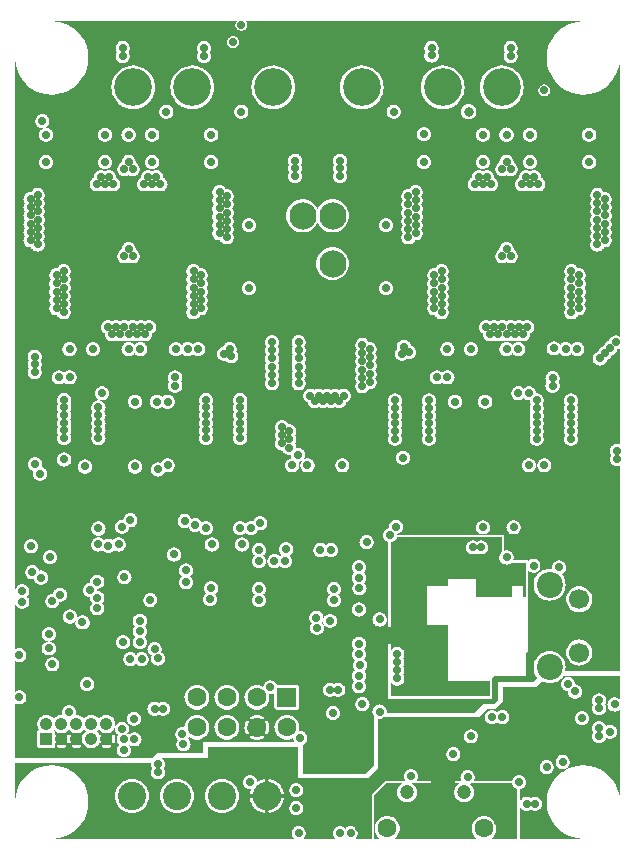
<source format=gbr>
G04 start of page 4 for group 2 idx 2 *
G04 Title: (unknown), gnd *
G04 Creator: pcb 20140316 *
G04 CreationDate: Tue 09 Jul 2019 20:42:41 GMT UTC *
G04 For: kier *
G04 Format: Gerber/RS-274X *
G04 PCB-Dimensions (mil): 2755.91 3543.31 *
G04 PCB-Coordinate-Origin: lower left *
%MOIN*%
%FSLAX25Y25*%
%LNGROUP2*%
%ADD94C,0.0256*%
%ADD93C,0.0591*%
%ADD92C,0.0512*%
%ADD91C,0.0394*%
%ADD90C,0.0118*%
%ADD89C,0.0315*%
%ADD88C,0.0276*%
%ADD87C,0.0413*%
%ADD86C,0.0472*%
%ADD85C,0.0945*%
%ADD84C,0.0630*%
%ADD83C,0.0906*%
%ADD82C,0.1260*%
%ADD81C,0.0866*%
%ADD80C,0.0669*%
%ADD79C,0.0787*%
%ADD78C,0.0197*%
%ADD77C,0.0551*%
%ADD76C,0.0001*%
G54D76*G36*
X236217Y198649D02*X236559Y198731D01*
X236902Y198873D01*
X237220Y199067D01*
X237502Y199309D01*
X237744Y199592D01*
X237938Y199909D01*
X238080Y200252D01*
X238129Y200454D01*
X238331Y200502D01*
X238674Y200645D01*
X238991Y200839D01*
X239274Y201080D01*
X239515Y201363D01*
X239710Y201680D01*
X239852Y202024D01*
X239900Y202226D01*
X240102Y202274D01*
X240446Y202416D01*
X240763Y202611D01*
X241046Y202852D01*
X241287Y203135D01*
X241481Y203452D01*
X241624Y203795D01*
X241672Y203997D01*
X241874Y204046D01*
X242217Y204188D01*
X242520Y204373D01*
Y172425D01*
X242268Y172529D01*
X241906Y172616D01*
X241535Y172645D01*
X241165Y172616D01*
X240803Y172529D01*
X240460Y172387D01*
X240143Y172193D01*
X239860Y171951D01*
X239618Y171668D01*
X239424Y171351D01*
X239282Y171008D01*
X239195Y170646D01*
X239166Y170276D01*
X239195Y169905D01*
X239282Y169543D01*
X239424Y169200D01*
X239609Y168898D01*
X239424Y168595D01*
X239282Y168252D01*
X239195Y167890D01*
X239166Y167520D01*
X239195Y167149D01*
X239282Y166787D01*
X239424Y166444D01*
X239618Y166127D01*
X239860Y165844D01*
X240143Y165603D01*
X240460Y165408D01*
X240803Y165266D01*
X241165Y165179D01*
X241535Y165150D01*
X241906Y165179D01*
X242268Y165266D01*
X242520Y165371D01*
Y142126D01*
X236217D01*
Y198649D01*
G37*
G36*
Y290484D02*X237511Y291277D01*
X238972Y292524D01*
X240219Y293985D01*
X241223Y295623D01*
X241958Y297398D01*
X242407Y299266D01*
X242520Y301181D01*
Y208225D01*
X242217Y208410D01*
X241874Y208553D01*
X241512Y208640D01*
X241142Y208669D01*
X240771Y208640D01*
X240410Y208553D01*
X240066Y208410D01*
X239749Y208216D01*
X239466Y207975D01*
X239225Y207692D01*
X239030Y207375D01*
X238888Y207031D01*
X238840Y206830D01*
X238638Y206781D01*
X238294Y206639D01*
X237977Y206445D01*
X237695Y206203D01*
X237453Y205920D01*
X237259Y205603D01*
X237117Y205260D01*
X237068Y205058D01*
X236866Y205009D01*
X236523Y204867D01*
X236217Y204680D01*
Y236927D01*
X236432Y237059D01*
X236715Y237301D01*
X236956Y237584D01*
X237151Y237901D01*
X237192Y238001D01*
X237402Y237985D01*
X237772Y238014D01*
X238134Y238101D01*
X238477Y238243D01*
X238794Y238437D01*
X239077Y238679D01*
X239319Y238962D01*
X239513Y239279D01*
X239655Y239622D01*
X239742Y239984D01*
X239764Y240354D01*
X239742Y240725D01*
X239655Y241087D01*
X239513Y241430D01*
X239328Y241732D01*
X239513Y242035D01*
X239655Y242378D01*
X239742Y242740D01*
X239764Y243110D01*
X239742Y243481D01*
X239655Y243842D01*
X239513Y244186D01*
X239328Y244488D01*
X239513Y244790D01*
X239655Y245134D01*
X239742Y245495D01*
X239764Y245866D01*
X239742Y246237D01*
X239655Y246598D01*
X239513Y246942D01*
X239328Y247244D01*
X239513Y247546D01*
X239655Y247890D01*
X239742Y248251D01*
X239764Y248622D01*
X239742Y248993D01*
X239655Y249354D01*
X239513Y249698D01*
X239328Y250000D01*
X239513Y250302D01*
X239655Y250646D01*
X239742Y251007D01*
X239764Y251378D01*
X239742Y251749D01*
X239655Y252110D01*
X239513Y252454D01*
X239328Y252756D01*
X239513Y253058D01*
X239655Y253402D01*
X239742Y253763D01*
X239764Y254134D01*
X239742Y254505D01*
X239655Y254866D01*
X239513Y255210D01*
X239319Y255527D01*
X239077Y255809D01*
X238794Y256051D01*
X238477Y256245D01*
X238134Y256387D01*
X237772Y256474D01*
X237402Y256503D01*
X237192Y256487D01*
X237151Y256588D01*
X236956Y256905D01*
X236715Y257187D01*
X236432Y257429D01*
X236217Y257561D01*
Y290484D01*
G37*
G36*
X232280Y289101D02*X234098Y289538D01*
X235873Y290273D01*
X236217Y290484D01*
Y257561D01*
X236115Y257623D01*
X235772Y257765D01*
X235410Y257852D01*
X235039Y257881D01*
X234669Y257852D01*
X234307Y257765D01*
X233964Y257623D01*
X233647Y257429D01*
X233364Y257187D01*
X233122Y256905D01*
X232928Y256588D01*
X232786Y256244D01*
X232699Y255882D01*
X232670Y255512D01*
X232699Y255141D01*
X232786Y254780D01*
X232928Y254436D01*
X233113Y254134D01*
X232928Y253832D01*
X232786Y253488D01*
X232699Y253127D01*
X232670Y252756D01*
X232699Y252385D01*
X232786Y252024D01*
X232928Y251680D01*
X233113Y251378D01*
X232928Y251076D01*
X232786Y250732D01*
X232699Y250371D01*
X232670Y250000D01*
X232699Y249629D01*
X232786Y249268D01*
X232928Y248924D01*
X233113Y248622D01*
X232928Y248320D01*
X232786Y247976D01*
X232699Y247615D01*
X232670Y247244D01*
X232699Y246873D01*
X232786Y246512D01*
X232928Y246168D01*
X233113Y245866D01*
X232928Y245564D01*
X232786Y245220D01*
X232699Y244859D01*
X232670Y244488D01*
X232699Y244118D01*
X232786Y243756D01*
X232928Y243412D01*
X233113Y243110D01*
X232928Y242808D01*
X232786Y242464D01*
X232699Y242103D01*
X232670Y241732D01*
X232699Y241362D01*
X232786Y241000D01*
X232928Y240657D01*
X233113Y240354D01*
X232928Y240052D01*
X232786Y239709D01*
X232699Y239347D01*
X232670Y238976D01*
X232699Y238606D01*
X232786Y238244D01*
X232928Y237901D01*
X233122Y237584D01*
X233364Y237301D01*
X233647Y237059D01*
X233964Y236865D01*
X234307Y236723D01*
X234669Y236636D01*
X235039Y236607D01*
X235410Y236636D01*
X235772Y236723D01*
X236115Y236865D01*
X236217Y236927D01*
Y204680D01*
X236206Y204673D01*
X235923Y204431D01*
X235681Y204149D01*
X235487Y203832D01*
X235345Y203488D01*
X235296Y203286D01*
X235095Y203238D01*
X234751Y203095D01*
X234434Y202901D01*
X234151Y202660D01*
X233910Y202377D01*
X233716Y202060D01*
X233573Y201716D01*
X233486Y201355D01*
X233457Y200984D01*
X233486Y200614D01*
X233573Y200252D01*
X233716Y199909D01*
X233910Y199592D01*
X234151Y199309D01*
X234434Y199067D01*
X234751Y198873D01*
X235095Y198731D01*
X235456Y198644D01*
X235827Y198615D01*
X236197Y198644D01*
X236217Y198649D01*
Y142126D01*
X232280D01*
Y264166D01*
X232283Y264166D01*
X232654Y264195D01*
X233016Y264282D01*
X233359Y264424D01*
X233676Y264618D01*
X233959Y264860D01*
X234200Y265143D01*
X234395Y265460D01*
X234537Y265803D01*
X234624Y266165D01*
X234646Y266535D01*
X234624Y266906D01*
X234537Y267268D01*
X234395Y267611D01*
X234200Y267928D01*
X233959Y268211D01*
X233676Y268452D01*
X233359Y268647D01*
X233016Y268789D01*
X232654Y268876D01*
X232283Y268905D01*
X232280Y268905D01*
Y273221D01*
X232283Y273221D01*
X232654Y273250D01*
X233016Y273337D01*
X233359Y273479D01*
X233676Y273674D01*
X233959Y273915D01*
X234200Y274198D01*
X234395Y274515D01*
X234537Y274858D01*
X234624Y275220D01*
X234646Y275591D01*
X234624Y275961D01*
X234537Y276323D01*
X234395Y276666D01*
X234200Y276983D01*
X233959Y277266D01*
X233676Y277508D01*
X233359Y277702D01*
X233016Y277844D01*
X232654Y277931D01*
X232283Y277960D01*
X232280Y277960D01*
Y289101D01*
G37*
G36*
X226177Y289685D02*X226532Y289538D01*
X228400Y289089D01*
X230315Y288939D01*
X232230Y289089D01*
X232280Y289101D01*
Y277960D01*
X231913Y277931D01*
X231551Y277844D01*
X231208Y277702D01*
X230891Y277508D01*
X230608Y277266D01*
X230367Y276983D01*
X230172Y276666D01*
X230030Y276323D01*
X229943Y275961D01*
X229914Y275591D01*
X229943Y275220D01*
X230030Y274858D01*
X230172Y274515D01*
X230367Y274198D01*
X230608Y273915D01*
X230891Y273674D01*
X231208Y273479D01*
X231551Y273337D01*
X231913Y273250D01*
X232280Y273221D01*
Y268905D01*
X231913Y268876D01*
X231551Y268789D01*
X231208Y268647D01*
X230891Y268452D01*
X230608Y268211D01*
X230367Y267928D01*
X230172Y267611D01*
X230030Y267268D01*
X229943Y266906D01*
X229914Y266535D01*
X229943Y266165D01*
X230030Y265803D01*
X230172Y265460D01*
X230367Y265143D01*
X230608Y264860D01*
X230891Y264618D01*
X231208Y264424D01*
X231551Y264282D01*
X231913Y264195D01*
X232280Y264166D01*
Y142126D01*
X226177D01*
Y171843D01*
X226181Y171843D01*
X226552Y171872D01*
X226913Y171959D01*
X227257Y172101D01*
X227574Y172296D01*
X227857Y172537D01*
X228098Y172820D01*
X228292Y173137D01*
X228435Y173480D01*
X228521Y173842D01*
X228543Y174213D01*
X228521Y174583D01*
X228435Y174945D01*
X228292Y175288D01*
X228167Y175492D01*
X228292Y175696D01*
X228435Y176039D01*
X228521Y176401D01*
X228543Y176772D01*
X228521Y177142D01*
X228435Y177504D01*
X228292Y177847D01*
X228167Y178051D01*
X228292Y178255D01*
X228435Y178598D01*
X228521Y178960D01*
X228543Y179331D01*
X228521Y179701D01*
X228435Y180063D01*
X228292Y180406D01*
X228167Y180610D01*
X228292Y180814D01*
X228435Y181158D01*
X228521Y181519D01*
X228543Y181890D01*
X228521Y182260D01*
X228435Y182622D01*
X228292Y182965D01*
X228167Y183169D01*
X228292Y183373D01*
X228435Y183717D01*
X228521Y184078D01*
X228543Y184449D01*
X228521Y184819D01*
X228435Y185181D01*
X228292Y185525D01*
X228167Y185728D01*
X228292Y185932D01*
X228435Y186276D01*
X228521Y186637D01*
X228543Y187008D01*
X228521Y187379D01*
X228435Y187740D01*
X228292Y188084D01*
X228098Y188401D01*
X227857Y188683D01*
X227574Y188925D01*
X227257Y189119D01*
X226913Y189261D01*
X226552Y189348D01*
X226181Y189377D01*
X226177Y189377D01*
Y202567D01*
X226326Y202741D01*
X226378Y202825D01*
X226430Y202741D01*
X226671Y202458D01*
X226954Y202217D01*
X227271Y202023D01*
X227614Y201880D01*
X227976Y201794D01*
X228346Y201764D01*
X228717Y201794D01*
X229079Y201880D01*
X229422Y202023D01*
X229739Y202217D01*
X230022Y202458D01*
X230263Y202741D01*
X230458Y203058D01*
X230600Y203402D01*
X230687Y203763D01*
X230709Y204134D01*
X230687Y204505D01*
X230600Y204866D01*
X230458Y205210D01*
X230263Y205527D01*
X230022Y205809D01*
X229739Y206051D01*
X229422Y206245D01*
X229079Y206387D01*
X228717Y206474D01*
X228346Y206503D01*
X227976Y206474D01*
X227614Y206387D01*
X227271Y206245D01*
X226954Y206051D01*
X226671Y205809D01*
X226430Y205527D01*
X226378Y205442D01*
X226326Y205527D01*
X226177Y205701D01*
Y213985D01*
X226378Y213969D01*
X226749Y213998D01*
X227110Y214085D01*
X227454Y214227D01*
X227771Y214422D01*
X228053Y214663D01*
X228295Y214946D01*
X228489Y215263D01*
X228531Y215364D01*
X228740Y215347D01*
X229111Y215376D01*
X229472Y215463D01*
X229816Y215605D01*
X230133Y215800D01*
X230416Y216041D01*
X230657Y216324D01*
X230851Y216641D01*
X230994Y216984D01*
X231080Y217346D01*
X231102Y217717D01*
X231080Y218087D01*
X230994Y218449D01*
X230851Y218792D01*
X230666Y219094D01*
X230851Y219397D01*
X230994Y219740D01*
X231080Y220102D01*
X231102Y220472D01*
X231080Y220843D01*
X230994Y221205D01*
X230851Y221548D01*
X230666Y221850D01*
X230851Y222153D01*
X230994Y222496D01*
X231080Y222858D01*
X231102Y223228D01*
X231080Y223599D01*
X230994Y223961D01*
X230851Y224304D01*
X230666Y224606D01*
X230851Y224909D01*
X230994Y225252D01*
X231080Y225614D01*
X231102Y225984D01*
X231080Y226355D01*
X230994Y226716D01*
X230851Y227060D01*
X230666Y227362D01*
X230851Y227664D01*
X230994Y228008D01*
X231080Y228369D01*
X231102Y228740D01*
X231080Y229111D01*
X230994Y229472D01*
X230851Y229816D01*
X230657Y230133D01*
X230416Y230416D01*
X230133Y230657D01*
X229816Y230851D01*
X229472Y230994D01*
X229111Y231080D01*
X228740Y231110D01*
X228531Y231093D01*
X228489Y231194D01*
X228295Y231511D01*
X228053Y231794D01*
X227771Y232035D01*
X227454Y232229D01*
X227110Y232372D01*
X226749Y232458D01*
X226378Y232488D01*
X226177Y232472D01*
Y289685D01*
G37*
G36*
Y142126D02*X220075D01*
Y189560D01*
X220079Y189560D01*
X220449Y189589D01*
X220811Y189676D01*
X221154Y189818D01*
X221471Y190012D01*
X221754Y190254D01*
X221996Y190536D01*
X222190Y190853D01*
X222332Y191197D01*
X222419Y191558D01*
X222441Y191929D01*
X222419Y192300D01*
X222332Y192661D01*
X222190Y193005D01*
X222065Y193209D01*
X222190Y193412D01*
X222332Y193756D01*
X222419Y194118D01*
X222441Y194488D01*
X222419Y194859D01*
X222332Y195220D01*
X222190Y195564D01*
X221996Y195881D01*
X221754Y196164D01*
X221471Y196405D01*
X221154Y196599D01*
X220811Y196742D01*
X220449Y196829D01*
X220079Y196858D01*
X220075Y196857D01*
Y201997D01*
X220102Y201990D01*
X220472Y201961D01*
X220843Y201990D01*
X221205Y202077D01*
X221548Y202219D01*
X221865Y202414D01*
X222148Y202655D01*
X222379Y202926D01*
X222492Y202741D01*
X222734Y202458D01*
X223017Y202217D01*
X223334Y202023D01*
X223677Y201880D01*
X224039Y201794D01*
X224409Y201764D01*
X224780Y201794D01*
X225142Y201880D01*
X225485Y202023D01*
X225802Y202217D01*
X226085Y202458D01*
X226177Y202567D01*
Y189377D01*
X225810Y189348D01*
X225449Y189261D01*
X225105Y189119D01*
X224788Y188925D01*
X224506Y188683D01*
X224264Y188401D01*
X224070Y188084D01*
X223928Y187740D01*
X223841Y187379D01*
X223812Y187008D01*
X223841Y186637D01*
X223928Y186276D01*
X224070Y185932D01*
X224195Y185728D01*
X224070Y185525D01*
X223928Y185181D01*
X223841Y184819D01*
X223812Y184449D01*
X223841Y184078D01*
X223928Y183717D01*
X224070Y183373D01*
X224195Y183169D01*
X224070Y182965D01*
X223928Y182622D01*
X223841Y182260D01*
X223812Y181890D01*
X223841Y181519D01*
X223928Y181158D01*
X224070Y180814D01*
X224195Y180610D01*
X224070Y180406D01*
X223928Y180063D01*
X223841Y179701D01*
X223812Y179331D01*
X223841Y178960D01*
X223928Y178598D01*
X224070Y178255D01*
X224195Y178051D01*
X224070Y177847D01*
X223928Y177504D01*
X223841Y177142D01*
X223812Y176772D01*
X223841Y176401D01*
X223928Y176039D01*
X224070Y175696D01*
X224195Y175492D01*
X224070Y175288D01*
X223928Y174945D01*
X223841Y174583D01*
X223812Y174213D01*
X223841Y173842D01*
X223928Y173480D01*
X224070Y173137D01*
X224264Y172820D01*
X224506Y172537D01*
X224788Y172296D01*
X225105Y172101D01*
X225449Y171959D01*
X225810Y171872D01*
X226177Y171843D01*
Y142126D01*
G37*
G36*
X220075Y294533D02*X220411Y293985D01*
X221658Y292524D01*
X223119Y291277D01*
X224757Y290273D01*
X226177Y289685D01*
Y232472D01*
X226007Y232458D01*
X225646Y232372D01*
X225302Y232229D01*
X224985Y232035D01*
X224702Y231794D01*
X224461Y231511D01*
X224267Y231194D01*
X224124Y230850D01*
X224038Y230489D01*
X224008Y230118D01*
X224038Y229747D01*
X224124Y229386D01*
X224267Y229042D01*
X224452Y228740D01*
X224267Y228438D01*
X224124Y228094D01*
X224038Y227733D01*
X224008Y227362D01*
X224038Y226992D01*
X224124Y226630D01*
X224267Y226286D01*
X224452Y225984D01*
X224267Y225682D01*
X224124Y225339D01*
X224038Y224977D01*
X224008Y224606D01*
X224038Y224236D01*
X224124Y223874D01*
X224267Y223531D01*
X224452Y223228D01*
X224267Y222926D01*
X224124Y222583D01*
X224038Y222221D01*
X224008Y221850D01*
X224038Y221480D01*
X224124Y221118D01*
X224267Y220775D01*
X224452Y220472D01*
X224267Y220170D01*
X224124Y219827D01*
X224038Y219465D01*
X224008Y219094D01*
X224038Y218724D01*
X224124Y218362D01*
X224267Y218019D01*
X224452Y217717D01*
X224267Y217414D01*
X224124Y217071D01*
X224038Y216709D01*
X224008Y216339D01*
X224038Y215968D01*
X224124Y215606D01*
X224267Y215263D01*
X224461Y214946D01*
X224702Y214663D01*
X224985Y214422D01*
X225302Y214227D01*
X225646Y214085D01*
X226007Y213998D01*
X226177Y213985D01*
Y205701D01*
X226085Y205809D01*
X225802Y206051D01*
X225485Y206245D01*
X225142Y206387D01*
X224780Y206474D01*
X224409Y206503D01*
X224039Y206474D01*
X223677Y206387D01*
X223334Y206245D01*
X223017Y206051D01*
X222734Y205809D01*
X222503Y205539D01*
X222389Y205723D01*
X222148Y206006D01*
X221865Y206248D01*
X221548Y206442D01*
X221205Y206584D01*
X220843Y206671D01*
X220472Y206700D01*
X220102Y206671D01*
X220075Y206665D01*
Y294533D01*
G37*
G36*
Y313386D02*X229837D01*
X228400Y313273D01*
X226532Y312824D01*
X224757Y312089D01*
X223119Y311085D01*
X221658Y309838D01*
X220411Y308377D01*
X220075Y307829D01*
Y313386D01*
G37*
G36*
X217319D02*X220075D01*
Y307829D01*
X219407Y306739D01*
X218672Y304964D01*
X218223Y303096D01*
X218073Y301181D01*
X218223Y299266D01*
X218672Y297398D01*
X219407Y295623D01*
X220075Y294533D01*
Y206665D01*
X219740Y206584D01*
X219397Y206442D01*
X219080Y206248D01*
X218797Y206006D01*
X218555Y205723D01*
X218361Y205406D01*
X218219Y205063D01*
X218132Y204701D01*
X218103Y204331D01*
X218132Y203960D01*
X218219Y203598D01*
X218361Y203255D01*
X218555Y202938D01*
X218797Y202655D01*
X219080Y202414D01*
X219397Y202219D01*
X219740Y202077D01*
X220075Y201997D01*
Y196857D01*
X219708Y196829D01*
X219347Y196742D01*
X219003Y196599D01*
X218686Y196405D01*
X218403Y196164D01*
X218162Y195881D01*
X217968Y195564D01*
X217825Y195220D01*
X217738Y194859D01*
X217709Y194488D01*
X217738Y194118D01*
X217825Y193756D01*
X217968Y193412D01*
X218092Y193209D01*
X217968Y193005D01*
X217825Y192661D01*
X217738Y192300D01*
X217709Y191929D01*
X217738Y191558D01*
X217825Y191197D01*
X217968Y190853D01*
X218162Y190536D01*
X218403Y190254D01*
X218686Y190012D01*
X219003Y189818D01*
X219347Y189676D01*
X219708Y189589D01*
X220075Y189560D01*
Y142126D01*
X217319D01*
Y162985D01*
X217323Y162985D01*
X217694Y163014D01*
X218055Y163101D01*
X218399Y163243D01*
X218716Y163437D01*
X218998Y163679D01*
X219240Y163962D01*
X219434Y164279D01*
X219576Y164622D01*
X219663Y164984D01*
X219685Y165354D01*
X219663Y165725D01*
X219576Y166087D01*
X219434Y166430D01*
X219240Y166747D01*
X218998Y167030D01*
X218716Y167271D01*
X218399Y167466D01*
X218055Y167608D01*
X217694Y167695D01*
X217323Y167724D01*
X217319Y167724D01*
Y257741D01*
X217466Y257979D01*
X217608Y258323D01*
X217695Y258684D01*
X217717Y259055D01*
X217695Y259426D01*
X217608Y259787D01*
X217466Y260131D01*
X217319Y260370D01*
Y288380D01*
X217323Y288380D01*
X217632Y288404D01*
X217933Y288476D01*
X218219Y288595D01*
X218483Y288757D01*
X218719Y288958D01*
X218920Y289194D01*
X219082Y289458D01*
X219201Y289744D01*
X219273Y290045D01*
X219291Y290354D01*
X219273Y290663D01*
X219201Y290965D01*
X219082Y291251D01*
X218920Y291515D01*
X218719Y291751D01*
X218483Y291952D01*
X218219Y292114D01*
X217933Y292232D01*
X217632Y292305D01*
X217323Y292329D01*
X217319Y292329D01*
Y313386D01*
G37*
G36*
Y142126D02*X211709D01*
Y163044D01*
X211834Y163014D01*
X212205Y162985D01*
X212575Y163014D01*
X212937Y163101D01*
X213280Y163243D01*
X213597Y163437D01*
X213880Y163679D01*
X214122Y163962D01*
X214316Y164279D01*
X214458Y164622D01*
X214545Y164984D01*
X214567Y165354D01*
X214545Y165725D01*
X214458Y166087D01*
X214316Y166430D01*
X214122Y166747D01*
X213880Y167030D01*
X213597Y167271D01*
X213280Y167466D01*
X212937Y167608D01*
X212575Y167695D01*
X212205Y167724D01*
X211834Y167695D01*
X211709Y167665D01*
Y187060D01*
X211834Y187030D01*
X212205Y187001D01*
X212395Y187016D01*
X212394Y187008D01*
X212423Y186637D01*
X212510Y186276D01*
X212653Y185932D01*
X212777Y185728D01*
X212653Y185525D01*
X212510Y185181D01*
X212423Y184819D01*
X212394Y184449D01*
X212423Y184078D01*
X212510Y183717D01*
X212653Y183373D01*
X212777Y183169D01*
X212653Y182965D01*
X212510Y182622D01*
X212423Y182260D01*
X212394Y181890D01*
X212423Y181519D01*
X212510Y181158D01*
X212653Y180814D01*
X212777Y180610D01*
X212653Y180406D01*
X212510Y180063D01*
X212423Y179701D01*
X212394Y179331D01*
X212423Y178960D01*
X212510Y178598D01*
X212653Y178255D01*
X212777Y178051D01*
X212653Y177847D01*
X212510Y177504D01*
X212423Y177142D01*
X212394Y176772D01*
X212423Y176401D01*
X212510Y176039D01*
X212653Y175696D01*
X212777Y175492D01*
X212653Y175288D01*
X212510Y174945D01*
X212423Y174583D01*
X212394Y174213D01*
X212423Y173842D01*
X212510Y173480D01*
X212653Y173137D01*
X212847Y172820D01*
X213088Y172537D01*
X213371Y172296D01*
X213688Y172101D01*
X214032Y171959D01*
X214393Y171872D01*
X214764Y171843D01*
X215134Y171872D01*
X215496Y171959D01*
X215840Y172101D01*
X216157Y172296D01*
X216439Y172537D01*
X216681Y172820D01*
X216875Y173137D01*
X217017Y173480D01*
X217104Y173842D01*
X217126Y174213D01*
X217104Y174583D01*
X217017Y174945D01*
X216875Y175288D01*
X216750Y175492D01*
X216875Y175696D01*
X217017Y176039D01*
X217104Y176401D01*
X217126Y176772D01*
X217104Y177142D01*
X217017Y177504D01*
X216875Y177847D01*
X216750Y178051D01*
X216875Y178255D01*
X217017Y178598D01*
X217104Y178960D01*
X217126Y179331D01*
X217104Y179701D01*
X217017Y180063D01*
X216875Y180406D01*
X216750Y180610D01*
X216875Y180814D01*
X217017Y181158D01*
X217104Y181519D01*
X217126Y181890D01*
X217104Y182260D01*
X217017Y182622D01*
X216875Y182965D01*
X216750Y183169D01*
X216875Y183373D01*
X217017Y183717D01*
X217104Y184078D01*
X217126Y184449D01*
X217104Y184819D01*
X217017Y185181D01*
X216875Y185525D01*
X216750Y185728D01*
X216875Y185932D01*
X217017Y186276D01*
X217104Y186637D01*
X217126Y187008D01*
X217104Y187379D01*
X217017Y187740D01*
X216875Y188084D01*
X216681Y188401D01*
X216439Y188683D01*
X216157Y188925D01*
X215840Y189119D01*
X215496Y189261D01*
X215134Y189348D01*
X214764Y189377D01*
X214566Y189362D01*
X214567Y189370D01*
X214545Y189741D01*
X214458Y190102D01*
X214316Y190446D01*
X214122Y190763D01*
X213880Y191046D01*
X213597Y191287D01*
X213280Y191481D01*
X212937Y191624D01*
X212575Y191710D01*
X212205Y191740D01*
X211834Y191710D01*
X211709Y191680D01*
Y207206D01*
X211912Y207380D01*
X212153Y207662D01*
X212347Y207979D01*
X212490Y208323D01*
X212577Y208684D01*
X212598Y209055D01*
X212586Y209263D01*
X212690Y209306D01*
X213007Y209500D01*
X213290Y209742D01*
X213531Y210025D01*
X213725Y210342D01*
X213868Y210685D01*
X213954Y211047D01*
X213976Y211417D01*
X213954Y211788D01*
X213868Y212150D01*
X213725Y212493D01*
X213531Y212810D01*
X213290Y213093D01*
X213007Y213334D01*
X212690Y213529D01*
X212346Y213671D01*
X211985Y213758D01*
X211709Y213779D01*
Y256867D01*
X211866Y256802D01*
X212228Y256715D01*
X212598Y256686D01*
X212969Y256715D01*
X213331Y256802D01*
X213674Y256944D01*
X213976Y257129D01*
X214279Y256944D01*
X214622Y256802D01*
X214984Y256715D01*
X215354Y256686D01*
X215725Y256715D01*
X216087Y256802D01*
X216430Y256944D01*
X216747Y257138D01*
X217030Y257380D01*
X217271Y257662D01*
X217319Y257741D01*
Y167724D01*
X216952Y167695D01*
X216591Y167608D01*
X216247Y167466D01*
X215930Y167271D01*
X215647Y167030D01*
X215406Y166747D01*
X215212Y166430D01*
X215069Y166087D01*
X214983Y165725D01*
X214953Y165354D01*
X214983Y164984D01*
X215069Y164622D01*
X215212Y164279D01*
X215406Y163962D01*
X215647Y163679D01*
X215930Y163437D01*
X216247Y163243D01*
X216591Y163101D01*
X216952Y163014D01*
X217319Y162985D01*
Y142126D01*
G37*
G36*
X211709Y313386D02*X217319D01*
Y292329D01*
X217014Y292305D01*
X216713Y292232D01*
X216426Y292114D01*
X216162Y291952D01*
X215927Y291751D01*
X215725Y291515D01*
X215563Y291251D01*
X215445Y290965D01*
X215373Y290663D01*
X215348Y290354D01*
X215373Y290045D01*
X215445Y289744D01*
X215563Y289458D01*
X215725Y289194D01*
X215927Y288958D01*
X216162Y288757D01*
X216426Y288595D01*
X216713Y288476D01*
X217014Y288404D01*
X217319Y288380D01*
Y260370D01*
X217271Y260448D01*
X217030Y260731D01*
X216747Y260972D01*
X216430Y261166D01*
X216326Y261209D01*
X216339Y261417D01*
X216317Y261788D01*
X216230Y262150D01*
X216088Y262493D01*
X215893Y262810D01*
X215652Y263093D01*
X215369Y263334D01*
X215052Y263529D01*
X214709Y263671D01*
X214347Y263758D01*
X213976Y263787D01*
X213606Y263758D01*
X213244Y263671D01*
X212901Y263529D01*
X212598Y263343D01*
X212296Y263529D01*
X211953Y263671D01*
X211709Y263729D01*
Y264347D01*
X211866Y264282D01*
X212228Y264195D01*
X212598Y264166D01*
X212969Y264195D01*
X213331Y264282D01*
X213674Y264424D01*
X213991Y264618D01*
X214274Y264860D01*
X214515Y265143D01*
X214710Y265460D01*
X214852Y265803D01*
X214939Y266165D01*
X214961Y266535D01*
X214939Y266906D01*
X214852Y267268D01*
X214710Y267611D01*
X214515Y267928D01*
X214274Y268211D01*
X213991Y268452D01*
X213674Y268647D01*
X213331Y268789D01*
X212969Y268876D01*
X212598Y268905D01*
X212228Y268876D01*
X211866Y268789D01*
X211709Y268724D01*
Y273402D01*
X211866Y273337D01*
X212228Y273250D01*
X212598Y273221D01*
X212969Y273250D01*
X213331Y273337D01*
X213674Y273479D01*
X213991Y273674D01*
X214274Y273915D01*
X214515Y274198D01*
X214710Y274515D01*
X214852Y274858D01*
X214939Y275220D01*
X214961Y275591D01*
X214939Y275961D01*
X214852Y276323D01*
X214710Y276666D01*
X214515Y276983D01*
X214274Y277266D01*
X213991Y277508D01*
X213674Y277702D01*
X213331Y277844D01*
X212969Y277931D01*
X212598Y277960D01*
X212228Y277931D01*
X211866Y277844D01*
X211709Y277779D01*
Y313386D01*
G37*
G36*
Y142126D02*X204721D01*
Y144639D01*
X204746Y144314D01*
X204833Y143953D01*
X204975Y143609D01*
X205170Y143292D01*
X205411Y143010D01*
X205694Y142768D01*
X206011Y142574D01*
X206354Y142432D01*
X206716Y142345D01*
X207087Y142316D01*
X207457Y142345D01*
X207819Y142432D01*
X208162Y142574D01*
X208479Y142768D01*
X208762Y143010D01*
X209004Y143292D01*
X209198Y143609D01*
X209340Y143953D01*
X209427Y144314D01*
X209449Y144685D01*
X209427Y145056D01*
X209340Y145417D01*
X209198Y145761D01*
X209004Y146078D01*
X208762Y146361D01*
X208479Y146602D01*
X208162Y146796D01*
X207819Y146939D01*
X207457Y147025D01*
X207087Y147055D01*
X206716Y147025D01*
X206354Y146939D01*
X206011Y146796D01*
X205694Y146602D01*
X205411Y146361D01*
X205170Y146078D01*
X204975Y145761D01*
X204833Y145417D01*
X204746Y145056D01*
X204721Y144731D01*
Y201765D01*
X204724Y201764D01*
X205095Y201794D01*
X205457Y201880D01*
X205800Y202023D01*
X206117Y202217D01*
X206400Y202458D01*
X206641Y202741D01*
X206693Y202825D01*
X206744Y202741D01*
X206986Y202458D01*
X207269Y202217D01*
X207586Y202023D01*
X207929Y201880D01*
X208291Y201794D01*
X208661Y201764D01*
X209032Y201794D01*
X209394Y201880D01*
X209737Y202023D01*
X210054Y202217D01*
X210337Y202458D01*
X210578Y202741D01*
X210773Y203058D01*
X210915Y203402D01*
X211002Y203763D01*
X211024Y204134D01*
X211002Y204505D01*
X210915Y204866D01*
X210773Y205210D01*
X210578Y205527D01*
X210337Y205809D01*
X210054Y206051D01*
X209737Y206245D01*
X209394Y206387D01*
X209032Y206474D01*
X208661Y206503D01*
X208291Y206474D01*
X207929Y206387D01*
X207586Y206245D01*
X207269Y206051D01*
X206986Y205809D01*
X206744Y205527D01*
X206693Y205442D01*
X206641Y205527D01*
X206400Y205809D01*
X206117Y206051D01*
X205800Y206245D01*
X205457Y206387D01*
X205095Y206474D01*
X204724Y206503D01*
X204721Y206503D01*
Y206686D01*
X204724Y206686D01*
X205095Y206715D01*
X205457Y206802D01*
X205800Y206944D01*
X206102Y207129D01*
X206405Y206944D01*
X206748Y206802D01*
X207110Y206715D01*
X207480Y206686D01*
X207851Y206715D01*
X208213Y206802D01*
X208556Y206944D01*
X208858Y207129D01*
X209160Y206944D01*
X209504Y206802D01*
X209866Y206715D01*
X210236Y206686D01*
X210607Y206715D01*
X210968Y206802D01*
X211312Y206944D01*
X211629Y207138D01*
X211709Y207206D01*
Y191680D01*
X211473Y191624D01*
X211129Y191481D01*
X210812Y191287D01*
X210529Y191046D01*
X210433Y190933D01*
X210337Y191046D01*
X210054Y191287D01*
X209737Y191481D01*
X209394Y191624D01*
X209032Y191710D01*
X208661Y191740D01*
X208291Y191710D01*
X207929Y191624D01*
X207586Y191481D01*
X207269Y191287D01*
X206986Y191046D01*
X206744Y190763D01*
X206550Y190446D01*
X206408Y190102D01*
X206321Y189741D01*
X206292Y189370D01*
X206321Y188999D01*
X206408Y188638D01*
X206550Y188294D01*
X206744Y187977D01*
X206986Y187695D01*
X207269Y187453D01*
X207586Y187259D01*
X207929Y187117D01*
X208291Y187030D01*
X208661Y187001D01*
X209032Y187030D01*
X209394Y187117D01*
X209737Y187259D01*
X210054Y187453D01*
X210337Y187695D01*
X210433Y187807D01*
X210529Y187695D01*
X210812Y187453D01*
X211129Y187259D01*
X211473Y187117D01*
X211709Y187060D01*
Y167665D01*
X211473Y167608D01*
X211129Y167466D01*
X210812Y167271D01*
X210529Y167030D01*
X210288Y166747D01*
X210093Y166430D01*
X209951Y166087D01*
X209864Y165725D01*
X209835Y165354D01*
X209864Y164984D01*
X209951Y164622D01*
X210093Y164279D01*
X210288Y163962D01*
X210529Y163679D01*
X210812Y163437D01*
X211129Y163243D01*
X211473Y163101D01*
X211709Y163044D01*
Y142126D01*
G37*
G36*
X204721Y313386D02*X211709D01*
Y277779D01*
X211523Y277702D01*
X211206Y277508D01*
X210923Y277266D01*
X210681Y276983D01*
X210487Y276666D01*
X210345Y276323D01*
X210258Y275961D01*
X210229Y275591D01*
X210258Y275220D01*
X210345Y274858D01*
X210487Y274515D01*
X210681Y274198D01*
X210923Y273915D01*
X211206Y273674D01*
X211523Y273479D01*
X211709Y273402D01*
Y268724D01*
X211523Y268647D01*
X211206Y268452D01*
X210923Y268211D01*
X210681Y267928D01*
X210487Y267611D01*
X210345Y267268D01*
X210258Y266906D01*
X210229Y266535D01*
X210258Y266165D01*
X210345Y265803D01*
X210487Y265460D01*
X210681Y265143D01*
X210923Y264860D01*
X211206Y264618D01*
X211523Y264424D01*
X211709Y264347D01*
Y263729D01*
X211591Y263758D01*
X211220Y263787D01*
X210850Y263758D01*
X210488Y263671D01*
X210145Y263529D01*
X209828Y263334D01*
X209545Y263093D01*
X209304Y262810D01*
X209109Y262493D01*
X208967Y262150D01*
X208880Y261788D01*
X208851Y261417D01*
X208867Y261208D01*
X208767Y261166D01*
X208450Y260972D01*
X208167Y260731D01*
X207926Y260448D01*
X207731Y260131D01*
X207589Y259787D01*
X207502Y259426D01*
X207473Y259055D01*
X207502Y258684D01*
X207589Y258323D01*
X207731Y257979D01*
X207926Y257662D01*
X208167Y257380D01*
X208450Y257138D01*
X208767Y256944D01*
X209110Y256802D01*
X209472Y256715D01*
X209843Y256686D01*
X210213Y256715D01*
X210575Y256802D01*
X210918Y256944D01*
X211220Y257129D01*
X211523Y256944D01*
X211709Y256867D01*
Y213779D01*
X211614Y213787D01*
X211244Y213758D01*
X210882Y213671D01*
X210538Y213529D01*
X210236Y213343D01*
X209934Y213529D01*
X209590Y213671D01*
X209229Y213758D01*
X208858Y213787D01*
X208488Y213758D01*
X208126Y213671D01*
X207783Y213529D01*
X207480Y213343D01*
X207178Y213529D01*
X206835Y213671D01*
X206473Y213758D01*
X206102Y213787D01*
X205732Y213758D01*
X205370Y213671D01*
X205027Y213529D01*
X204724Y213343D01*
X204721Y213346D01*
Y233111D01*
X204724Y233113D01*
X205027Y232928D01*
X205370Y232786D01*
X205732Y232699D01*
X206102Y232670D01*
X206473Y232699D01*
X206835Y232786D01*
X207178Y232928D01*
X207495Y233122D01*
X207778Y233364D01*
X208019Y233647D01*
X208214Y233964D01*
X208356Y234307D01*
X208443Y234669D01*
X208465Y235039D01*
X208443Y235410D01*
X208356Y235772D01*
X208214Y236115D01*
X208019Y236432D01*
X207778Y236715D01*
X207495Y236956D01*
X207178Y237151D01*
X207074Y237194D01*
X207087Y237402D01*
X207065Y237772D01*
X206978Y238134D01*
X206836Y238477D01*
X206641Y238794D01*
X206400Y239077D01*
X206117Y239319D01*
X205800Y239513D01*
X205457Y239655D01*
X205095Y239742D01*
X204724Y239771D01*
X204721Y239771D01*
Y262245D01*
X204724Y262247D01*
X205027Y262062D01*
X205370Y261920D01*
X205732Y261833D01*
X206102Y261804D01*
X206473Y261833D01*
X206835Y261920D01*
X207178Y262062D01*
X207495Y262256D01*
X207778Y262498D01*
X208019Y262780D01*
X208214Y263098D01*
X208356Y263441D01*
X208443Y263803D01*
X208465Y264173D01*
X208443Y264544D01*
X208356Y264905D01*
X208214Y265249D01*
X208019Y265566D01*
X207778Y265849D01*
X207495Y266090D01*
X207178Y266284D01*
X207074Y266327D01*
X207087Y266535D01*
X207065Y266906D01*
X206978Y267268D01*
X206836Y267611D01*
X206641Y267928D01*
X206400Y268211D01*
X206117Y268452D01*
X205800Y268647D01*
X205457Y268789D01*
X205095Y268876D01*
X204724Y268905D01*
X204721Y268905D01*
Y273221D01*
X204724Y273221D01*
X205095Y273250D01*
X205457Y273337D01*
X205800Y273479D01*
X206117Y273674D01*
X206400Y273915D01*
X206641Y274198D01*
X206836Y274515D01*
X206978Y274858D01*
X207065Y275220D01*
X207087Y275591D01*
X207065Y275961D01*
X206978Y276323D01*
X206836Y276666D01*
X206641Y276983D01*
X206400Y277266D01*
X206117Y277508D01*
X205800Y277702D01*
X205457Y277844D01*
X205095Y277931D01*
X204724Y277960D01*
X204721Y277960D01*
Y284225D01*
X205407Y284390D01*
X206466Y284829D01*
X207444Y285428D01*
X208316Y286173D01*
X209060Y287044D01*
X209659Y288022D01*
X210098Y289081D01*
X210366Y290196D01*
X210433Y291339D01*
X210366Y292481D01*
X210098Y293596D01*
X209659Y294655D01*
X209060Y295633D01*
X208316Y296505D01*
X207444Y297249D01*
X206466Y297848D01*
X205407Y298287D01*
X204721Y298452D01*
Y299848D01*
X205027Y299660D01*
X205370Y299518D01*
X205732Y299431D01*
X206102Y299402D01*
X206473Y299431D01*
X206835Y299518D01*
X207178Y299660D01*
X207495Y299855D01*
X207778Y300096D01*
X208019Y300379D01*
X208214Y300696D01*
X208356Y301039D01*
X208443Y301401D01*
X208465Y301772D01*
X208443Y302142D01*
X208356Y302504D01*
X208214Y302847D01*
X208028Y303150D01*
X208214Y303452D01*
X208356Y303795D01*
X208443Y304157D01*
X208465Y304528D01*
X208443Y304898D01*
X208356Y305260D01*
X208214Y305603D01*
X208019Y305920D01*
X207778Y306203D01*
X207495Y306445D01*
X207178Y306639D01*
X206835Y306781D01*
X206473Y306868D01*
X206102Y306897D01*
X205732Y306868D01*
X205370Y306781D01*
X205027Y306639D01*
X204721Y306451D01*
Y313386D01*
G37*
G36*
X197634Y207297D02*X197820Y207138D01*
X198137Y206944D01*
X198480Y206802D01*
X198842Y206715D01*
X199213Y206686D01*
X199583Y206715D01*
X199945Y206802D01*
X200288Y206944D01*
X200591Y207129D01*
X200893Y206944D01*
X201236Y206802D01*
X201598Y206715D01*
X201969Y206686D01*
X202339Y206715D01*
X202701Y206802D01*
X203044Y206944D01*
X203346Y207129D01*
X203649Y206944D01*
X203992Y206802D01*
X204354Y206715D01*
X204721Y206686D01*
Y206503D01*
X204354Y206474D01*
X203992Y206387D01*
X203649Y206245D01*
X203332Y206051D01*
X203049Y205809D01*
X202807Y205527D01*
X202613Y205210D01*
X202471Y204866D01*
X202384Y204505D01*
X202355Y204134D01*
X202384Y203763D01*
X202471Y203402D01*
X202613Y203058D01*
X202807Y202741D01*
X203049Y202458D01*
X203332Y202217D01*
X203649Y202023D01*
X203992Y201880D01*
X204354Y201794D01*
X204721Y201765D01*
Y144731D01*
X204717Y144685D01*
X204721Y144639D01*
Y142126D01*
X197634D01*
Y142453D01*
X197926Y142574D01*
X198243Y142768D01*
X198526Y143010D01*
X198767Y143292D01*
X198962Y143609D01*
X199104Y143953D01*
X199191Y144314D01*
X199213Y144685D01*
X199191Y145056D01*
X199104Y145417D01*
X198962Y145761D01*
X198767Y146078D01*
X198526Y146361D01*
X198243Y146602D01*
X197926Y146796D01*
X197634Y146917D01*
Y184245D01*
X197638Y184245D01*
X198008Y184274D01*
X198370Y184361D01*
X198714Y184503D01*
X199031Y184697D01*
X199313Y184939D01*
X199555Y185221D01*
X199749Y185538D01*
X199891Y185882D01*
X199978Y186244D01*
X200000Y186614D01*
X199978Y186985D01*
X199891Y187346D01*
X199749Y187690D01*
X199555Y188007D01*
X199313Y188290D01*
X199031Y188531D01*
X198714Y188725D01*
X198370Y188868D01*
X198008Y188954D01*
X197638Y188984D01*
X197634Y188983D01*
Y207297D01*
G37*
G36*
Y286582D02*X197984Y286173D01*
X198855Y285428D01*
X199833Y284829D01*
X200892Y284390D01*
X202007Y284123D01*
X203150Y284033D01*
X204293Y284123D01*
X204721Y284225D01*
Y277960D01*
X204354Y277931D01*
X203992Y277844D01*
X203649Y277702D01*
X203332Y277508D01*
X203049Y277266D01*
X202807Y276983D01*
X202613Y276666D01*
X202471Y276323D01*
X202384Y275961D01*
X202355Y275591D01*
X202384Y275220D01*
X202471Y274858D01*
X202613Y274515D01*
X202807Y274198D01*
X203049Y273915D01*
X203332Y273674D01*
X203649Y273479D01*
X203992Y273337D01*
X204354Y273250D01*
X204721Y273221D01*
Y268905D01*
X204354Y268876D01*
X203992Y268789D01*
X203649Y268647D01*
X203332Y268452D01*
X203049Y268211D01*
X202807Y267928D01*
X202613Y267611D01*
X202471Y267268D01*
X202384Y266906D01*
X202355Y266535D01*
X202371Y266326D01*
X202271Y266284D01*
X201954Y266090D01*
X201671Y265849D01*
X201430Y265566D01*
X201235Y265249D01*
X201093Y264905D01*
X201006Y264544D01*
X200977Y264173D01*
X201006Y263803D01*
X201093Y263441D01*
X201235Y263098D01*
X201430Y262780D01*
X201671Y262498D01*
X201954Y262256D01*
X202271Y262062D01*
X202614Y261920D01*
X202976Y261833D01*
X203346Y261804D01*
X203717Y261833D01*
X204079Y261920D01*
X204422Y262062D01*
X204721Y262245D01*
Y239771D01*
X204354Y239742D01*
X203992Y239655D01*
X203649Y239513D01*
X203332Y239319D01*
X203049Y239077D01*
X202807Y238794D01*
X202613Y238477D01*
X202471Y238134D01*
X202384Y237772D01*
X202355Y237402D01*
X202371Y237192D01*
X202271Y237151D01*
X201954Y236956D01*
X201671Y236715D01*
X201430Y236432D01*
X201235Y236115D01*
X201093Y235772D01*
X201006Y235410D01*
X200977Y235039D01*
X201006Y234669D01*
X201093Y234307D01*
X201235Y233964D01*
X201430Y233647D01*
X201671Y233364D01*
X201954Y233122D01*
X202271Y232928D01*
X202614Y232786D01*
X202976Y232699D01*
X203346Y232670D01*
X203717Y232699D01*
X204079Y232786D01*
X204422Y232928D01*
X204721Y233111D01*
Y213346D01*
X204422Y213529D01*
X204079Y213671D01*
X203717Y213758D01*
X203346Y213787D01*
X202976Y213758D01*
X202614Y213671D01*
X202271Y213529D01*
X201969Y213343D01*
X201666Y213529D01*
X201323Y213671D01*
X200961Y213758D01*
X200591Y213787D01*
X200220Y213758D01*
X199858Y213671D01*
X199515Y213529D01*
X199213Y213343D01*
X198910Y213529D01*
X198567Y213671D01*
X198205Y213758D01*
X197835Y213787D01*
X197634Y213771D01*
Y256823D01*
X197926Y256944D01*
X198228Y257129D01*
X198531Y256944D01*
X198874Y256802D01*
X199236Y256715D01*
X199606Y256686D01*
X199977Y256715D01*
X200339Y256802D01*
X200682Y256944D01*
X200999Y257138D01*
X201282Y257380D01*
X201523Y257662D01*
X201718Y257979D01*
X201860Y258323D01*
X201947Y258684D01*
X201969Y259055D01*
X201947Y259426D01*
X201860Y259787D01*
X201718Y260131D01*
X201523Y260448D01*
X201282Y260731D01*
X200999Y260972D01*
X200682Y261166D01*
X200578Y261209D01*
X200591Y261417D01*
X200569Y261788D01*
X200482Y262150D01*
X200340Y262493D01*
X200145Y262810D01*
X199904Y263093D01*
X199621Y263334D01*
X199304Y263529D01*
X198961Y263671D01*
X198599Y263758D01*
X198228Y263787D01*
X197858Y263758D01*
X197634Y263704D01*
Y264303D01*
X197926Y264424D01*
X198243Y264618D01*
X198526Y264860D01*
X198767Y265143D01*
X198962Y265460D01*
X199104Y265803D01*
X199191Y266165D01*
X199213Y266535D01*
X199191Y266906D01*
X199104Y267268D01*
X198962Y267611D01*
X198767Y267928D01*
X198526Y268211D01*
X198243Y268452D01*
X197926Y268647D01*
X197634Y268768D01*
Y273358D01*
X197926Y273479D01*
X198243Y273674D01*
X198526Y273915D01*
X198767Y274198D01*
X198962Y274515D01*
X199104Y274858D01*
X199191Y275220D01*
X199213Y275591D01*
X199191Y275961D01*
X199104Y276323D01*
X198962Y276666D01*
X198767Y276983D01*
X198526Y277266D01*
X198243Y277508D01*
X197926Y277702D01*
X197634Y277823D01*
Y286582D01*
G37*
G36*
Y313386D02*X204721D01*
Y306451D01*
X204710Y306445D01*
X204427Y306203D01*
X204185Y305920D01*
X203991Y305603D01*
X203849Y305260D01*
X203762Y304898D01*
X203733Y304528D01*
X203762Y304157D01*
X203849Y303795D01*
X203991Y303452D01*
X204176Y303150D01*
X203991Y302847D01*
X203849Y302504D01*
X203762Y302142D01*
X203733Y301772D01*
X203762Y301401D01*
X203849Y301039D01*
X203991Y300696D01*
X204185Y300379D01*
X204427Y300096D01*
X204710Y299855D01*
X204721Y299848D01*
Y298452D01*
X204293Y298555D01*
X203150Y298645D01*
X202007Y298555D01*
X200892Y298287D01*
X199833Y297848D01*
X198855Y297249D01*
X197984Y296505D01*
X197634Y296096D01*
Y313386D01*
G37*
G36*
Y213771D02*X197464Y213758D01*
X197102Y213671D01*
X196759Y213529D01*
X196442Y213334D01*
X196159Y213093D01*
X195918Y212810D01*
X195723Y212493D01*
X195581Y212150D01*
X195494Y211788D01*
X195465Y211417D01*
X195494Y211047D01*
X195581Y210685D01*
X195723Y210342D01*
X195918Y210025D01*
X196159Y209742D01*
X196442Y209500D01*
X196759Y209306D01*
X196860Y209264D01*
X196843Y209055D01*
X196872Y208684D01*
X196959Y208323D01*
X197101Y207979D01*
X197296Y207662D01*
X197537Y207380D01*
X197634Y207297D01*
Y188983D01*
X197267Y188954D01*
X196906Y188868D01*
X196562Y188725D01*
X196245Y188531D01*
X195962Y188290D01*
X195721Y188007D01*
X195527Y187690D01*
X195384Y187346D01*
X195297Y186985D01*
X195268Y186614D01*
X195297Y186244D01*
X195384Y185882D01*
X195527Y185538D01*
X195721Y185221D01*
X195962Y184939D01*
X196245Y184697D01*
X196562Y184503D01*
X196906Y184361D01*
X197267Y184274D01*
X197634Y184245D01*
Y146917D01*
X197583Y146939D01*
X197221Y147025D01*
X196850Y147055D01*
X196480Y147025D01*
X196118Y146939D01*
X195775Y146796D01*
X195458Y146602D01*
X195175Y146361D01*
X194933Y146078D01*
X194739Y145761D01*
X194597Y145417D01*
X194510Y145056D01*
X194481Y144685D01*
X194510Y144314D01*
X194597Y143953D01*
X194739Y143609D01*
X194933Y143292D01*
X195175Y143010D01*
X195458Y142768D01*
X195775Y142574D01*
X196118Y142432D01*
X196480Y142345D01*
X196850Y142316D01*
X197221Y142345D01*
X197583Y142432D01*
X197634Y142453D01*
Y142126D01*
X192910D01*
Y201765D01*
X192913Y201764D01*
X193284Y201794D01*
X193646Y201880D01*
X193989Y202023D01*
X194306Y202217D01*
X194589Y202458D01*
X194830Y202741D01*
X195025Y203058D01*
X195167Y203402D01*
X195254Y203763D01*
X195276Y204134D01*
X195254Y204505D01*
X195167Y204866D01*
X195025Y205210D01*
X194830Y205527D01*
X194589Y205809D01*
X194306Y206051D01*
X193989Y206245D01*
X193646Y206387D01*
X193284Y206474D01*
X192913Y206503D01*
X192910Y206503D01*
Y257011D01*
X193019Y256944D01*
X193362Y256802D01*
X193724Y256715D01*
X194094Y256686D01*
X194465Y256715D01*
X194827Y256802D01*
X195170Y256944D01*
X195472Y257129D01*
X195775Y256944D01*
X196118Y256802D01*
X196480Y256715D01*
X196850Y256686D01*
X197221Y256715D01*
X197583Y256802D01*
X197634Y256823D01*
Y213771D01*
G37*
G36*
X192910Y313386D02*X197634D01*
Y296096D01*
X197239Y295633D01*
X196640Y294655D01*
X196201Y293596D01*
X195934Y292481D01*
X195844Y291339D01*
X195934Y290196D01*
X196201Y289081D01*
X196640Y288022D01*
X197239Y287044D01*
X197634Y286582D01*
Y277823D01*
X197583Y277844D01*
X197221Y277931D01*
X196850Y277960D01*
X196480Y277931D01*
X196118Y277844D01*
X195775Y277702D01*
X195458Y277508D01*
X195175Y277266D01*
X194933Y276983D01*
X194739Y276666D01*
X194597Y276323D01*
X194510Y275961D01*
X194481Y275591D01*
X194510Y275220D01*
X194597Y274858D01*
X194739Y274515D01*
X194933Y274198D01*
X195175Y273915D01*
X195458Y273674D01*
X195775Y273479D01*
X196118Y273337D01*
X196480Y273250D01*
X196850Y273221D01*
X197221Y273250D01*
X197583Y273337D01*
X197634Y273358D01*
Y268768D01*
X197583Y268789D01*
X197221Y268876D01*
X196850Y268905D01*
X196480Y268876D01*
X196118Y268789D01*
X195775Y268647D01*
X195458Y268452D01*
X195175Y268211D01*
X194933Y267928D01*
X194739Y267611D01*
X194597Y267268D01*
X194510Y266906D01*
X194481Y266535D01*
X194510Y266165D01*
X194597Y265803D01*
X194739Y265460D01*
X194933Y265143D01*
X195175Y264860D01*
X195458Y264618D01*
X195775Y264424D01*
X196118Y264282D01*
X196480Y264195D01*
X196850Y264166D01*
X197221Y264195D01*
X197583Y264282D01*
X197634Y264303D01*
Y263704D01*
X197496Y263671D01*
X197153Y263529D01*
X196850Y263343D01*
X196548Y263529D01*
X196205Y263671D01*
X195843Y263758D01*
X195472Y263787D01*
X195102Y263758D01*
X194740Y263671D01*
X194397Y263529D01*
X194080Y263334D01*
X193797Y263093D01*
X193555Y262810D01*
X193361Y262493D01*
X193219Y262150D01*
X193132Y261788D01*
X193103Y261417D01*
X193119Y261208D01*
X193019Y261166D01*
X192910Y261100D01*
Y280824D01*
X192919Y280826D01*
X193291Y280981D01*
X193635Y281191D01*
X193941Y281453D01*
X194203Y281759D01*
X194413Y282102D01*
X194567Y282474D01*
X194661Y282866D01*
X194685Y283268D01*
X194661Y283669D01*
X194567Y284061D01*
X194413Y284433D01*
X194203Y284777D01*
X193941Y285083D01*
X193635Y285344D01*
X193291Y285555D01*
X192919Y285709D01*
X192910Y285711D01*
Y313386D01*
G37*
G36*
X187595D02*X192910D01*
Y285711D01*
X192528Y285803D01*
X192126Y285835D01*
X191724Y285803D01*
X191333Y285709D01*
X190961Y285555D01*
X190617Y285344D01*
X190311Y285083D01*
X190049Y284777D01*
X189839Y284433D01*
X189685Y284061D01*
X189591Y283669D01*
X189559Y283268D01*
X189591Y282866D01*
X189685Y282474D01*
X189839Y282102D01*
X190049Y281759D01*
X190311Y281453D01*
X190617Y281191D01*
X190961Y280981D01*
X191333Y280826D01*
X191724Y280732D01*
X192126Y280701D01*
X192528Y280732D01*
X192910Y280824D01*
Y261100D01*
X192702Y260972D01*
X192419Y260731D01*
X192178Y260448D01*
X191983Y260131D01*
X191841Y259787D01*
X191754Y259426D01*
X191725Y259055D01*
X191754Y258684D01*
X191841Y258323D01*
X191983Y257979D01*
X192178Y257662D01*
X192419Y257380D01*
X192702Y257138D01*
X192910Y257011D01*
Y206503D01*
X192543Y206474D01*
X192181Y206387D01*
X191838Y206245D01*
X191521Y206051D01*
X191238Y205809D01*
X190996Y205527D01*
X190802Y205210D01*
X190660Y204866D01*
X190573Y204505D01*
X190544Y204134D01*
X190573Y203763D01*
X190660Y203402D01*
X190802Y203058D01*
X190996Y202741D01*
X191238Y202458D01*
X191521Y202217D01*
X191838Y202023D01*
X192181Y201880D01*
X192543Y201794D01*
X192910Y201765D01*
Y142126D01*
X187595D01*
Y184245D01*
X187598Y184245D01*
X187969Y184274D01*
X188331Y184361D01*
X188674Y184503D01*
X188991Y184697D01*
X189274Y184939D01*
X189515Y185221D01*
X189710Y185538D01*
X189852Y185882D01*
X189939Y186244D01*
X189961Y186614D01*
X189939Y186985D01*
X189852Y187346D01*
X189710Y187690D01*
X189515Y188007D01*
X189274Y188290D01*
X188991Y188531D01*
X188674Y188725D01*
X188331Y188868D01*
X187969Y188954D01*
X187598Y188984D01*
X187595Y188983D01*
Y285327D01*
X187759Y285428D01*
X188631Y286173D01*
X189375Y287044D01*
X189974Y288022D01*
X190413Y289081D01*
X190681Y290196D01*
X190748Y291339D01*
X190681Y292481D01*
X190413Y293596D01*
X189974Y294655D01*
X189375Y295633D01*
X188631Y296505D01*
X187759Y297249D01*
X187595Y297350D01*
Y313386D01*
G37*
G36*
Y142126D02*X185036D01*
Y192316D01*
X185039Y192316D01*
X185410Y192345D01*
X185772Y192432D01*
X186115Y192574D01*
X186432Y192768D01*
X186715Y193010D01*
X186956Y193292D01*
X187151Y193609D01*
X187293Y193953D01*
X187380Y194314D01*
X187402Y194685D01*
X187380Y195056D01*
X187293Y195417D01*
X187151Y195761D01*
X186956Y196078D01*
X186715Y196361D01*
X186432Y196602D01*
X186115Y196796D01*
X185772Y196939D01*
X185410Y197025D01*
X185039Y197055D01*
X185036Y197054D01*
Y201765D01*
X185039Y201764D01*
X185410Y201794D01*
X185772Y201880D01*
X186115Y202023D01*
X186432Y202217D01*
X186715Y202458D01*
X186956Y202741D01*
X187151Y203058D01*
X187293Y203402D01*
X187380Y203763D01*
X187402Y204134D01*
X187380Y204505D01*
X187293Y204866D01*
X187151Y205210D01*
X186956Y205527D01*
X186715Y205809D01*
X186432Y206051D01*
X186115Y206245D01*
X185772Y206387D01*
X185410Y206474D01*
X185039Y206503D01*
X185036Y206503D01*
Y215024D01*
X185182Y215263D01*
X185324Y215606D01*
X185411Y215968D01*
X185433Y216339D01*
X185411Y216709D01*
X185324Y217071D01*
X185182Y217414D01*
X185036Y217653D01*
Y217780D01*
X185182Y218019D01*
X185324Y218362D01*
X185411Y218724D01*
X185433Y219094D01*
X185411Y219465D01*
X185324Y219827D01*
X185182Y220170D01*
X185036Y220409D01*
Y220536D01*
X185182Y220775D01*
X185324Y221118D01*
X185411Y221480D01*
X185433Y221850D01*
X185411Y222221D01*
X185324Y222583D01*
X185182Y222926D01*
X185036Y223165D01*
Y223292D01*
X185182Y223531D01*
X185324Y223874D01*
X185411Y224236D01*
X185433Y224606D01*
X185411Y224977D01*
X185324Y225339D01*
X185182Y225682D01*
X185036Y225921D01*
Y226048D01*
X185182Y226286D01*
X185324Y226630D01*
X185411Y226992D01*
X185433Y227362D01*
X185411Y227733D01*
X185324Y228094D01*
X185182Y228438D01*
X185036Y228677D01*
Y228804D01*
X185182Y229042D01*
X185324Y229386D01*
X185411Y229747D01*
X185433Y230118D01*
X185411Y230489D01*
X185324Y230850D01*
X185182Y231194D01*
X185036Y231433D01*
Y284225D01*
X185722Y284390D01*
X186781Y284829D01*
X187595Y285327D01*
Y188983D01*
X187228Y188954D01*
X186866Y188868D01*
X186523Y188725D01*
X186206Y188531D01*
X185923Y188290D01*
X185681Y188007D01*
X185487Y187690D01*
X185345Y187346D01*
X185258Y186985D01*
X185229Y186614D01*
X185258Y186244D01*
X185345Y185882D01*
X185487Y185538D01*
X185681Y185221D01*
X185923Y184939D01*
X186206Y184697D01*
X186523Y184503D01*
X186866Y184361D01*
X187228Y184274D01*
X187595Y184245D01*
Y142126D01*
G37*
G36*
X185036Y313386D02*X187595D01*
Y297350D01*
X186781Y297848D01*
X185722Y298287D01*
X185036Y298452D01*
Y313386D01*
G37*
G36*
Y228677D02*X184997Y228740D01*
X185036Y228804D01*
Y228677D01*
G37*
G36*
Y225921D02*X184997Y225984D01*
X185036Y226048D01*
Y225921D01*
G37*
G36*
Y223165D02*X184997Y223228D01*
X185036Y223292D01*
Y223165D01*
G37*
G36*
Y220409D02*X184997Y220472D01*
X185036Y220536D01*
Y220409D01*
G37*
G36*
Y217653D02*X184997Y217717D01*
X185036Y217780D01*
Y217653D01*
G37*
G36*
X178933Y216158D02*X179033Y216041D01*
X179316Y215800D01*
X179633Y215605D01*
X179976Y215463D01*
X180338Y215376D01*
X180709Y215347D01*
X180918Y215364D01*
X180960Y215263D01*
X181154Y214946D01*
X181395Y214663D01*
X181678Y214422D01*
X181995Y214227D01*
X182339Y214085D01*
X182700Y213998D01*
X183071Y213969D01*
X183442Y213998D01*
X183803Y214085D01*
X184147Y214227D01*
X184464Y214422D01*
X184746Y214663D01*
X184988Y214946D01*
X185036Y215024D01*
Y206503D01*
X184669Y206474D01*
X184307Y206387D01*
X183964Y206245D01*
X183647Y206051D01*
X183364Y205809D01*
X183122Y205527D01*
X182928Y205210D01*
X182786Y204866D01*
X182699Y204505D01*
X182670Y204134D01*
X182699Y203763D01*
X182786Y203402D01*
X182928Y203058D01*
X183122Y202741D01*
X183364Y202458D01*
X183647Y202217D01*
X183964Y202023D01*
X184307Y201880D01*
X184669Y201794D01*
X185036Y201765D01*
Y197054D01*
X184669Y197025D01*
X184307Y196939D01*
X183964Y196796D01*
X183647Y196602D01*
X183364Y196361D01*
X183268Y196248D01*
X183172Y196361D01*
X182889Y196602D01*
X182572Y196796D01*
X182228Y196939D01*
X181867Y197025D01*
X181496Y197055D01*
X181125Y197025D01*
X180764Y196939D01*
X180420Y196796D01*
X180103Y196602D01*
X179821Y196361D01*
X179579Y196078D01*
X179385Y195761D01*
X179243Y195417D01*
X179156Y195056D01*
X179127Y194685D01*
X179156Y194314D01*
X179243Y193953D01*
X179385Y193609D01*
X179579Y193292D01*
X179821Y193010D01*
X180103Y192768D01*
X180420Y192574D01*
X180764Y192432D01*
X181125Y192345D01*
X181496Y192316D01*
X181867Y192345D01*
X182228Y192432D01*
X182572Y192574D01*
X182889Y192768D01*
X183172Y193010D01*
X183268Y193122D01*
X183364Y193010D01*
X183647Y192768D01*
X183964Y192574D01*
X184307Y192432D01*
X184669Y192345D01*
X185036Y192316D01*
Y142126D01*
X178933D01*
Y171843D01*
X178937Y171843D01*
X179308Y171872D01*
X179669Y171959D01*
X180013Y172101D01*
X180330Y172296D01*
X180612Y172537D01*
X180854Y172820D01*
X181048Y173137D01*
X181191Y173480D01*
X181277Y173842D01*
X181299Y174213D01*
X181277Y174583D01*
X181191Y174945D01*
X181048Y175288D01*
X180923Y175492D01*
X181048Y175696D01*
X181191Y176039D01*
X181277Y176401D01*
X181299Y176772D01*
X181277Y177142D01*
X181191Y177504D01*
X181048Y177847D01*
X180923Y178051D01*
X181048Y178255D01*
X181191Y178598D01*
X181277Y178960D01*
X181299Y179331D01*
X181277Y179701D01*
X181191Y180063D01*
X181048Y180406D01*
X180923Y180610D01*
X181048Y180814D01*
X181191Y181158D01*
X181277Y181519D01*
X181299Y181890D01*
X181277Y182260D01*
X181191Y182622D01*
X181048Y182965D01*
X180923Y183169D01*
X181048Y183373D01*
X181191Y183717D01*
X181277Y184078D01*
X181299Y184449D01*
X181277Y184819D01*
X181191Y185181D01*
X181048Y185525D01*
X180923Y185728D01*
X181048Y185932D01*
X181191Y186276D01*
X181277Y186637D01*
X181299Y187008D01*
X181277Y187379D01*
X181191Y187740D01*
X181048Y188084D01*
X180854Y188401D01*
X180612Y188683D01*
X180330Y188925D01*
X180013Y189119D01*
X179669Y189261D01*
X179308Y189348D01*
X178937Y189377D01*
X178933Y189377D01*
Y216158D01*
G37*
G36*
Y285630D02*X179170Y285428D01*
X180148Y284829D01*
X181207Y284390D01*
X182322Y284123D01*
X183465Y284033D01*
X184607Y284123D01*
X185036Y284225D01*
Y231433D01*
X184988Y231511D01*
X184746Y231794D01*
X184464Y232035D01*
X184147Y232229D01*
X183803Y232372D01*
X183442Y232458D01*
X183071Y232488D01*
X182700Y232458D01*
X182339Y232372D01*
X181995Y232229D01*
X181678Y232035D01*
X181395Y231794D01*
X181154Y231511D01*
X180960Y231194D01*
X180918Y231093D01*
X180709Y231110D01*
X180338Y231080D01*
X179976Y230994D01*
X179633Y230851D01*
X179316Y230657D01*
X179033Y230416D01*
X178933Y230299D01*
Y264968D01*
X179082Y265143D01*
X179277Y265460D01*
X179419Y265803D01*
X179506Y266165D01*
X179528Y266535D01*
X179506Y266906D01*
X179419Y267268D01*
X179277Y267611D01*
X179082Y267928D01*
X178933Y268103D01*
Y274220D01*
X179082Y274395D01*
X179277Y274712D01*
X179419Y275055D01*
X179506Y275417D01*
X179528Y275787D01*
X179506Y276158D01*
X179419Y276520D01*
X179277Y276863D01*
X179082Y277180D01*
X178933Y277355D01*
Y285630D01*
G37*
G36*
Y313386D02*X185036D01*
Y298452D01*
X184607Y298555D01*
X183465Y298645D01*
X182322Y298555D01*
X181207Y298287D01*
X180148Y297848D01*
X179170Y297249D01*
X178933Y297047D01*
Y299739D01*
X178992Y299715D01*
X179354Y299628D01*
X179724Y299599D01*
X180095Y299628D01*
X180457Y299715D01*
X180800Y299857D01*
X181117Y300052D01*
X181400Y300293D01*
X181641Y300576D01*
X181836Y300893D01*
X181978Y301236D01*
X182065Y301598D01*
X182087Y301969D01*
X182065Y302339D01*
X181978Y302701D01*
X181836Y303044D01*
X181711Y303248D01*
X181836Y303452D01*
X181978Y303795D01*
X182065Y304157D01*
X182087Y304528D01*
X182065Y304898D01*
X181978Y305260D01*
X181836Y305603D01*
X181641Y305920D01*
X181400Y306203D01*
X181117Y306445D01*
X180800Y306639D01*
X180457Y306781D01*
X180095Y306868D01*
X179724Y306897D01*
X179354Y306868D01*
X178992Y306781D01*
X178933Y306757D01*
Y313386D01*
G37*
G36*
X170272D02*X178933D01*
Y306757D01*
X178649Y306639D01*
X178332Y306445D01*
X178049Y306203D01*
X177807Y305920D01*
X177613Y305603D01*
X177471Y305260D01*
X177384Y304898D01*
X177355Y304528D01*
X177384Y304157D01*
X177471Y303795D01*
X177613Y303452D01*
X177738Y303248D01*
X177613Y303044D01*
X177471Y302701D01*
X177384Y302339D01*
X177355Y301969D01*
X177384Y301598D01*
X177471Y301236D01*
X177613Y300893D01*
X177807Y300576D01*
X178049Y300293D01*
X178332Y300052D01*
X178649Y299857D01*
X178933Y299739D01*
Y297047D01*
X178298Y296505D01*
X177554Y295633D01*
X176955Y294655D01*
X176516Y293596D01*
X176249Y292481D01*
X176159Y291339D01*
X176249Y290196D01*
X176516Y289081D01*
X176955Y288022D01*
X177554Y287044D01*
X178298Y286173D01*
X178933Y285630D01*
Y277355D01*
X178841Y277463D01*
X178558Y277704D01*
X178241Y277899D01*
X177898Y278041D01*
X177536Y278128D01*
X177165Y278157D01*
X176795Y278128D01*
X176433Y278041D01*
X176090Y277899D01*
X175773Y277704D01*
X175490Y277463D01*
X175248Y277180D01*
X175054Y276863D01*
X174912Y276520D01*
X174825Y276158D01*
X174796Y275787D01*
X174825Y275417D01*
X174912Y275055D01*
X175054Y274712D01*
X175248Y274395D01*
X175490Y274112D01*
X175773Y273870D01*
X176090Y273676D01*
X176433Y273534D01*
X176795Y273447D01*
X177165Y273418D01*
X177536Y273447D01*
X177898Y273534D01*
X178241Y273676D01*
X178558Y273870D01*
X178841Y274112D01*
X178933Y274220D01*
Y268103D01*
X178841Y268211D01*
X178558Y268452D01*
X178241Y268647D01*
X177898Y268789D01*
X177536Y268876D01*
X177165Y268905D01*
X176795Y268876D01*
X176433Y268789D01*
X176090Y268647D01*
X175773Y268452D01*
X175490Y268211D01*
X175248Y267928D01*
X175054Y267611D01*
X174912Y267268D01*
X174825Y266906D01*
X174796Y266535D01*
X174825Y266165D01*
X174912Y265803D01*
X175054Y265460D01*
X175248Y265143D01*
X175490Y264860D01*
X175773Y264618D01*
X176090Y264424D01*
X176433Y264282D01*
X176795Y264195D01*
X177165Y264166D01*
X177536Y264195D01*
X177898Y264282D01*
X178241Y264424D01*
X178558Y264618D01*
X178841Y264860D01*
X178933Y264968D01*
Y230299D01*
X178792Y230133D01*
X178597Y229816D01*
X178455Y229472D01*
X178368Y229111D01*
X178339Y228740D01*
X178368Y228369D01*
X178455Y228008D01*
X178597Y227664D01*
X178783Y227362D01*
X178597Y227060D01*
X178455Y226716D01*
X178368Y226355D01*
X178339Y225984D01*
X178368Y225614D01*
X178455Y225252D01*
X178597Y224909D01*
X178783Y224606D01*
X178597Y224304D01*
X178455Y223961D01*
X178368Y223599D01*
X178339Y223228D01*
X178368Y222858D01*
X178455Y222496D01*
X178597Y222153D01*
X178783Y221850D01*
X178597Y221548D01*
X178455Y221205D01*
X178368Y220843D01*
X178339Y220472D01*
X178368Y220102D01*
X178455Y219740D01*
X178597Y219397D01*
X178783Y219094D01*
X178597Y218792D01*
X178455Y218449D01*
X178368Y218087D01*
X178339Y217717D01*
X178368Y217346D01*
X178455Y216984D01*
X178597Y216641D01*
X178792Y216324D01*
X178933Y216158D01*
Y189377D01*
X178566Y189348D01*
X178205Y189261D01*
X177861Y189119D01*
X177544Y188925D01*
X177262Y188683D01*
X177020Y188401D01*
X176826Y188084D01*
X176683Y187740D01*
X176597Y187379D01*
X176568Y187008D01*
X176597Y186637D01*
X176683Y186276D01*
X176826Y185932D01*
X176951Y185728D01*
X176826Y185525D01*
X176683Y185181D01*
X176597Y184819D01*
X176568Y184449D01*
X176597Y184078D01*
X176683Y183717D01*
X176826Y183373D01*
X176951Y183169D01*
X176826Y182965D01*
X176683Y182622D01*
X176597Y182260D01*
X176568Y181890D01*
X176597Y181519D01*
X176683Y181158D01*
X176826Y180814D01*
X176951Y180610D01*
X176826Y180406D01*
X176683Y180063D01*
X176597Y179701D01*
X176568Y179331D01*
X176597Y178960D01*
X176683Y178598D01*
X176826Y178255D01*
X176951Y178051D01*
X176826Y177847D01*
X176683Y177504D01*
X176597Y177142D01*
X176568Y176772D01*
X176597Y176401D01*
X176683Y176039D01*
X176826Y175696D01*
X176951Y175492D01*
X176826Y175288D01*
X176683Y174945D01*
X176597Y174583D01*
X176568Y174213D01*
X176597Y173842D01*
X176683Y173480D01*
X176826Y173137D01*
X177020Y172820D01*
X177262Y172537D01*
X177544Y172296D01*
X177861Y172101D01*
X178205Y171959D01*
X178566Y171872D01*
X178933Y171843D01*
Y142126D01*
X170272D01*
Y144820D01*
X170276Y144882D01*
X170272Y144944D01*
Y165544D01*
X170276Y165544D01*
X170646Y165573D01*
X171008Y165660D01*
X171351Y165802D01*
X171668Y165996D01*
X171951Y166238D01*
X172193Y166521D01*
X172387Y166838D01*
X172529Y167181D01*
X172616Y167543D01*
X172638Y167913D01*
X172616Y168284D01*
X172529Y168646D01*
X172387Y168989D01*
X172193Y169306D01*
X171951Y169589D01*
X171668Y169830D01*
X171351Y170025D01*
X171008Y170167D01*
X170646Y170254D01*
X170276Y170283D01*
X170272Y170283D01*
Y200223D01*
X170614Y200306D01*
X170958Y200448D01*
X171275Y200642D01*
X171557Y200884D01*
X171559Y200885D01*
X171873Y200809D01*
X172244Y200780D01*
X172615Y200809D01*
X172976Y200896D01*
X173320Y201038D01*
X173637Y201233D01*
X173920Y201474D01*
X174161Y201757D01*
X174355Y202074D01*
X174498Y202417D01*
X174584Y202779D01*
X174606Y203150D01*
X174584Y203520D01*
X174498Y203882D01*
X174355Y204225D01*
X174161Y204542D01*
X173920Y204825D01*
X173637Y205067D01*
X173320Y205261D01*
X172976Y205403D01*
X172774Y205452D01*
X172726Y205653D01*
X172584Y205997D01*
X172389Y206314D01*
X172148Y206597D01*
X171865Y206838D01*
X171548Y207032D01*
X171205Y207175D01*
X170843Y207262D01*
X170472Y207291D01*
X170272Y207275D01*
Y239780D01*
X170372Y239663D01*
X170654Y239422D01*
X170972Y239227D01*
X171315Y239085D01*
X171677Y238998D01*
X172047Y238969D01*
X172418Y238998D01*
X172779Y239085D01*
X173123Y239227D01*
X173440Y239422D01*
X173723Y239663D01*
X173964Y239946D01*
X174158Y240263D01*
X174200Y240364D01*
X174409Y240347D01*
X174780Y240376D01*
X175142Y240463D01*
X175485Y240605D01*
X175802Y240800D01*
X176085Y241041D01*
X176326Y241324D01*
X176521Y241641D01*
X176663Y241984D01*
X176750Y242346D01*
X176772Y242717D01*
X176750Y243087D01*
X176663Y243449D01*
X176521Y243792D01*
X176335Y244094D01*
X176521Y244397D01*
X176663Y244740D01*
X176750Y245102D01*
X176772Y245472D01*
X176750Y245843D01*
X176663Y246205D01*
X176521Y246548D01*
X176335Y246850D01*
X176521Y247153D01*
X176663Y247496D01*
X176750Y247858D01*
X176772Y248228D01*
X176750Y248599D01*
X176663Y248961D01*
X176521Y249304D01*
X176335Y249606D01*
X176521Y249909D01*
X176663Y250252D01*
X176750Y250614D01*
X176772Y250984D01*
X176750Y251355D01*
X176663Y251716D01*
X176521Y252060D01*
X176335Y252362D01*
X176521Y252664D01*
X176663Y253008D01*
X176750Y253369D01*
X176772Y253740D01*
X176750Y254111D01*
X176663Y254472D01*
X176521Y254816D01*
X176335Y255118D01*
X176521Y255420D01*
X176663Y255764D01*
X176750Y256125D01*
X176772Y256496D01*
X176750Y256867D01*
X176663Y257228D01*
X176521Y257572D01*
X176326Y257889D01*
X176085Y258172D01*
X175802Y258413D01*
X175485Y258607D01*
X175142Y258750D01*
X174780Y258836D01*
X174409Y258866D01*
X174039Y258836D01*
X173677Y258750D01*
X173334Y258607D01*
X173017Y258413D01*
X172734Y258172D01*
X172492Y257889D01*
X172298Y257572D01*
X172257Y257471D01*
X172047Y257488D01*
X171677Y257458D01*
X171315Y257372D01*
X170972Y257229D01*
X170654Y257035D01*
X170372Y256794D01*
X170272Y256677D01*
Y313386D01*
G37*
G36*
Y144944D02*X170254Y145253D01*
X170167Y145614D01*
X170025Y145958D01*
X169830Y146275D01*
X169589Y146557D01*
X169306Y146799D01*
X168989Y146993D01*
X168646Y147135D01*
X168284Y147222D01*
X167913Y147251D01*
X167543Y147222D01*
X167516Y147216D01*
Y171843D01*
X167520Y171843D01*
X167890Y171872D01*
X168252Y171959D01*
X168595Y172101D01*
X168912Y172296D01*
X169195Y172537D01*
X169437Y172820D01*
X169631Y173137D01*
X169773Y173480D01*
X169860Y173842D01*
X169882Y174213D01*
X169860Y174583D01*
X169773Y174945D01*
X169631Y175288D01*
X169506Y175492D01*
X169631Y175696D01*
X169773Y176039D01*
X169860Y176401D01*
X169882Y176772D01*
X169860Y177142D01*
X169773Y177504D01*
X169631Y177847D01*
X169506Y178051D01*
X169631Y178255D01*
X169773Y178598D01*
X169860Y178960D01*
X169882Y179331D01*
X169860Y179701D01*
X169773Y180063D01*
X169631Y180406D01*
X169506Y180610D01*
X169631Y180814D01*
X169773Y181158D01*
X169860Y181519D01*
X169882Y181890D01*
X169860Y182260D01*
X169773Y182622D01*
X169631Y182965D01*
X169506Y183169D01*
X169631Y183373D01*
X169773Y183717D01*
X169860Y184078D01*
X169882Y184449D01*
X169860Y184819D01*
X169773Y185181D01*
X169631Y185525D01*
X169506Y185728D01*
X169631Y185932D01*
X169773Y186276D01*
X169860Y186637D01*
X169882Y187008D01*
X169860Y187379D01*
X169773Y187740D01*
X169631Y188084D01*
X169437Y188401D01*
X169195Y188683D01*
X168912Y188925D01*
X168595Y189119D01*
X168252Y189261D01*
X167890Y189348D01*
X167520Y189377D01*
X167516Y189377D01*
Y202513D01*
X167542Y202188D01*
X167628Y201827D01*
X167771Y201483D01*
X167965Y201166D01*
X168206Y200884D01*
X168489Y200642D01*
X168806Y200448D01*
X169150Y200306D01*
X169511Y200219D01*
X169882Y200190D01*
X170253Y200219D01*
X170272Y200223D01*
Y170283D01*
X169905Y170254D01*
X169543Y170167D01*
X169200Y170025D01*
X168883Y169830D01*
X168600Y169589D01*
X168359Y169306D01*
X168164Y168989D01*
X168022Y168646D01*
X167935Y168284D01*
X167906Y167913D01*
X167935Y167543D01*
X168022Y167181D01*
X168164Y166838D01*
X168359Y166521D01*
X168600Y166238D01*
X168883Y165996D01*
X169200Y165802D01*
X169543Y165660D01*
X169905Y165573D01*
X170272Y165544D01*
Y144944D01*
G37*
G36*
Y142126D02*X168307D01*
X168285Y142497D01*
X168275Y142541D01*
X168284Y142542D01*
X168646Y142628D01*
X168989Y142771D01*
X169306Y142965D01*
X169589Y143206D01*
X169830Y143489D01*
X170025Y143806D01*
X170167Y144150D01*
X170254Y144511D01*
X170272Y144820D01*
Y142126D01*
G37*
G36*
X167516Y313386D02*X170272D01*
Y256677D01*
X170130Y256511D01*
X169936Y256194D01*
X169794Y255850D01*
X169707Y255489D01*
X169678Y255118D01*
X169707Y254747D01*
X169794Y254386D01*
X169936Y254042D01*
X170121Y253740D01*
X169936Y253438D01*
X169794Y253094D01*
X169707Y252733D01*
X169678Y252362D01*
X169707Y251992D01*
X169794Y251630D01*
X169936Y251286D01*
X170121Y250984D01*
X169936Y250682D01*
X169794Y250339D01*
X169707Y249977D01*
X169678Y249606D01*
X169707Y249236D01*
X169794Y248874D01*
X169936Y248531D01*
X170121Y248228D01*
X169936Y247926D01*
X169794Y247583D01*
X169707Y247221D01*
X169678Y246850D01*
X169707Y246480D01*
X169794Y246118D01*
X169936Y245775D01*
X170121Y245472D01*
X169936Y245170D01*
X169794Y244827D01*
X169707Y244465D01*
X169678Y244094D01*
X169707Y243724D01*
X169794Y243362D01*
X169936Y243019D01*
X170121Y242717D01*
X169936Y242414D01*
X169794Y242071D01*
X169707Y241709D01*
X169678Y241339D01*
X169707Y240968D01*
X169794Y240606D01*
X169936Y240263D01*
X170130Y239946D01*
X170272Y239780D01*
Y207275D01*
X170102Y207262D01*
X169740Y207175D01*
X169397Y207032D01*
X169080Y206838D01*
X168797Y206597D01*
X168555Y206314D01*
X168361Y205997D01*
X168219Y205653D01*
X168132Y205292D01*
X168103Y204921D01*
X168132Y204551D01*
X168208Y204236D01*
X168206Y204235D01*
X167965Y203952D01*
X167771Y203635D01*
X167628Y203291D01*
X167542Y202930D01*
X167516Y202605D01*
Y280932D01*
X167858Y281014D01*
X168202Y281156D01*
X168519Y281351D01*
X168801Y281592D01*
X169043Y281875D01*
X169237Y282192D01*
X169380Y282536D01*
X169466Y282897D01*
X169488Y283268D01*
X169466Y283638D01*
X169380Y284000D01*
X169237Y284343D01*
X169043Y284660D01*
X168801Y284943D01*
X168519Y285185D01*
X168202Y285379D01*
X167858Y285521D01*
X167516Y285603D01*
Y313386D01*
G37*
G36*
X164563D02*X167516D01*
Y285603D01*
X167497Y285608D01*
X167126Y285637D01*
X166755Y285608D01*
X166394Y285521D01*
X166050Y285379D01*
X165733Y285185D01*
X165450Y284943D01*
X165209Y284660D01*
X165015Y284343D01*
X164872Y284000D01*
X164786Y283638D01*
X164756Y283268D01*
X164786Y282897D01*
X164872Y282536D01*
X165015Y282192D01*
X165209Y281875D01*
X165450Y281592D01*
X165733Y281351D01*
X166050Y281156D01*
X166394Y281014D01*
X166755Y280927D01*
X167126Y280898D01*
X167497Y280927D01*
X167516Y280932D01*
Y202605D01*
X167512Y202559D01*
X167516Y202513D01*
Y189377D01*
X167149Y189348D01*
X166787Y189261D01*
X166444Y189119D01*
X166127Y188925D01*
X165844Y188683D01*
X165603Y188401D01*
X165408Y188084D01*
X165266Y187740D01*
X165179Y187379D01*
X165150Y187008D01*
X165179Y186637D01*
X165266Y186276D01*
X165408Y185932D01*
X165533Y185728D01*
X165408Y185525D01*
X165266Y185181D01*
X165179Y184819D01*
X165150Y184449D01*
X165179Y184078D01*
X165266Y183717D01*
X165408Y183373D01*
X165533Y183169D01*
X165408Y182965D01*
X165266Y182622D01*
X165179Y182260D01*
X165150Y181890D01*
X165179Y181519D01*
X165266Y181158D01*
X165408Y180814D01*
X165533Y180610D01*
X165408Y180406D01*
X165266Y180063D01*
X165179Y179701D01*
X165150Y179331D01*
X165179Y178960D01*
X165266Y178598D01*
X165408Y178255D01*
X165533Y178051D01*
X165408Y177847D01*
X165266Y177504D01*
X165179Y177142D01*
X165150Y176772D01*
X165179Y176401D01*
X165266Y176039D01*
X165408Y175696D01*
X165533Y175492D01*
X165408Y175288D01*
X165266Y174945D01*
X165179Y174583D01*
X165150Y174213D01*
X165179Y173842D01*
X165266Y173480D01*
X165408Y173137D01*
X165603Y172820D01*
X165844Y172537D01*
X166127Y172296D01*
X166444Y172101D01*
X166787Y171959D01*
X167149Y171872D01*
X167516Y171843D01*
Y147216D01*
X167181Y147135D01*
X166838Y146993D01*
X166521Y146799D01*
X166238Y146557D01*
X165996Y146275D01*
X165802Y145958D01*
X165660Y145614D01*
X165573Y145253D01*
X165544Y144882D01*
X165573Y144511D01*
X165584Y144467D01*
X165574Y144466D01*
X165213Y144380D01*
X164869Y144237D01*
X164563Y144050D01*
Y222040D01*
X164567Y222040D01*
X164938Y222069D01*
X165299Y222156D01*
X165643Y222298D01*
X165960Y222492D01*
X166242Y222734D01*
X166484Y223017D01*
X166678Y223334D01*
X166820Y223677D01*
X166907Y224039D01*
X166929Y224409D01*
X166907Y224780D01*
X166820Y225142D01*
X166678Y225485D01*
X166484Y225802D01*
X166242Y226085D01*
X165960Y226326D01*
X165643Y226521D01*
X165299Y226663D01*
X164938Y226750D01*
X164567Y226779D01*
X164563Y226779D01*
Y243103D01*
X164567Y243103D01*
X164938Y243132D01*
X165299Y243219D01*
X165643Y243361D01*
X165960Y243555D01*
X166242Y243797D01*
X166484Y244080D01*
X166678Y244397D01*
X166820Y244740D01*
X166907Y245102D01*
X166929Y245472D01*
X166907Y245843D01*
X166820Y246205D01*
X166678Y246548D01*
X166484Y246865D01*
X166242Y247148D01*
X165960Y247389D01*
X165643Y247584D01*
X165299Y247726D01*
X164938Y247813D01*
X164567Y247842D01*
X164563Y247842D01*
Y313386D01*
G37*
G36*
X157870D02*X164563D01*
Y247842D01*
X164196Y247813D01*
X163835Y247726D01*
X163491Y247584D01*
X163174Y247389D01*
X162891Y247148D01*
X162650Y246865D01*
X162456Y246548D01*
X162313Y246205D01*
X162227Y245843D01*
X162197Y245472D01*
X162227Y245102D01*
X162313Y244740D01*
X162456Y244397D01*
X162650Y244080D01*
X162891Y243797D01*
X163174Y243555D01*
X163491Y243361D01*
X163835Y243219D01*
X164196Y243132D01*
X164563Y243103D01*
Y226779D01*
X164196Y226750D01*
X163835Y226663D01*
X163491Y226521D01*
X163174Y226326D01*
X162891Y226085D01*
X162650Y225802D01*
X162456Y225485D01*
X162313Y225142D01*
X162227Y224780D01*
X162197Y224409D01*
X162227Y224039D01*
X162313Y223677D01*
X162456Y223334D01*
X162650Y223017D01*
X162891Y222734D01*
X163174Y222492D01*
X163491Y222298D01*
X163835Y222156D01*
X164196Y222069D01*
X164563Y222040D01*
Y144050D01*
X164552Y144043D01*
X164269Y143801D01*
X164028Y143519D01*
X163834Y143202D01*
X163691Y142858D01*
X163605Y142497D01*
X163575Y142126D01*
X158163D01*
X158071Y142133D01*
X157978Y142126D01*
X157870D01*
Y189683D01*
X158086Y189815D01*
X158368Y190057D01*
X158610Y190340D01*
X158804Y190657D01*
X158846Y190757D01*
X159055Y190741D01*
X159426Y190770D01*
X159787Y190857D01*
X160131Y190999D01*
X160448Y191193D01*
X160731Y191435D01*
X160972Y191717D01*
X161166Y192035D01*
X161309Y192378D01*
X161395Y192740D01*
X161417Y193110D01*
X161395Y193481D01*
X161309Y193842D01*
X161166Y194186D01*
X160981Y194488D01*
X161166Y194790D01*
X161309Y195134D01*
X161395Y195495D01*
X161417Y195866D01*
X161395Y196237D01*
X161309Y196598D01*
X161166Y196942D01*
X160981Y197244D01*
X161166Y197546D01*
X161309Y197890D01*
X161395Y198251D01*
X161417Y198622D01*
X161395Y198993D01*
X161309Y199354D01*
X161166Y199698D01*
X160981Y200000D01*
X161166Y200302D01*
X161309Y200646D01*
X161395Y201007D01*
X161417Y201378D01*
X161395Y201749D01*
X161309Y202110D01*
X161166Y202454D01*
X160981Y202756D01*
X161166Y203058D01*
X161309Y203402D01*
X161395Y203763D01*
X161417Y204134D01*
X161395Y204505D01*
X161309Y204866D01*
X161166Y205210D01*
X160972Y205527D01*
X160731Y205809D01*
X160448Y206051D01*
X160131Y206245D01*
X159787Y206387D01*
X159426Y206474D01*
X159055Y206503D01*
X158846Y206487D01*
X158804Y206588D01*
X158610Y206905D01*
X158368Y207187D01*
X158086Y207429D01*
X157870Y207561D01*
Y284178D01*
X158754Y284390D01*
X159813Y284829D01*
X160790Y285428D01*
X161662Y286173D01*
X162407Y287044D01*
X163006Y288022D01*
X163444Y289081D01*
X163712Y290196D01*
X163780Y291339D01*
X163712Y292481D01*
X163444Y293596D01*
X163006Y294655D01*
X162407Y295633D01*
X161662Y296505D01*
X160790Y297249D01*
X159813Y297848D01*
X158754Y298287D01*
X157870Y298499D01*
Y313386D01*
G37*
G36*
Y142126D02*X149996D01*
Y162985D01*
X150000Y162985D01*
X150371Y163014D01*
X150732Y163101D01*
X151076Y163243D01*
X151393Y163437D01*
X151675Y163679D01*
X151917Y163962D01*
X152111Y164279D01*
X152254Y164622D01*
X152340Y164984D01*
X152362Y165354D01*
X152340Y165725D01*
X152254Y166087D01*
X152111Y166430D01*
X151917Y166747D01*
X151675Y167030D01*
X151393Y167271D01*
X151076Y167466D01*
X150732Y167608D01*
X150371Y167695D01*
X150000Y167724D01*
X149996Y167724D01*
Y184660D01*
X150091Y184700D01*
X150408Y184894D01*
X150691Y185136D01*
X150933Y185418D01*
X151127Y185735D01*
X151269Y186079D01*
X151352Y186423D01*
X151469Y186471D01*
X151786Y186666D01*
X152069Y186907D01*
X152311Y187190D01*
X152505Y187507D01*
X152647Y187850D01*
X152734Y188212D01*
X152756Y188583D01*
X152734Y188953D01*
X152647Y189315D01*
X152505Y189658D01*
X152311Y189975D01*
X152069Y190258D01*
X151786Y190500D01*
X151469Y190694D01*
X151126Y190836D01*
X150764Y190923D01*
X150394Y190952D01*
X150023Y190923D01*
X149996Y190917D01*
Y228098D01*
X150642Y228650D01*
X151205Y229309D01*
X151658Y230049D01*
X151990Y230851D01*
X152193Y231694D01*
X152244Y232559D01*
X152193Y233424D01*
X151990Y234268D01*
X151658Y235069D01*
X151205Y235809D01*
X150642Y236469D01*
X149996Y237020D01*
Y244083D01*
X150642Y244634D01*
X151205Y245294D01*
X151658Y246033D01*
X151990Y246835D01*
X152193Y247678D01*
X152244Y248543D01*
X152193Y249408D01*
X151990Y250252D01*
X151658Y251053D01*
X151205Y251793D01*
X150642Y252453D01*
X149996Y253004D01*
Y259579D01*
X150288Y259700D01*
X150605Y259894D01*
X150888Y260136D01*
X151130Y260418D01*
X151324Y260735D01*
X151466Y261079D01*
X151553Y261440D01*
X151575Y261811D01*
X151553Y262182D01*
X151466Y262543D01*
X151324Y262887D01*
X151199Y263091D01*
X151324Y263294D01*
X151466Y263638D01*
X151553Y263999D01*
X151575Y264370D01*
X151553Y264741D01*
X151466Y265102D01*
X151324Y265446D01*
X151199Y265650D01*
X151324Y265853D01*
X151466Y266197D01*
X151553Y266558D01*
X151575Y266929D01*
X151553Y267300D01*
X151466Y267661D01*
X151324Y268005D01*
X151130Y268322D01*
X150888Y268605D01*
X150605Y268846D01*
X150288Y269040D01*
X149996Y269161D01*
Y288006D01*
X150585Y287044D01*
X151330Y286173D01*
X152202Y285428D01*
X153179Y284829D01*
X154238Y284390D01*
X155353Y284123D01*
X156496Y284033D01*
X157639Y284123D01*
X157870Y284178D01*
Y207561D01*
X157769Y207623D01*
X157425Y207765D01*
X157064Y207852D01*
X156693Y207881D01*
X156322Y207852D01*
X155961Y207765D01*
X155617Y207623D01*
X155300Y207429D01*
X155017Y207187D01*
X154776Y206905D01*
X154582Y206588D01*
X154439Y206244D01*
X154353Y205882D01*
X154323Y205512D01*
X154353Y205141D01*
X154439Y204780D01*
X154582Y204436D01*
X154767Y204134D01*
X154582Y203832D01*
X154439Y203488D01*
X154353Y203127D01*
X154323Y202756D01*
X154353Y202385D01*
X154439Y202024D01*
X154582Y201680D01*
X154767Y201378D01*
X154582Y201076D01*
X154439Y200732D01*
X154353Y200371D01*
X154323Y200000D01*
X154353Y199629D01*
X154439Y199268D01*
X154582Y198924D01*
X154767Y198622D01*
X154582Y198320D01*
X154439Y197976D01*
X154353Y197615D01*
X154323Y197244D01*
X154353Y196873D01*
X154439Y196512D01*
X154582Y196168D01*
X154767Y195866D01*
X154582Y195564D01*
X154439Y195220D01*
X154353Y194859D01*
X154323Y194488D01*
X154353Y194118D01*
X154439Y193756D01*
X154582Y193412D01*
X154767Y193110D01*
X154582Y192808D01*
X154439Y192464D01*
X154353Y192103D01*
X154323Y191732D01*
X154353Y191362D01*
X154439Y191000D01*
X154582Y190657D01*
X154776Y190340D01*
X155017Y190057D01*
X155300Y189815D01*
X155617Y189621D01*
X155961Y189479D01*
X156322Y189392D01*
X156693Y189363D01*
X157064Y189392D01*
X157425Y189479D01*
X157769Y189621D01*
X157870Y189683D01*
Y142126D01*
G37*
G36*
X149996Y313386D02*X157870D01*
Y298499D01*
X157639Y298555D01*
X156496Y298645D01*
X155353Y298555D01*
X154238Y298287D01*
X153179Y297848D01*
X152202Y297249D01*
X151330Y296505D01*
X150585Y295633D01*
X149996Y294672D01*
Y313386D01*
G37*
G36*
Y190917D02*X149661Y190836D01*
X149318Y190694D01*
X149016Y190509D01*
X148714Y190694D01*
X148370Y190836D01*
X148008Y190923D01*
X147638Y190952D01*
X147267Y190923D01*
X146906Y190836D01*
X146562Y190694D01*
X146260Y190509D01*
X145958Y190694D01*
X145614Y190836D01*
X145253Y190923D01*
X144882Y190952D01*
X144511Y190923D01*
X144150Y190836D01*
X143806Y190694D01*
X143504Y190509D01*
X143202Y190694D01*
X142858Y190836D01*
X142497Y190923D01*
X142126Y190952D01*
X141755Y190923D01*
X141394Y190836D01*
X141050Y190694D01*
X140748Y190509D01*
X140446Y190694D01*
X140102Y190836D01*
X139741Y190923D01*
X139370Y190952D01*
X138999Y190923D01*
X138638Y190836D01*
X138382Y190730D01*
Y243271D01*
X138441Y243285D01*
X139242Y243617D01*
X139982Y244070D01*
X140642Y244634D01*
X141205Y245294D01*
X141658Y246033D01*
X141732Y246211D01*
X141806Y246033D01*
X142259Y245294D01*
X142823Y244634D01*
X143483Y244070D01*
X144222Y243617D01*
X145024Y243285D01*
X145867Y243083D01*
X146732Y243014D01*
X147597Y243083D01*
X148441Y243285D01*
X149242Y243617D01*
X149982Y244070D01*
X149996Y244083D01*
Y237020D01*
X149982Y237032D01*
X149242Y237485D01*
X148441Y237817D01*
X147597Y238020D01*
X146732Y238088D01*
X145867Y238020D01*
X145024Y237817D01*
X144222Y237485D01*
X143483Y237032D01*
X142823Y236469D01*
X142259Y235809D01*
X141806Y235069D01*
X141474Y234268D01*
X141272Y233424D01*
X141203Y232559D01*
X141272Y231694D01*
X141474Y230851D01*
X141806Y230049D01*
X142259Y229309D01*
X142823Y228650D01*
X143483Y228086D01*
X144222Y227633D01*
X145024Y227301D01*
X145867Y227098D01*
X146732Y227030D01*
X147597Y227098D01*
X148441Y227301D01*
X149242Y227633D01*
X149982Y228086D01*
X149996Y228098D01*
Y190917D01*
G37*
G36*
Y142126D02*X138382D01*
Y162985D01*
X138386Y162985D01*
X138756Y163014D01*
X139118Y163101D01*
X139462Y163243D01*
X139779Y163437D01*
X140061Y163679D01*
X140303Y163962D01*
X140497Y164279D01*
X140639Y164622D01*
X140726Y164984D01*
X140748Y165354D01*
X140726Y165725D01*
X140639Y166087D01*
X140497Y166430D01*
X140303Y166747D01*
X140061Y167030D01*
X139779Y167271D01*
X139462Y167466D01*
X139118Y167608D01*
X138756Y167695D01*
X138386Y167724D01*
X138382Y167724D01*
Y186435D01*
X138412Y186423D01*
X138495Y186079D01*
X138637Y185735D01*
X138831Y185418D01*
X139073Y185136D01*
X139355Y184894D01*
X139672Y184700D01*
X140016Y184558D01*
X140377Y184471D01*
X140748Y184442D01*
X141119Y184471D01*
X141480Y184558D01*
X141824Y184700D01*
X142126Y184885D01*
X142428Y184700D01*
X142772Y184558D01*
X143133Y184471D01*
X143504Y184442D01*
X143875Y184471D01*
X144236Y184558D01*
X144580Y184700D01*
X144882Y184885D01*
X145184Y184700D01*
X145528Y184558D01*
X145889Y184471D01*
X146260Y184442D01*
X146631Y184471D01*
X146992Y184558D01*
X147336Y184700D01*
X147638Y184885D01*
X147940Y184700D01*
X148284Y184558D01*
X148645Y184471D01*
X149016Y184442D01*
X149386Y184471D01*
X149748Y184558D01*
X149996Y184660D01*
Y167724D01*
X149629Y167695D01*
X149268Y167608D01*
X148924Y167466D01*
X148607Y167271D01*
X148325Y167030D01*
X148083Y166747D01*
X147889Y166430D01*
X147746Y166087D01*
X147660Y165725D01*
X147631Y165354D01*
X147660Y164984D01*
X147746Y164622D01*
X147889Y164279D01*
X148083Y163962D01*
X148325Y163679D01*
X148607Y163437D01*
X148924Y163243D01*
X149268Y163101D01*
X149629Y163014D01*
X149996Y162985D01*
Y142126D01*
G37*
G36*
X138382Y313386D02*X149996D01*
Y294672D01*
X149986Y294655D01*
X149548Y293596D01*
X149280Y292481D01*
X149190Y291339D01*
X149280Y290196D01*
X149548Y289081D01*
X149986Y288022D01*
X149996Y288006D01*
Y269161D01*
X149945Y269183D01*
X149583Y269269D01*
X149213Y269299D01*
X148842Y269269D01*
X148480Y269183D01*
X148137Y269040D01*
X147820Y268846D01*
X147537Y268605D01*
X147296Y268322D01*
X147101Y268005D01*
X146959Y267661D01*
X146872Y267300D01*
X146843Y266929D01*
X146872Y266558D01*
X146959Y266197D01*
X147101Y265853D01*
X147226Y265650D01*
X147101Y265446D01*
X146959Y265102D01*
X146872Y264741D01*
X146843Y264370D01*
X146872Y263999D01*
X146959Y263638D01*
X147101Y263294D01*
X147226Y263091D01*
X147101Y262887D01*
X146959Y262543D01*
X146872Y262182D01*
X146843Y261811D01*
X146872Y261440D01*
X146959Y261079D01*
X147101Y260735D01*
X147296Y260418D01*
X147537Y260136D01*
X147820Y259894D01*
X148137Y259700D01*
X148480Y259558D01*
X148842Y259471D01*
X149213Y259442D01*
X149583Y259471D01*
X149945Y259558D01*
X149996Y259579D01*
Y253004D01*
X149982Y253016D01*
X149242Y253470D01*
X148441Y253802D01*
X147597Y254004D01*
X146732Y254072D01*
X145867Y254004D01*
X145024Y253802D01*
X144222Y253470D01*
X143483Y253016D01*
X142823Y252453D01*
X142259Y251793D01*
X141806Y251053D01*
X141732Y250875D01*
X141658Y251053D01*
X141205Y251793D01*
X140642Y252453D01*
X139982Y253016D01*
X139242Y253470D01*
X138441Y253802D01*
X138382Y253816D01*
Y313386D01*
G37*
G36*
Y142126D02*X135429D01*
Y164400D01*
X135521Y164622D01*
X135608Y164984D01*
X135630Y165354D01*
X135608Y165725D01*
X135521Y166087D01*
X135429Y166308D01*
Y166543D01*
X135607Y166557D01*
X135968Y166644D01*
X136312Y166786D01*
X136629Y166981D01*
X136912Y167222D01*
X137153Y167505D01*
X137347Y167822D01*
X137490Y168165D01*
X137577Y168527D01*
X137598Y168898D01*
X137577Y169268D01*
X137490Y169630D01*
X137347Y169973D01*
X137153Y170290D01*
X136912Y170573D01*
X136629Y170815D01*
X136312Y171009D01*
X135968Y171151D01*
X135607Y171238D01*
X135429Y171252D01*
Y190347D01*
X135433Y190347D01*
X135804Y190376D01*
X136165Y190463D01*
X136509Y190605D01*
X136826Y190800D01*
X137109Y191041D01*
X137350Y191324D01*
X137544Y191641D01*
X137687Y191984D01*
X137773Y192346D01*
X137795Y192717D01*
X137773Y193087D01*
X137687Y193449D01*
X137544Y193792D01*
X137359Y194094D01*
X137544Y194397D01*
X137687Y194740D01*
X137773Y195102D01*
X137795Y195472D01*
X137773Y195843D01*
X137687Y196205D01*
X137544Y196548D01*
X137359Y196850D01*
X137544Y197153D01*
X137687Y197496D01*
X137773Y197858D01*
X137795Y198228D01*
X137773Y198599D01*
X137687Y198961D01*
X137544Y199304D01*
X137359Y199606D01*
X137544Y199909D01*
X137687Y200252D01*
X137773Y200614D01*
X137795Y200984D01*
X137773Y201355D01*
X137687Y201716D01*
X137544Y202060D01*
X137359Y202362D01*
X137544Y202664D01*
X137687Y203008D01*
X137773Y203369D01*
X137795Y203740D01*
X137773Y204111D01*
X137687Y204472D01*
X137544Y204816D01*
X137359Y205118D01*
X137544Y205420D01*
X137687Y205764D01*
X137773Y206125D01*
X137795Y206496D01*
X137773Y206867D01*
X137687Y207228D01*
X137544Y207572D01*
X137350Y207889D01*
X137109Y208172D01*
X136826Y208413D01*
X136509Y208607D01*
X136165Y208750D01*
X135804Y208836D01*
X135433Y208866D01*
X135429Y208865D01*
Y243188D01*
X135867Y243083D01*
X136732Y243014D01*
X137597Y243083D01*
X138382Y243271D01*
Y190730D01*
X138294Y190694D01*
X137977Y190500D01*
X137695Y190258D01*
X137453Y189975D01*
X137259Y189658D01*
X137117Y189315D01*
X137030Y188953D01*
X137001Y188583D01*
X137030Y188212D01*
X137117Y187850D01*
X137259Y187507D01*
X137453Y187190D01*
X137695Y186907D01*
X137977Y186666D01*
X138294Y186471D01*
X138382Y186435D01*
Y167724D01*
X138015Y167695D01*
X137654Y167608D01*
X137310Y167466D01*
X136993Y167271D01*
X136710Y167030D01*
X136469Y166747D01*
X136275Y166430D01*
X136132Y166087D01*
X136046Y165725D01*
X136016Y165354D01*
X136046Y164984D01*
X136132Y164622D01*
X136275Y164279D01*
X136469Y163962D01*
X136710Y163679D01*
X136993Y163437D01*
X137310Y163243D01*
X137654Y163101D01*
X138015Y163014D01*
X138382Y162985D01*
Y142126D01*
G37*
G36*
X135429Y313386D02*X138382D01*
Y253816D01*
X137597Y254004D01*
X136732Y254072D01*
X135867Y254004D01*
X135429Y253899D01*
Y259762D01*
X135645Y259894D01*
X135927Y260136D01*
X136169Y260418D01*
X136363Y260735D01*
X136505Y261079D01*
X136592Y261440D01*
X136614Y261811D01*
X136592Y262182D01*
X136505Y262543D01*
X136363Y262887D01*
X136238Y263091D01*
X136363Y263294D01*
X136505Y263638D01*
X136592Y263999D01*
X136614Y264370D01*
X136592Y264741D01*
X136505Y265102D01*
X136363Y265446D01*
X136238Y265650D01*
X136363Y265853D01*
X136505Y266197D01*
X136592Y266558D01*
X136614Y266929D01*
X136592Y267300D01*
X136505Y267661D01*
X136363Y268005D01*
X136169Y268322D01*
X135927Y268605D01*
X135645Y268846D01*
X135429Y268978D01*
Y313386D01*
G37*
G36*
Y166308D02*X135379Y166430D01*
X135315Y166534D01*
X135429Y166543D01*
Y166308D01*
G37*
G36*
X126571Y313386D02*X135429D01*
Y268978D01*
X135328Y269040D01*
X134984Y269183D01*
X134623Y269269D01*
X134252Y269299D01*
X133881Y269269D01*
X133520Y269183D01*
X133176Y269040D01*
X132859Y268846D01*
X132576Y268605D01*
X132335Y268322D01*
X132141Y268005D01*
X131998Y267661D01*
X131912Y267300D01*
X131882Y266929D01*
X131912Y266558D01*
X131998Y266197D01*
X132141Y265853D01*
X132266Y265650D01*
X132141Y265446D01*
X131998Y265102D01*
X131912Y264741D01*
X131882Y264370D01*
X131912Y263999D01*
X131998Y263638D01*
X132141Y263294D01*
X132266Y263091D01*
X132141Y262887D01*
X131998Y262543D01*
X131912Y262182D01*
X131882Y261811D01*
X131912Y261440D01*
X131998Y261079D01*
X132141Y260735D01*
X132335Y260418D01*
X132576Y260136D01*
X132859Y259894D01*
X133176Y259700D01*
X133520Y259558D01*
X133881Y259471D01*
X134252Y259442D01*
X134623Y259471D01*
X134984Y259558D01*
X135328Y259700D01*
X135429Y259762D01*
Y253899D01*
X135024Y253802D01*
X134222Y253470D01*
X133483Y253016D01*
X132823Y252453D01*
X132259Y251793D01*
X131806Y251053D01*
X131474Y250252D01*
X131272Y249408D01*
X131203Y248543D01*
X131272Y247678D01*
X131474Y246835D01*
X131806Y246033D01*
X132259Y245294D01*
X132823Y244634D01*
X133483Y244070D01*
X134222Y243617D01*
X135024Y243285D01*
X135429Y243188D01*
Y208865D01*
X135062Y208836D01*
X134701Y208750D01*
X134357Y208607D01*
X134040Y208413D01*
X133758Y208172D01*
X133516Y207889D01*
X133322Y207572D01*
X133180Y207228D01*
X133093Y206867D01*
X133064Y206496D01*
X133093Y206125D01*
X133180Y205764D01*
X133322Y205420D01*
X133507Y205118D01*
X133322Y204816D01*
X133180Y204472D01*
X133093Y204111D01*
X133064Y203740D01*
X133093Y203369D01*
X133180Y203008D01*
X133322Y202664D01*
X133507Y202362D01*
X133322Y202060D01*
X133180Y201716D01*
X133093Y201355D01*
X133064Y200984D01*
X133093Y200614D01*
X133180Y200252D01*
X133322Y199909D01*
X133507Y199606D01*
X133322Y199304D01*
X133180Y198961D01*
X133093Y198599D01*
X133064Y198228D01*
X133093Y197858D01*
X133180Y197496D01*
X133322Y197153D01*
X133507Y196850D01*
X133322Y196548D01*
X133180Y196205D01*
X133093Y195843D01*
X133064Y195472D01*
X133093Y195102D01*
X133180Y194740D01*
X133322Y194397D01*
X133507Y194094D01*
X133322Y193792D01*
X133180Y193449D01*
X133093Y193087D01*
X133064Y192717D01*
X133093Y192346D01*
X133180Y191984D01*
X133322Y191641D01*
X133516Y191324D01*
X133758Y191041D01*
X134040Y190800D01*
X134357Y190605D01*
X134701Y190463D01*
X135062Y190376D01*
X135429Y190347D01*
Y171252D01*
X135236Y171267D01*
X134866Y171238D01*
X134641Y171184D01*
X134646Y171260D01*
X134624Y171631D01*
X134537Y171992D01*
X134395Y172336D01*
X134209Y172638D01*
X134395Y172940D01*
X134537Y173284D01*
X134624Y173645D01*
X134646Y174016D01*
X134624Y174386D01*
X134537Y174748D01*
X134395Y175091D01*
X134209Y175394D01*
X134395Y175696D01*
X134537Y176039D01*
X134624Y176401D01*
X134646Y176772D01*
X134624Y177142D01*
X134537Y177504D01*
X134395Y177847D01*
X134200Y178164D01*
X133959Y178447D01*
X133676Y178689D01*
X133359Y178883D01*
X133016Y179025D01*
X132654Y179112D01*
X132283Y179141D01*
X132074Y179125D01*
X132032Y179225D01*
X131838Y179542D01*
X131597Y179825D01*
X131314Y180067D01*
X130997Y180261D01*
X130653Y180403D01*
X130292Y180490D01*
X129921Y180519D01*
X129551Y180490D01*
X129189Y180403D01*
X128846Y180261D01*
X128529Y180067D01*
X128246Y179825D01*
X128004Y179542D01*
X127810Y179225D01*
X127668Y178882D01*
X127581Y178520D01*
X127552Y178150D01*
X127581Y177779D01*
X127668Y177417D01*
X127810Y177074D01*
X127995Y176772D01*
X127810Y176469D01*
X127668Y176126D01*
X127581Y175764D01*
X127552Y175394D01*
X127581Y175023D01*
X127668Y174661D01*
X127810Y174318D01*
X127995Y174016D01*
X127810Y173714D01*
X127668Y173370D01*
X127581Y173008D01*
X127552Y172638D01*
X127581Y172267D01*
X127668Y171906D01*
X127810Y171562D01*
X128004Y171245D01*
X128246Y170962D01*
X128529Y170721D01*
X128846Y170527D01*
X129189Y170384D01*
X129551Y170297D01*
X129921Y170268D01*
X130131Y170285D01*
X130172Y170184D01*
X130367Y169867D01*
X130608Y169584D01*
X130891Y169343D01*
X131208Y169149D01*
X131551Y169006D01*
X131913Y168920D01*
X132283Y168890D01*
X132654Y168920D01*
X132873Y168972D01*
X132867Y168898D01*
X132896Y168527D01*
X132983Y168165D01*
X133125Y167822D01*
X133189Y167718D01*
X132897Y167695D01*
X132536Y167608D01*
X132192Y167466D01*
X131875Y167271D01*
X131592Y167030D01*
X131351Y166747D01*
X131156Y166430D01*
X131014Y166087D01*
X130927Y165725D01*
X130898Y165354D01*
X130927Y164984D01*
X131014Y164622D01*
X131156Y164279D01*
X131351Y163962D01*
X131592Y163679D01*
X131875Y163437D01*
X132192Y163243D01*
X132536Y163101D01*
X132897Y163014D01*
X133268Y162985D01*
X133638Y163014D01*
X134000Y163101D01*
X134343Y163243D01*
X134660Y163437D01*
X134943Y163679D01*
X135185Y163962D01*
X135379Y164279D01*
X135429Y164400D01*
Y142126D01*
X126571D01*
Y190347D01*
X126575Y190347D01*
X126945Y190376D01*
X127307Y190463D01*
X127651Y190605D01*
X127968Y190800D01*
X128250Y191041D01*
X128492Y191324D01*
X128686Y191641D01*
X128828Y191984D01*
X128915Y192346D01*
X128937Y192717D01*
X128915Y193087D01*
X128828Y193449D01*
X128686Y193792D01*
X128501Y194094D01*
X128686Y194397D01*
X128828Y194740D01*
X128915Y195102D01*
X128937Y195472D01*
X128915Y195843D01*
X128828Y196205D01*
X128686Y196548D01*
X128501Y196850D01*
X128686Y197153D01*
X128828Y197496D01*
X128915Y197858D01*
X128937Y198228D01*
X128915Y198599D01*
X128828Y198961D01*
X128686Y199304D01*
X128501Y199606D01*
X128686Y199909D01*
X128828Y200252D01*
X128915Y200614D01*
X128937Y200984D01*
X128915Y201355D01*
X128828Y201716D01*
X128686Y202060D01*
X128501Y202362D01*
X128686Y202664D01*
X128828Y203008D01*
X128915Y203369D01*
X128937Y203740D01*
X128915Y204111D01*
X128828Y204472D01*
X128686Y204816D01*
X128501Y205118D01*
X128686Y205420D01*
X128828Y205764D01*
X128915Y206125D01*
X128937Y206496D01*
X128915Y206867D01*
X128828Y207228D01*
X128686Y207572D01*
X128492Y207889D01*
X128250Y208172D01*
X127968Y208413D01*
X127651Y208607D01*
X127307Y208750D01*
X126945Y208836D01*
X126575Y208866D01*
X126571Y208865D01*
Y284064D01*
X126969Y284033D01*
X128111Y284123D01*
X129226Y284390D01*
X130285Y284829D01*
X131263Y285428D01*
X132135Y286173D01*
X132879Y287044D01*
X133478Y288022D01*
X133917Y289081D01*
X134184Y290196D01*
X134252Y291339D01*
X134184Y292481D01*
X133917Y293596D01*
X133478Y294655D01*
X132879Y295633D01*
X132135Y296505D01*
X131263Y297249D01*
X130285Y297848D01*
X129226Y298287D01*
X128111Y298555D01*
X126969Y298645D01*
X126571Y298613D01*
Y313386D01*
G37*
G36*
X118894D02*X126571D01*
Y298613D01*
X125826Y298555D01*
X124711Y298287D01*
X123652Y297848D01*
X122674Y297249D01*
X121802Y296505D01*
X121058Y295633D01*
X120459Y294655D01*
X120020Y293596D01*
X119753Y292481D01*
X119663Y291339D01*
X119753Y290196D01*
X120020Y289081D01*
X120459Y288022D01*
X121058Y287044D01*
X121802Y286173D01*
X122674Y285428D01*
X123652Y284829D01*
X124711Y284390D01*
X125826Y284123D01*
X126571Y284064D01*
Y208865D01*
X126204Y208836D01*
X125843Y208750D01*
X125499Y208607D01*
X125182Y208413D01*
X124899Y208172D01*
X124658Y207889D01*
X124464Y207572D01*
X124321Y207228D01*
X124234Y206867D01*
X124205Y206496D01*
X124234Y206125D01*
X124321Y205764D01*
X124464Y205420D01*
X124649Y205118D01*
X124464Y204816D01*
X124321Y204472D01*
X124234Y204111D01*
X124205Y203740D01*
X124234Y203369D01*
X124321Y203008D01*
X124464Y202664D01*
X124649Y202362D01*
X124464Y202060D01*
X124321Y201716D01*
X124234Y201355D01*
X124205Y200984D01*
X124234Y200614D01*
X124321Y200252D01*
X124464Y199909D01*
X124649Y199606D01*
X124464Y199304D01*
X124321Y198961D01*
X124234Y198599D01*
X124205Y198228D01*
X124234Y197858D01*
X124321Y197496D01*
X124464Y197153D01*
X124649Y196850D01*
X124464Y196548D01*
X124321Y196205D01*
X124234Y195843D01*
X124205Y195472D01*
X124234Y195102D01*
X124321Y194740D01*
X124464Y194397D01*
X124649Y194094D01*
X124464Y193792D01*
X124321Y193449D01*
X124234Y193087D01*
X124205Y192717D01*
X124234Y192346D01*
X124321Y191984D01*
X124464Y191641D01*
X124658Y191324D01*
X124899Y191041D01*
X125182Y190800D01*
X125499Y190605D01*
X125843Y190463D01*
X126204Y190376D01*
X126571Y190347D01*
Y142126D01*
X119581D01*
X119859Y142148D01*
X120220Y142235D01*
X120564Y142377D01*
X120881Y142571D01*
X121164Y142813D01*
X121405Y143095D01*
X121599Y143412D01*
X121742Y143756D01*
X121768Y143866D01*
X121906Y143809D01*
X122267Y143723D01*
X122638Y143694D01*
X123008Y143723D01*
X123370Y143809D01*
X123714Y143952D01*
X124031Y144146D01*
X124313Y144388D01*
X124555Y144670D01*
X124749Y144987D01*
X124891Y145331D01*
X124978Y145692D01*
X125000Y146063D01*
X124978Y146434D01*
X124891Y146795D01*
X124749Y147139D01*
X124555Y147456D01*
X124313Y147738D01*
X124031Y147980D01*
X123714Y148174D01*
X123370Y148317D01*
X123008Y148403D01*
X122638Y148432D01*
X122267Y148403D01*
X121906Y148317D01*
X121562Y148174D01*
X121245Y147980D01*
X120962Y147738D01*
X120721Y147456D01*
X120527Y147139D01*
X120384Y146795D01*
X120358Y146685D01*
X120220Y146742D01*
X119859Y146829D01*
X119488Y146858D01*
X119118Y146829D01*
X118894Y146775D01*
Y222040D01*
X118898Y222040D01*
X119268Y222069D01*
X119630Y222156D01*
X119973Y222298D01*
X120290Y222492D01*
X120573Y222734D01*
X120815Y223017D01*
X121009Y223334D01*
X121151Y223677D01*
X121238Y224039D01*
X121260Y224409D01*
X121238Y224780D01*
X121151Y225142D01*
X121009Y225485D01*
X120815Y225802D01*
X120573Y226085D01*
X120290Y226326D01*
X119973Y226521D01*
X119630Y226663D01*
X119268Y226750D01*
X118898Y226779D01*
X118894Y226779D01*
Y243103D01*
X118898Y243103D01*
X119268Y243132D01*
X119630Y243219D01*
X119973Y243361D01*
X120290Y243555D01*
X120573Y243797D01*
X120815Y244080D01*
X121009Y244397D01*
X121151Y244740D01*
X121238Y245102D01*
X121260Y245472D01*
X121238Y245843D01*
X121151Y246205D01*
X121009Y246548D01*
X120815Y246865D01*
X120573Y247148D01*
X120290Y247389D01*
X119973Y247584D01*
X119630Y247726D01*
X119268Y247813D01*
X118898Y247842D01*
X118894Y247842D01*
Y313386D01*
G37*
G36*
X115941Y310276D02*X116030Y310254D01*
X116339Y310230D01*
X116647Y310254D01*
X116949Y310327D01*
X117235Y310445D01*
X117499Y310607D01*
X117735Y310808D01*
X117936Y311044D01*
X118098Y311308D01*
X118217Y311595D01*
X118289Y311896D01*
X118307Y312205D01*
X118289Y312514D01*
X118217Y312815D01*
X118098Y313101D01*
X117936Y313365D01*
X117919Y313386D01*
X118894D01*
Y247842D01*
X118527Y247813D01*
X118165Y247726D01*
X117822Y247584D01*
X117505Y247389D01*
X117222Y247148D01*
X116981Y246865D01*
X116786Y246548D01*
X116644Y246205D01*
X116557Y245843D01*
X116528Y245472D01*
X116557Y245102D01*
X116644Y244740D01*
X116786Y244397D01*
X116981Y244080D01*
X117222Y243797D01*
X117505Y243555D01*
X117822Y243361D01*
X118165Y243219D01*
X118527Y243132D01*
X118894Y243103D01*
Y226779D01*
X118527Y226750D01*
X118165Y226663D01*
X117822Y226521D01*
X117505Y226326D01*
X117222Y226085D01*
X116981Y225802D01*
X116786Y225485D01*
X116644Y225142D01*
X116557Y224780D01*
X116528Y224409D01*
X116557Y224039D01*
X116644Y223677D01*
X116786Y223334D01*
X116981Y223017D01*
X117222Y222734D01*
X117505Y222492D01*
X117822Y222298D01*
X118165Y222156D01*
X118527Y222069D01*
X118894Y222040D01*
Y146775D01*
X118756Y146742D01*
X118412Y146599D01*
X118095Y146405D01*
X117813Y146164D01*
X117717Y146051D01*
X117620Y146164D01*
X117338Y146405D01*
X117021Y146599D01*
X116677Y146742D01*
X116316Y146829D01*
X115945Y146858D01*
X115941Y146857D01*
Y172040D01*
X115945Y172040D01*
X116316Y172069D01*
X116677Y172156D01*
X117021Y172298D01*
X117338Y172492D01*
X117620Y172734D01*
X117862Y173017D01*
X118056Y173334D01*
X118198Y173677D01*
X118285Y174039D01*
X118307Y174409D01*
X118285Y174780D01*
X118198Y175142D01*
X118056Y175485D01*
X117931Y175689D01*
X118056Y175893D01*
X118198Y176236D01*
X118285Y176598D01*
X118307Y176969D01*
X118285Y177339D01*
X118198Y177701D01*
X118056Y178044D01*
X117931Y178248D01*
X118056Y178452D01*
X118198Y178795D01*
X118285Y179157D01*
X118307Y179528D01*
X118285Y179898D01*
X118198Y180260D01*
X118056Y180603D01*
X117931Y180807D01*
X118056Y181011D01*
X118198Y181354D01*
X118285Y181716D01*
X118307Y182087D01*
X118285Y182457D01*
X118198Y182819D01*
X118056Y183162D01*
X117931Y183366D01*
X118056Y183570D01*
X118198Y183913D01*
X118285Y184275D01*
X118307Y184646D01*
X118285Y185016D01*
X118198Y185378D01*
X118056Y185721D01*
X117931Y185925D01*
X118056Y186129D01*
X118198Y186473D01*
X118285Y186834D01*
X118307Y187205D01*
X118285Y187575D01*
X118198Y187937D01*
X118056Y188280D01*
X117862Y188597D01*
X117620Y188880D01*
X117338Y189122D01*
X117021Y189316D01*
X116677Y189458D01*
X116316Y189545D01*
X115945Y189574D01*
X115941Y189574D01*
Y280934D01*
X115968Y280927D01*
X116339Y280898D01*
X116709Y280927D01*
X117071Y281014D01*
X117414Y281156D01*
X117731Y281351D01*
X118014Y281592D01*
X118256Y281875D01*
X118450Y282192D01*
X118592Y282536D01*
X118679Y282897D01*
X118701Y283268D01*
X118679Y283638D01*
X118592Y284000D01*
X118450Y284343D01*
X118256Y284660D01*
X118014Y284943D01*
X117731Y285185D01*
X117414Y285379D01*
X117071Y285521D01*
X116709Y285608D01*
X116339Y285637D01*
X115968Y285608D01*
X115941Y285602D01*
Y310276D01*
G37*
G36*
X113580Y144434D02*X113605Y144118D01*
X113691Y143756D01*
X113834Y143412D01*
X114028Y143095D01*
X114269Y142813D01*
X114552Y142571D01*
X114869Y142377D01*
X115213Y142235D01*
X115574Y142148D01*
X115852Y142126D01*
X113580D01*
Y144434D01*
G37*
G36*
Y174355D02*X113605Y174039D01*
X113691Y173677D01*
X113834Y173334D01*
X114028Y173017D01*
X114269Y172734D01*
X114552Y172492D01*
X114869Y172298D01*
X115213Y172156D01*
X115574Y172069D01*
X115941Y172040D01*
Y146857D01*
X115574Y146829D01*
X115213Y146742D01*
X114869Y146599D01*
X114552Y146405D01*
X114269Y146164D01*
X114028Y145881D01*
X113834Y145564D01*
X113691Y145220D01*
X113605Y144859D01*
X113580Y144542D01*
Y174355D01*
G37*
G36*
Y176914D02*X113605Y176598D01*
X113691Y176236D01*
X113834Y175893D01*
X113959Y175689D01*
X113834Y175485D01*
X113691Y175142D01*
X113605Y174780D01*
X113580Y174463D01*
Y176914D01*
G37*
G36*
Y179474D02*X113605Y179157D01*
X113691Y178795D01*
X113834Y178452D01*
X113959Y178248D01*
X113834Y178044D01*
X113691Y177701D01*
X113605Y177339D01*
X113580Y177023D01*
Y179474D01*
G37*
G36*
Y182033D02*X113605Y181716D01*
X113691Y181354D01*
X113834Y181011D01*
X113959Y180807D01*
X113834Y180603D01*
X113691Y180260D01*
X113605Y179898D01*
X113580Y179582D01*
Y182033D01*
G37*
G36*
Y184592D02*X113605Y184275D01*
X113691Y183913D01*
X113834Y183570D01*
X113959Y183366D01*
X113834Y183162D01*
X113691Y182819D01*
X113605Y182457D01*
X113580Y182141D01*
Y184592D01*
G37*
G36*
Y187151D02*X113605Y186834D01*
X113691Y186473D01*
X113834Y186129D01*
X113959Y185925D01*
X113834Y185721D01*
X113691Y185378D01*
X113605Y185016D01*
X113580Y184700D01*
Y187151D01*
G37*
G36*
Y313386D02*X114759D01*
X114741Y313365D01*
X114579Y313101D01*
X114461Y312815D01*
X114388Y312514D01*
X114364Y312205D01*
X114388Y311896D01*
X114461Y311595D01*
X114579Y311308D01*
X114741Y311044D01*
X114942Y310808D01*
X115178Y310607D01*
X115442Y310445D01*
X115728Y310327D01*
X115941Y310276D01*
Y285602D01*
X115606Y285521D01*
X115263Y285379D01*
X114946Y285185D01*
X114663Y284943D01*
X114422Y284660D01*
X114227Y284343D01*
X114085Y284000D01*
X113998Y283638D01*
X113969Y283268D01*
X113998Y282897D01*
X114085Y282536D01*
X114227Y282192D01*
X114422Y281875D01*
X114663Y281592D01*
X114946Y281351D01*
X115263Y281156D01*
X115606Y281014D01*
X115941Y280934D01*
Y189574D01*
X115574Y189545D01*
X115213Y189458D01*
X114869Y189316D01*
X114552Y189122D01*
X114269Y188880D01*
X114028Y188597D01*
X113834Y188280D01*
X113691Y187937D01*
X113605Y187575D01*
X113580Y187259D01*
Y199483D01*
X113724Y199518D01*
X114068Y199660D01*
X114385Y199855D01*
X114668Y200096D01*
X114909Y200379D01*
X115103Y200696D01*
X115246Y201039D01*
X115332Y201401D01*
X115354Y201772D01*
X115332Y202142D01*
X115246Y202504D01*
X115103Y202847D01*
X114909Y203164D01*
X114668Y203447D01*
X114666Y203448D01*
X114742Y203763D01*
X114764Y204134D01*
X114742Y204505D01*
X114655Y204866D01*
X114513Y205210D01*
X114319Y205527D01*
X114077Y205809D01*
X113794Y206051D01*
X113580Y206182D01*
Y240386D01*
X113671Y240606D01*
X113758Y240968D01*
X113780Y241339D01*
X113758Y241709D01*
X113671Y242071D01*
X113580Y242291D01*
Y243142D01*
X113671Y243362D01*
X113758Y243724D01*
X113780Y244094D01*
X113758Y244465D01*
X113671Y244827D01*
X113580Y245047D01*
Y245898D01*
X113671Y246118D01*
X113758Y246480D01*
X113780Y246850D01*
X113758Y247221D01*
X113671Y247583D01*
X113580Y247803D01*
Y248654D01*
X113671Y248874D01*
X113758Y249236D01*
X113780Y249606D01*
X113758Y249977D01*
X113671Y250339D01*
X113580Y250559D01*
Y251410D01*
X113671Y251630D01*
X113758Y251992D01*
X113780Y252362D01*
X113758Y252733D01*
X113671Y253094D01*
X113580Y253315D01*
Y254166D01*
X113671Y254386D01*
X113758Y254747D01*
X113780Y255118D01*
X113758Y255489D01*
X113671Y255850D01*
X113580Y256070D01*
Y304522D01*
X113583Y304521D01*
X113892Y304546D01*
X114193Y304618D01*
X114479Y304737D01*
X114743Y304899D01*
X114979Y305100D01*
X115180Y305335D01*
X115342Y305600D01*
X115461Y305886D01*
X115533Y306187D01*
X115551Y306496D01*
X115533Y306805D01*
X115461Y307106D01*
X115342Y307392D01*
X115180Y307657D01*
X114979Y307892D01*
X114743Y308094D01*
X114479Y308255D01*
X114193Y308374D01*
X113892Y308446D01*
X113583Y308471D01*
X113580Y308470D01*
Y313386D01*
G37*
G36*
Y253315D02*X113529Y253438D01*
X113343Y253740D01*
X113529Y254042D01*
X113580Y254166D01*
Y253315D01*
G37*
G36*
Y250559D02*X113529Y250682D01*
X113343Y250984D01*
X113529Y251286D01*
X113580Y251410D01*
Y250559D01*
G37*
G36*
Y247803D02*X113529Y247926D01*
X113343Y248228D01*
X113529Y248531D01*
X113580Y248654D01*
Y247803D01*
G37*
G36*
Y245047D02*X113529Y245170D01*
X113343Y245472D01*
X113529Y245775D01*
X113580Y245898D01*
Y245047D01*
G37*
G36*
Y242291D02*X113529Y242414D01*
X113343Y242717D01*
X113529Y243019D01*
X113580Y243142D01*
Y242291D01*
G37*
G36*
Y206182D02*X113477Y206245D01*
X113134Y206387D01*
X112772Y206474D01*
X112402Y206503D01*
X112031Y206474D01*
X111669Y206387D01*
X111326Y206245D01*
X111009Y206051D01*
X110726Y205809D01*
X110485Y205527D01*
X110290Y205210D01*
X110233Y205070D01*
Y239294D01*
X110342Y239227D01*
X110685Y239085D01*
X111047Y238998D01*
X111417Y238969D01*
X111788Y238998D01*
X112150Y239085D01*
X112493Y239227D01*
X112810Y239422D01*
X113093Y239663D01*
X113334Y239946D01*
X113529Y240263D01*
X113580Y240386D01*
Y206182D01*
G37*
G36*
Y187259D02*X113575Y187205D01*
X113580Y187151D01*
Y184700D01*
X113575Y184646D01*
X113580Y184592D01*
Y182141D01*
X113575Y182087D01*
X113580Y182033D01*
Y179582D01*
X113575Y179528D01*
X113580Y179474D01*
Y177023D01*
X113575Y176969D01*
X113580Y176914D01*
Y174463D01*
X113575Y174409D01*
X113580Y174355D01*
Y144542D01*
X113575Y144488D01*
X113580Y144434D01*
Y142126D01*
X110233D01*
Y200225D01*
X110259Y200219D01*
X110630Y200190D01*
X111001Y200219D01*
X111176Y200261D01*
X111317Y200096D01*
X111599Y199855D01*
X111916Y199660D01*
X112260Y199518D01*
X112621Y199431D01*
X112992Y199402D01*
X113363Y199431D01*
X113580Y199483D01*
Y187259D01*
G37*
G36*
X110233Y313386D02*X113580D01*
Y308470D01*
X113274Y308446D01*
X112972Y308374D01*
X112686Y308255D01*
X112422Y308094D01*
X112186Y307892D01*
X111985Y307657D01*
X111823Y307392D01*
X111705Y307106D01*
X111632Y306805D01*
X111608Y306496D01*
X111632Y306187D01*
X111705Y305886D01*
X111823Y305600D01*
X111985Y305335D01*
X112186Y305100D01*
X112422Y304899D01*
X112686Y304737D01*
X112972Y304618D01*
X113274Y304546D01*
X113580Y304522D01*
Y256070D01*
X113529Y256194D01*
X113334Y256511D01*
X113093Y256794D01*
X112810Y257035D01*
X112493Y257229D01*
X112150Y257372D01*
X111788Y257458D01*
X111417Y257488D01*
X111208Y257471D01*
X111166Y257572D01*
X110972Y257889D01*
X110731Y258172D01*
X110448Y258413D01*
X110233Y258545D01*
Y313386D01*
G37*
G36*
X106296D02*X110233D01*
Y258545D01*
X110131Y258607D01*
X109787Y258750D01*
X109426Y258836D01*
X109055Y258866D01*
X108684Y258836D01*
X108323Y258750D01*
X107979Y258607D01*
X107662Y258413D01*
X107380Y258172D01*
X107138Y257889D01*
X106944Y257572D01*
X106802Y257228D01*
X106715Y256867D01*
X106686Y256496D01*
X106715Y256125D01*
X106802Y255764D01*
X106944Y255420D01*
X107129Y255118D01*
X106944Y254816D01*
X106802Y254472D01*
X106715Y254111D01*
X106686Y253740D01*
X106715Y253369D01*
X106802Y253008D01*
X106944Y252664D01*
X107129Y252362D01*
X106944Y252060D01*
X106802Y251716D01*
X106715Y251355D01*
X106686Y250984D01*
X106715Y250614D01*
X106802Y250252D01*
X106944Y249909D01*
X107129Y249606D01*
X106944Y249304D01*
X106802Y248961D01*
X106715Y248599D01*
X106686Y248228D01*
X106715Y247858D01*
X106802Y247496D01*
X106944Y247153D01*
X107129Y246850D01*
X106944Y246548D01*
X106802Y246205D01*
X106715Y245843D01*
X106686Y245472D01*
X106715Y245102D01*
X106802Y244740D01*
X106944Y244397D01*
X107129Y244094D01*
X106944Y243792D01*
X106802Y243449D01*
X106715Y243087D01*
X106686Y242717D01*
X106715Y242346D01*
X106802Y241984D01*
X106944Y241641D01*
X107138Y241324D01*
X107380Y241041D01*
X107662Y240800D01*
X107979Y240605D01*
X108323Y240463D01*
X108684Y240376D01*
X109055Y240347D01*
X109264Y240364D01*
X109306Y240263D01*
X109500Y239946D01*
X109742Y239663D01*
X110025Y239422D01*
X110233Y239294D01*
Y205070D01*
X110151Y204873D01*
X109898Y204813D01*
X109554Y204670D01*
X109237Y204476D01*
X108954Y204235D01*
X108713Y203952D01*
X108519Y203635D01*
X108376Y203291D01*
X108290Y202930D01*
X108260Y202559D01*
X108290Y202188D01*
X108376Y201827D01*
X108519Y201483D01*
X108713Y201166D01*
X108954Y200884D01*
X109237Y200642D01*
X109554Y200448D01*
X109898Y200306D01*
X110233Y200225D01*
Y142126D01*
X106296D01*
Y142921D01*
X106445Y143095D01*
X106639Y143412D01*
X106781Y143756D01*
X106868Y144118D01*
X106890Y144488D01*
X106868Y144859D01*
X106781Y145220D01*
X106639Y145564D01*
X106445Y145881D01*
X106296Y146055D01*
Y172842D01*
X106445Y173017D01*
X106639Y173334D01*
X106781Y173677D01*
X106868Y174039D01*
X106890Y174409D01*
X106868Y174780D01*
X106781Y175142D01*
X106639Y175485D01*
X106514Y175689D01*
X106639Y175893D01*
X106781Y176236D01*
X106868Y176598D01*
X106890Y176969D01*
X106868Y177339D01*
X106781Y177701D01*
X106639Y178044D01*
X106514Y178248D01*
X106639Y178452D01*
X106781Y178795D01*
X106868Y179157D01*
X106890Y179528D01*
X106868Y179898D01*
X106781Y180260D01*
X106639Y180603D01*
X106514Y180807D01*
X106639Y181011D01*
X106781Y181354D01*
X106868Y181716D01*
X106890Y182087D01*
X106868Y182457D01*
X106781Y182819D01*
X106639Y183162D01*
X106514Y183366D01*
X106639Y183570D01*
X106781Y183913D01*
X106868Y184275D01*
X106890Y184646D01*
X106868Y185016D01*
X106781Y185378D01*
X106639Y185721D01*
X106514Y185925D01*
X106639Y186129D01*
X106781Y186473D01*
X106868Y186834D01*
X106890Y187205D01*
X106868Y187575D01*
X106781Y187937D01*
X106639Y188280D01*
X106445Y188597D01*
X106296Y188772D01*
Y264166D01*
X106299Y264166D01*
X106670Y264195D01*
X107031Y264282D01*
X107375Y264424D01*
X107692Y264618D01*
X107975Y264860D01*
X108216Y265143D01*
X108410Y265460D01*
X108553Y265803D01*
X108640Y266165D01*
X108661Y266535D01*
X108640Y266906D01*
X108553Y267268D01*
X108410Y267611D01*
X108216Y267928D01*
X107975Y268211D01*
X107692Y268452D01*
X107375Y268647D01*
X107031Y268789D01*
X106670Y268876D01*
X106299Y268905D01*
X106296Y268905D01*
Y273221D01*
X106299Y273221D01*
X106670Y273250D01*
X107031Y273337D01*
X107375Y273479D01*
X107692Y273674D01*
X107975Y273915D01*
X108216Y274198D01*
X108410Y274515D01*
X108553Y274858D01*
X108640Y275220D01*
X108661Y275591D01*
X108640Y275961D01*
X108553Y276323D01*
X108410Y276666D01*
X108216Y276983D01*
X107975Y277266D01*
X107692Y277508D01*
X107375Y277702D01*
X107031Y277844D01*
X106670Y277931D01*
X106299Y277960D01*
X106296Y277960D01*
Y287672D01*
X106510Y288022D01*
X106948Y289081D01*
X107216Y290196D01*
X107283Y291339D01*
X107216Y292481D01*
X106948Y293596D01*
X106510Y294655D01*
X106296Y295005D01*
Y301710D01*
X106299Y301772D01*
X106296Y301833D01*
Y304466D01*
X106299Y304528D01*
X106296Y304589D01*
Y313386D01*
G37*
G36*
Y301833D02*X106277Y302142D01*
X106191Y302504D01*
X106048Y302847D01*
X105863Y303150D01*
X106048Y303452D01*
X106191Y303795D01*
X106277Y304157D01*
X106296Y304466D01*
Y301833D01*
G37*
G36*
Y142126D02*X104620D01*
X104898Y142148D01*
X105260Y142235D01*
X105603Y142377D01*
X105920Y142571D01*
X106203Y142813D01*
X106296Y142921D01*
Y142126D01*
G37*
G36*
X101571Y143184D02*X101716Y143219D01*
X102060Y143361D01*
X102361Y143546D01*
X102416Y143412D01*
X102611Y143095D01*
X102852Y142813D01*
X103135Y142571D01*
X103452Y142377D01*
X103795Y142235D01*
X104157Y142148D01*
X104435Y142126D01*
X101571D01*
Y143184D01*
G37*
G36*
Y284225D02*X102258Y284390D01*
X103317Y284829D01*
X104294Y285428D01*
X105166Y286173D01*
X105911Y287044D01*
X106296Y287672D01*
Y277960D01*
X105929Y277931D01*
X105567Y277844D01*
X105223Y277702D01*
X104906Y277508D01*
X104624Y277266D01*
X104382Y276983D01*
X104188Y276666D01*
X104046Y276323D01*
X103959Y275961D01*
X103930Y275591D01*
X103959Y275220D01*
X104046Y274858D01*
X104188Y274515D01*
X104382Y274198D01*
X104624Y273915D01*
X104906Y273674D01*
X105223Y273479D01*
X105567Y273337D01*
X105929Y273250D01*
X106296Y273221D01*
Y268905D01*
X105929Y268876D01*
X105567Y268789D01*
X105223Y268647D01*
X104906Y268452D01*
X104624Y268211D01*
X104382Y267928D01*
X104188Y267611D01*
X104046Y267268D01*
X103959Y266906D01*
X103930Y266535D01*
X103959Y266165D01*
X104046Y265803D01*
X104188Y265460D01*
X104382Y265143D01*
X104624Y264860D01*
X104906Y264618D01*
X105223Y264424D01*
X105567Y264282D01*
X105929Y264195D01*
X106296Y264166D01*
Y188772D01*
X106203Y188880D01*
X105920Y189122D01*
X105603Y189316D01*
X105260Y189458D01*
X104898Y189545D01*
X104528Y189574D01*
X104157Y189545D01*
X103795Y189458D01*
X103452Y189316D01*
X103135Y189122D01*
X102852Y188880D01*
X102611Y188597D01*
X102416Y188280D01*
X102274Y187937D01*
X102187Y187575D01*
X102158Y187205D01*
X102187Y186834D01*
X102274Y186473D01*
X102416Y186129D01*
X102541Y185925D01*
X102416Y185721D01*
X102274Y185378D01*
X102187Y185016D01*
X102158Y184646D01*
X102187Y184275D01*
X102274Y183913D01*
X102416Y183570D01*
X102541Y183366D01*
X102416Y183162D01*
X102274Y182819D01*
X102187Y182457D01*
X102158Y182087D01*
X102187Y181716D01*
X102274Y181354D01*
X102416Y181011D01*
X102541Y180807D01*
X102416Y180603D01*
X102274Y180260D01*
X102187Y179898D01*
X102158Y179528D01*
X102187Y179157D01*
X102274Y178795D01*
X102416Y178452D01*
X102541Y178248D01*
X102416Y178044D01*
X102274Y177701D01*
X102187Y177339D01*
X102158Y176969D01*
X102187Y176598D01*
X102274Y176236D01*
X102416Y175893D01*
X102541Y175689D01*
X102416Y175485D01*
X102274Y175142D01*
X102187Y174780D01*
X102158Y174409D01*
X102187Y174039D01*
X102274Y173677D01*
X102416Y173334D01*
X102611Y173017D01*
X102852Y172734D01*
X103135Y172492D01*
X103452Y172298D01*
X103795Y172156D01*
X104157Y172069D01*
X104528Y172040D01*
X104898Y172069D01*
X105260Y172156D01*
X105603Y172298D01*
X105920Y172492D01*
X106203Y172734D01*
X106296Y172842D01*
Y146055D01*
X106203Y146164D01*
X105920Y146405D01*
X105603Y146599D01*
X105260Y146742D01*
X104898Y146829D01*
X104528Y146858D01*
X104157Y146829D01*
X103795Y146742D01*
X103452Y146599D01*
X103151Y146415D01*
X103095Y146548D01*
X102901Y146865D01*
X102660Y147148D01*
X102377Y147389D01*
X102060Y147584D01*
X101716Y147726D01*
X101571Y147761D01*
Y201800D01*
X101598Y201794D01*
X101969Y201764D01*
X102339Y201794D01*
X102701Y201880D01*
X103044Y202023D01*
X103361Y202217D01*
X103644Y202458D01*
X103885Y202741D01*
X104080Y203058D01*
X104222Y203402D01*
X104309Y203763D01*
X104331Y204134D01*
X104309Y204505D01*
X104222Y204866D01*
X104080Y205210D01*
X103885Y205527D01*
X103644Y205809D01*
X103361Y206051D01*
X103044Y206245D01*
X102701Y206387D01*
X102339Y206474D01*
X101969Y206503D01*
X101598Y206474D01*
X101571Y206468D01*
Y214290D01*
X101786Y214422D01*
X102069Y214663D01*
X102311Y214946D01*
X102505Y215263D01*
X102547Y215364D01*
X102756Y215347D01*
X103127Y215376D01*
X103488Y215463D01*
X103832Y215605D01*
X104149Y215800D01*
X104431Y216041D01*
X104673Y216324D01*
X104867Y216641D01*
X105009Y216984D01*
X105096Y217346D01*
X105118Y217717D01*
X105096Y218087D01*
X105009Y218449D01*
X104867Y218792D01*
X104682Y219094D01*
X104867Y219397D01*
X105009Y219740D01*
X105096Y220102D01*
X105118Y220472D01*
X105096Y220843D01*
X105009Y221205D01*
X104867Y221548D01*
X104682Y221850D01*
X104867Y222153D01*
X105009Y222496D01*
X105096Y222858D01*
X105118Y223228D01*
X105096Y223599D01*
X105009Y223961D01*
X104867Y224304D01*
X104682Y224606D01*
X104867Y224909D01*
X105009Y225252D01*
X105096Y225614D01*
X105118Y225984D01*
X105096Y226355D01*
X105009Y226716D01*
X104867Y227060D01*
X104682Y227362D01*
X104867Y227664D01*
X105009Y228008D01*
X105096Y228369D01*
X105118Y228740D01*
X105096Y229111D01*
X105009Y229472D01*
X104867Y229816D01*
X104673Y230133D01*
X104431Y230416D01*
X104149Y230657D01*
X103832Y230851D01*
X103488Y230994D01*
X103127Y231080D01*
X102756Y231110D01*
X102547Y231093D01*
X102505Y231194D01*
X102311Y231511D01*
X102069Y231794D01*
X101786Y232035D01*
X101571Y232167D01*
Y284225D01*
G37*
G36*
Y301725D02*X101597Y301401D01*
X101683Y301039D01*
X101826Y300696D01*
X102020Y300379D01*
X102262Y300096D01*
X102544Y299855D01*
X102861Y299660D01*
X103205Y299518D01*
X103566Y299431D01*
X103937Y299402D01*
X104308Y299431D01*
X104669Y299518D01*
X105013Y299660D01*
X105330Y299855D01*
X105612Y300096D01*
X105854Y300379D01*
X106048Y300696D01*
X106191Y301039D01*
X106277Y301401D01*
X106296Y301710D01*
Y295005D01*
X105911Y295633D01*
X105166Y296505D01*
X104294Y297249D01*
X103317Y297848D01*
X102258Y298287D01*
X101571Y298452D01*
Y301725D01*
G37*
G36*
Y304481D02*X101597Y304157D01*
X101683Y303795D01*
X101826Y303452D01*
X102011Y303150D01*
X101826Y302847D01*
X101683Y302504D01*
X101597Y302142D01*
X101571Y301818D01*
Y304481D01*
G37*
G36*
Y313386D02*X106296D01*
Y304589D01*
X106277Y304898D01*
X106191Y305260D01*
X106048Y305603D01*
X105854Y305920D01*
X105612Y306203D01*
X105330Y306445D01*
X105013Y306639D01*
X104669Y306781D01*
X104308Y306868D01*
X103937Y306897D01*
X103566Y306868D01*
X103205Y306781D01*
X102861Y306639D01*
X102544Y306445D01*
X102262Y306203D01*
X102020Y305920D01*
X101826Y305603D01*
X101683Y305260D01*
X101597Y304898D01*
X101571Y304574D01*
Y313386D01*
G37*
G36*
X94288Y201780D02*X94488Y201764D01*
X94859Y201794D01*
X95220Y201880D01*
X95564Y202023D01*
X95881Y202217D01*
X96164Y202458D01*
X96405Y202741D01*
X96457Y202825D01*
X96508Y202741D01*
X96750Y202458D01*
X97032Y202217D01*
X97349Y202023D01*
X97693Y201880D01*
X98055Y201794D01*
X98425Y201764D01*
X98796Y201794D01*
X99157Y201880D01*
X99501Y202023D01*
X99818Y202217D01*
X100101Y202458D01*
X100197Y202571D01*
X100293Y202458D01*
X100576Y202217D01*
X100893Y202023D01*
X101236Y201880D01*
X101571Y201800D01*
Y147761D01*
X101355Y147813D01*
X100984Y147842D01*
X100614Y147813D01*
X100252Y147726D01*
X99909Y147584D01*
X99722Y147469D01*
X99694Y147583D01*
X99552Y147926D01*
X99358Y148243D01*
X99116Y148526D01*
X98834Y148767D01*
X98517Y148962D01*
X98173Y149104D01*
X97812Y149191D01*
X97441Y149220D01*
X97070Y149191D01*
X96709Y149104D01*
X96365Y148962D01*
X96048Y148767D01*
X95765Y148526D01*
X95524Y148243D01*
X95330Y147926D01*
X95187Y147583D01*
X95101Y147221D01*
X95071Y146850D01*
X95101Y146480D01*
X95187Y146118D01*
X95330Y145775D01*
X95524Y145458D01*
X95765Y145175D01*
X96048Y144933D01*
X96365Y144739D01*
X96709Y144597D01*
X97070Y144510D01*
X97441Y144481D01*
X97812Y144510D01*
X98173Y144597D01*
X98517Y144739D01*
X98704Y144854D01*
X98731Y144740D01*
X98873Y144397D01*
X99067Y144080D01*
X99309Y143797D01*
X99592Y143555D01*
X99909Y143361D01*
X100252Y143219D01*
X100614Y143132D01*
X100984Y143103D01*
X101355Y143132D01*
X101571Y143184D01*
Y142126D01*
X94288D01*
Y189560D01*
X94291Y189560D01*
X94662Y189589D01*
X95024Y189676D01*
X95367Y189818D01*
X95684Y190012D01*
X95967Y190254D01*
X96208Y190536D01*
X96403Y190853D01*
X96545Y191197D01*
X96632Y191558D01*
X96654Y191929D01*
X96632Y192300D01*
X96545Y192661D01*
X96403Y193005D01*
X96217Y193307D01*
X96403Y193609D01*
X96545Y193953D01*
X96632Y194314D01*
X96654Y194685D01*
X96632Y195056D01*
X96545Y195417D01*
X96403Y195761D01*
X96208Y196078D01*
X95967Y196361D01*
X95684Y196602D01*
X95367Y196796D01*
X95024Y196939D01*
X94662Y197025D01*
X94291Y197055D01*
X94288Y197054D01*
Y201780D01*
G37*
G36*
Y286812D02*X94834Y286173D01*
X95706Y285428D01*
X96683Y284829D01*
X97742Y284390D01*
X98857Y284123D01*
X100000Y284033D01*
X101143Y284123D01*
X101571Y284225D01*
Y232167D01*
X101469Y232229D01*
X101126Y232372D01*
X100764Y232458D01*
X100394Y232488D01*
X100023Y232458D01*
X99661Y232372D01*
X99318Y232229D01*
X99001Y232035D01*
X98718Y231794D01*
X98477Y231511D01*
X98282Y231194D01*
X98140Y230850D01*
X98053Y230489D01*
X98024Y230118D01*
X98053Y229747D01*
X98140Y229386D01*
X98282Y229042D01*
X98468Y228740D01*
X98282Y228438D01*
X98140Y228094D01*
X98053Y227733D01*
X98024Y227362D01*
X98053Y226992D01*
X98140Y226630D01*
X98282Y226286D01*
X98468Y225984D01*
X98282Y225682D01*
X98140Y225339D01*
X98053Y224977D01*
X98024Y224606D01*
X98053Y224236D01*
X98140Y223874D01*
X98282Y223531D01*
X98468Y223228D01*
X98282Y222926D01*
X98140Y222583D01*
X98053Y222221D01*
X98024Y221850D01*
X98053Y221480D01*
X98140Y221118D01*
X98282Y220775D01*
X98468Y220472D01*
X98282Y220170D01*
X98140Y219827D01*
X98053Y219465D01*
X98024Y219094D01*
X98053Y218724D01*
X98140Y218362D01*
X98282Y218019D01*
X98468Y217717D01*
X98282Y217414D01*
X98140Y217071D01*
X98053Y216709D01*
X98024Y216339D01*
X98053Y215968D01*
X98140Y215606D01*
X98282Y215263D01*
X98477Y214946D01*
X98718Y214663D01*
X99001Y214422D01*
X99318Y214227D01*
X99661Y214085D01*
X100023Y213998D01*
X100394Y213969D01*
X100764Y213998D01*
X101126Y214085D01*
X101469Y214227D01*
X101571Y214290D01*
Y206468D01*
X101236Y206387D01*
X100893Y206245D01*
X100576Y206051D01*
X100293Y205809D01*
X100197Y205697D01*
X100101Y205809D01*
X99818Y206051D01*
X99501Y206245D01*
X99157Y206387D01*
X98796Y206474D01*
X98425Y206503D01*
X98055Y206474D01*
X97693Y206387D01*
X97349Y206245D01*
X97032Y206051D01*
X96750Y205809D01*
X96508Y205527D01*
X96457Y205442D01*
X96405Y205527D01*
X96164Y205809D01*
X95881Y206051D01*
X95564Y206245D01*
X95220Y206387D01*
X94859Y206474D01*
X94488Y206503D01*
X94288Y206488D01*
Y286812D01*
G37*
G36*
Y313386D02*X101571D01*
Y304574D01*
X101568Y304528D01*
X101571Y304481D01*
Y301818D01*
X101568Y301772D01*
X101571Y301725D01*
Y298452D01*
X101143Y298555D01*
X100000Y298645D01*
X98857Y298555D01*
X97742Y298287D01*
X96683Y297848D01*
X95706Y297249D01*
X94834Y296505D01*
X94288Y295865D01*
Y313386D01*
G37*
G36*
X91335D02*X94288D01*
Y295865D01*
X94089Y295633D01*
X93490Y294655D01*
X93052Y293596D01*
X92784Y292481D01*
X92694Y291339D01*
X92784Y290196D01*
X93052Y289081D01*
X93490Y288022D01*
X94089Y287044D01*
X94288Y286812D01*
Y206488D01*
X94118Y206474D01*
X93756Y206387D01*
X93412Y206245D01*
X93095Y206051D01*
X92813Y205809D01*
X92571Y205527D01*
X92377Y205210D01*
X92235Y204866D01*
X92148Y204505D01*
X92119Y204134D01*
X92148Y203763D01*
X92235Y203402D01*
X92377Y203058D01*
X92571Y202741D01*
X92813Y202458D01*
X93095Y202217D01*
X93412Y202023D01*
X93756Y201880D01*
X94118Y201794D01*
X94288Y201780D01*
Y197054D01*
X93921Y197025D01*
X93559Y196939D01*
X93216Y196796D01*
X92899Y196602D01*
X92616Y196361D01*
X92374Y196078D01*
X92180Y195761D01*
X92038Y195417D01*
X91951Y195056D01*
X91922Y194685D01*
X91951Y194314D01*
X92038Y193953D01*
X92180Y193609D01*
X92365Y193307D01*
X92180Y193005D01*
X92038Y192661D01*
X91951Y192300D01*
X91922Y191929D01*
X91951Y191558D01*
X92038Y191197D01*
X92180Y190853D01*
X92374Y190536D01*
X92616Y190254D01*
X92899Y190012D01*
X93216Y189818D01*
X93559Y189676D01*
X93921Y189589D01*
X94288Y189560D01*
Y142126D01*
X91335D01*
Y163020D01*
X91362Y163014D01*
X91732Y162985D01*
X92103Y163014D01*
X92464Y163101D01*
X92808Y163243D01*
X93125Y163437D01*
X93408Y163679D01*
X93649Y163962D01*
X93844Y164279D01*
X93986Y164622D01*
X94073Y164984D01*
X94094Y165354D01*
X94073Y165725D01*
X93986Y166087D01*
X93844Y166430D01*
X93649Y166747D01*
X93408Y167030D01*
X93125Y167271D01*
X92808Y167466D01*
X92464Y167608D01*
X92103Y167695D01*
X91732Y167724D01*
X91362Y167695D01*
X91335Y167688D01*
Y184280D01*
X91362Y184274D01*
X91732Y184245D01*
X92103Y184274D01*
X92464Y184361D01*
X92808Y184503D01*
X93125Y184697D01*
X93408Y184939D01*
X93649Y185221D01*
X93844Y185538D01*
X93986Y185882D01*
X94073Y186244D01*
X94094Y186614D01*
X94073Y186985D01*
X93986Y187346D01*
X93844Y187690D01*
X93649Y188007D01*
X93408Y188290D01*
X93125Y188531D01*
X92808Y188725D01*
X92464Y188868D01*
X92103Y188954D01*
X91732Y188984D01*
X91362Y188954D01*
X91335Y188948D01*
Y257741D01*
X91481Y257979D01*
X91624Y258323D01*
X91710Y258684D01*
X91732Y259055D01*
X91710Y259426D01*
X91624Y259787D01*
X91481Y260131D01*
X91335Y260370D01*
Y280899D01*
X91339Y280898D01*
X91709Y280927D01*
X92071Y281014D01*
X92414Y281156D01*
X92731Y281351D01*
X93014Y281592D01*
X93256Y281875D01*
X93450Y282192D01*
X93592Y282536D01*
X93679Y282897D01*
X93701Y283268D01*
X93679Y283638D01*
X93592Y284000D01*
X93450Y284343D01*
X93256Y284660D01*
X93014Y284943D01*
X92731Y285185D01*
X92414Y285379D01*
X92071Y285521D01*
X91709Y285608D01*
X91339Y285637D01*
X91335Y285637D01*
Y313386D01*
G37*
G36*
X86611Y162674D02*X86666Y162584D01*
X86907Y162301D01*
X87190Y162059D01*
X87507Y161865D01*
X87850Y161723D01*
X88212Y161636D01*
X88583Y161607D01*
X88953Y161636D01*
X89315Y161723D01*
X89658Y161865D01*
X89975Y162059D01*
X90258Y162301D01*
X90500Y162584D01*
X90694Y162901D01*
X90810Y163180D01*
X91000Y163101D01*
X91335Y163020D01*
Y142126D01*
X86611D01*
Y162674D01*
G37*
G36*
Y184856D02*X86796Y184697D01*
X87113Y184503D01*
X87457Y184361D01*
X87818Y184274D01*
X88189Y184245D01*
X88560Y184274D01*
X88921Y184361D01*
X89265Y184503D01*
X89582Y184697D01*
X89864Y184939D01*
X89961Y185051D01*
X90057Y184939D01*
X90340Y184697D01*
X90657Y184503D01*
X91000Y184361D01*
X91335Y184280D01*
Y167688D01*
X91000Y167608D01*
X90657Y167466D01*
X90340Y167271D01*
X90057Y167030D01*
X89815Y166747D01*
X89621Y166430D01*
X89505Y166151D01*
X89315Y166230D01*
X88953Y166317D01*
X88583Y166346D01*
X88212Y166317D01*
X87850Y166230D01*
X87507Y166088D01*
X87190Y165893D01*
X86907Y165652D01*
X86666Y165369D01*
X86611Y165279D01*
Y184856D01*
G37*
G36*
Y256686D02*X86614Y256686D01*
X86985Y256715D01*
X87346Y256802D01*
X87690Y256944D01*
X87992Y257129D01*
X88294Y256944D01*
X88638Y256802D01*
X88999Y256715D01*
X89370Y256686D01*
X89741Y256715D01*
X90102Y256802D01*
X90446Y256944D01*
X90763Y257138D01*
X91046Y257380D01*
X91287Y257662D01*
X91335Y257741D01*
Y188948D01*
X91000Y188868D01*
X90657Y188725D01*
X90340Y188531D01*
X90057Y188290D01*
X89961Y188177D01*
X89864Y188290D01*
X89582Y188531D01*
X89265Y188725D01*
X88921Y188868D01*
X88560Y188954D01*
X88189Y188984D01*
X87818Y188954D01*
X87457Y188868D01*
X87113Y188725D01*
X86796Y188531D01*
X86611Y188373D01*
Y208993D01*
X86614Y209055D01*
X86611Y209117D01*
Y209267D01*
X86706Y209306D01*
X87023Y209500D01*
X87305Y209742D01*
X87547Y210025D01*
X87741Y210342D01*
X87883Y210685D01*
X87970Y211047D01*
X87992Y211417D01*
X87970Y211788D01*
X87883Y212150D01*
X87741Y212493D01*
X87547Y212810D01*
X87305Y213093D01*
X87023Y213334D01*
X86706Y213529D01*
X86611Y213568D01*
Y256686D01*
G37*
G36*
Y313386D02*X91335D01*
Y285637D01*
X90968Y285608D01*
X90606Y285521D01*
X90263Y285379D01*
X89946Y285185D01*
X89663Y284943D01*
X89422Y284660D01*
X89227Y284343D01*
X89085Y284000D01*
X88998Y283638D01*
X88969Y283268D01*
X88998Y282897D01*
X89085Y282536D01*
X89227Y282192D01*
X89422Y281875D01*
X89663Y281592D01*
X89946Y281351D01*
X90263Y281156D01*
X90606Y281014D01*
X90968Y280927D01*
X91335Y280899D01*
Y260370D01*
X91287Y260448D01*
X91046Y260731D01*
X90763Y260972D01*
X90446Y261166D01*
X90342Y261209D01*
X90354Y261417D01*
X90332Y261788D01*
X90246Y262150D01*
X90103Y262493D01*
X89909Y262810D01*
X89668Y263093D01*
X89385Y263334D01*
X89068Y263529D01*
X88724Y263671D01*
X88363Y263758D01*
X87992Y263787D01*
X87621Y263758D01*
X87260Y263671D01*
X86916Y263529D01*
X86614Y263343D01*
X86611Y263346D01*
Y264166D01*
X86614Y264166D01*
X86985Y264195D01*
X87346Y264282D01*
X87690Y264424D01*
X88007Y264618D01*
X88290Y264860D01*
X88531Y265143D01*
X88725Y265460D01*
X88868Y265803D01*
X88954Y266165D01*
X88976Y266535D01*
X88954Y266906D01*
X88868Y267268D01*
X88725Y267611D01*
X88531Y267928D01*
X88290Y268211D01*
X88007Y268452D01*
X87690Y268647D01*
X87346Y268789D01*
X86985Y268876D01*
X86614Y268905D01*
X86611Y268905D01*
Y273221D01*
X86614Y273221D01*
X86985Y273250D01*
X87346Y273337D01*
X87690Y273479D01*
X88007Y273674D01*
X88290Y273915D01*
X88531Y274198D01*
X88725Y274515D01*
X88868Y274858D01*
X88954Y275220D01*
X88976Y275591D01*
X88954Y275961D01*
X88868Y276323D01*
X88725Y276666D01*
X88531Y276983D01*
X88290Y277266D01*
X88007Y277508D01*
X87690Y277702D01*
X87346Y277844D01*
X86985Y277931D01*
X86614Y277960D01*
X86611Y277960D01*
Y287672D01*
X86825Y288022D01*
X87263Y289081D01*
X87531Y290196D01*
X87598Y291339D01*
X87531Y292481D01*
X87263Y293596D01*
X86825Y294655D01*
X86611Y295005D01*
Y313386D01*
G37*
G36*
Y209117D02*X86602Y209263D01*
X86611Y209267D01*
Y209117D01*
G37*
G36*
Y188373D02*X86513Y188290D01*
X86272Y188007D01*
X86078Y187690D01*
X85935Y187346D01*
X85849Y186985D01*
X85819Y186614D01*
X85849Y186244D01*
X85935Y185882D01*
X86078Y185538D01*
X86272Y185221D01*
X86513Y184939D01*
X86611Y184856D01*
Y165279D01*
X86471Y165052D01*
X86329Y164709D01*
X86242Y164347D01*
X86213Y163976D01*
X86242Y163606D01*
X86329Y163244D01*
X86471Y162901D01*
X86611Y162674D01*
Y142126D01*
X78737D01*
Y143928D01*
X78828Y144150D01*
X78915Y144511D01*
X78927Y144715D01*
X78960Y144707D01*
X79331Y144678D01*
X79701Y144707D01*
X80063Y144794D01*
X80406Y144936D01*
X80723Y145130D01*
X81006Y145372D01*
X81248Y145654D01*
X81442Y145972D01*
X81584Y146315D01*
X81671Y146677D01*
X81693Y147047D01*
X81671Y147418D01*
X81584Y147779D01*
X81442Y148123D01*
X81248Y148440D01*
X81006Y148723D01*
X80723Y148964D01*
X80406Y149158D01*
X80063Y149301D01*
X79701Y149388D01*
X79331Y149417D01*
X78960Y149388D01*
X78737Y149334D01*
Y164024D01*
X78794Y163885D01*
X78989Y163568D01*
X79230Y163285D01*
X79513Y163044D01*
X79830Y162849D01*
X80173Y162707D01*
X80535Y162620D01*
X80906Y162591D01*
X81276Y162620D01*
X81638Y162707D01*
X81981Y162849D01*
X82298Y163044D01*
X82581Y163285D01*
X82822Y163568D01*
X83017Y163885D01*
X83159Y164228D01*
X83246Y164590D01*
X83268Y164961D01*
X83246Y165331D01*
X83159Y165693D01*
X83017Y166036D01*
X82822Y166353D01*
X82581Y166636D01*
X82298Y166878D01*
X81981Y167072D01*
X81638Y167214D01*
X81276Y167301D01*
X80906Y167330D01*
X80535Y167301D01*
X80173Y167214D01*
X79830Y167072D01*
X79513Y166878D01*
X79230Y166636D01*
X78989Y166353D01*
X78794Y166036D01*
X78737Y165897D01*
Y185678D01*
X78794Y185538D01*
X78989Y185221D01*
X79230Y184939D01*
X79513Y184697D01*
X79830Y184503D01*
X80173Y184361D01*
X80535Y184274D01*
X80906Y184245D01*
X81276Y184274D01*
X81638Y184361D01*
X81981Y184503D01*
X82298Y184697D01*
X82581Y184939D01*
X82822Y185221D01*
X83017Y185538D01*
X83159Y185882D01*
X83246Y186244D01*
X83268Y186614D01*
X83246Y186985D01*
X83159Y187346D01*
X83017Y187690D01*
X82822Y188007D01*
X82581Y188290D01*
X82298Y188531D01*
X81981Y188725D01*
X81638Y188868D01*
X81276Y188954D01*
X80906Y188984D01*
X80535Y188954D01*
X80173Y188868D01*
X79830Y188725D01*
X79513Y188531D01*
X79230Y188290D01*
X78989Y188007D01*
X78794Y187690D01*
X78737Y187550D01*
Y201765D01*
X78740Y201764D01*
X79111Y201794D01*
X79472Y201880D01*
X79816Y202023D01*
X80133Y202217D01*
X80416Y202458D01*
X80657Y202741D01*
X80709Y202825D01*
X80760Y202741D01*
X81002Y202458D01*
X81284Y202217D01*
X81601Y202023D01*
X81945Y201880D01*
X82306Y201794D01*
X82677Y201764D01*
X83048Y201794D01*
X83409Y201880D01*
X83753Y202023D01*
X84070Y202217D01*
X84353Y202458D01*
X84594Y202741D01*
X84788Y203058D01*
X84931Y203402D01*
X85017Y203763D01*
X85039Y204134D01*
X85017Y204505D01*
X84931Y204866D01*
X84788Y205210D01*
X84594Y205527D01*
X84353Y205809D01*
X84070Y206051D01*
X83753Y206245D01*
X83409Y206387D01*
X83048Y206474D01*
X82677Y206503D01*
X82306Y206474D01*
X81945Y206387D01*
X81601Y206245D01*
X81284Y206051D01*
X81002Y205809D01*
X80760Y205527D01*
X80709Y205442D01*
X80657Y205527D01*
X80416Y205809D01*
X80133Y206051D01*
X79816Y206245D01*
X79472Y206387D01*
X79111Y206474D01*
X78740Y206503D01*
X78737Y206503D01*
Y206686D01*
X78740Y206686D01*
X79111Y206715D01*
X79472Y206802D01*
X79816Y206944D01*
X80118Y207129D01*
X80420Y206944D01*
X80764Y206802D01*
X81125Y206715D01*
X81496Y206686D01*
X81867Y206715D01*
X82228Y206802D01*
X82572Y206944D01*
X82874Y207129D01*
X83176Y206944D01*
X83520Y206802D01*
X83881Y206715D01*
X84252Y206686D01*
X84623Y206715D01*
X84984Y206802D01*
X85328Y206944D01*
X85645Y207138D01*
X85927Y207380D01*
X86169Y207662D01*
X86363Y207979D01*
X86505Y208323D01*
X86592Y208684D01*
X86611Y208993D01*
Y188373D01*
G37*
G36*
Y263346D02*X86312Y263529D01*
X85968Y263671D01*
X85607Y263758D01*
X85236Y263787D01*
X84866Y263758D01*
X84504Y263671D01*
X84160Y263529D01*
X83843Y263334D01*
X83561Y263093D01*
X83319Y262810D01*
X83125Y262493D01*
X82983Y262150D01*
X82896Y261788D01*
X82867Y261417D01*
X82883Y261208D01*
X82783Y261166D01*
X82466Y260972D01*
X82183Y260731D01*
X81941Y260448D01*
X81747Y260131D01*
X81605Y259787D01*
X81518Y259426D01*
X81489Y259055D01*
X81518Y258684D01*
X81605Y258323D01*
X81747Y257979D01*
X81941Y257662D01*
X82183Y257380D01*
X82466Y257138D01*
X82783Y256944D01*
X83126Y256802D01*
X83488Y256715D01*
X83858Y256686D01*
X84229Y256715D01*
X84590Y256802D01*
X84934Y256944D01*
X85236Y257129D01*
X85538Y256944D01*
X85882Y256802D01*
X86244Y256715D01*
X86611Y256686D01*
Y213568D01*
X86362Y213671D01*
X86001Y213758D01*
X85630Y213787D01*
X85259Y213758D01*
X84898Y213671D01*
X84554Y213529D01*
X84252Y213343D01*
X83950Y213529D01*
X83606Y213671D01*
X83245Y213758D01*
X82874Y213787D01*
X82503Y213758D01*
X82142Y213671D01*
X81798Y213529D01*
X81496Y213343D01*
X81194Y213529D01*
X80850Y213671D01*
X80489Y213758D01*
X80118Y213787D01*
X79747Y213758D01*
X79386Y213671D01*
X79042Y213529D01*
X78740Y213343D01*
X78737Y213346D01*
Y233111D01*
X78740Y233113D01*
X79042Y232928D01*
X79386Y232786D01*
X79747Y232699D01*
X80118Y232670D01*
X80489Y232699D01*
X80850Y232786D01*
X81194Y232928D01*
X81511Y233122D01*
X81794Y233364D01*
X82035Y233647D01*
X82229Y233964D01*
X82372Y234307D01*
X82458Y234669D01*
X82480Y235039D01*
X82458Y235410D01*
X82372Y235772D01*
X82229Y236115D01*
X82035Y236432D01*
X81794Y236715D01*
X81511Y236956D01*
X81194Y237151D01*
X81090Y237194D01*
X81102Y237402D01*
X81080Y237772D01*
X80994Y238134D01*
X80851Y238477D01*
X80657Y238794D01*
X80416Y239077D01*
X80133Y239319D01*
X79816Y239513D01*
X79472Y239655D01*
X79111Y239742D01*
X78740Y239771D01*
X78737Y239771D01*
Y262245D01*
X78740Y262247D01*
X79042Y262062D01*
X79386Y261920D01*
X79747Y261833D01*
X80118Y261804D01*
X80489Y261833D01*
X80850Y261920D01*
X81194Y262062D01*
X81511Y262256D01*
X81794Y262498D01*
X82035Y262780D01*
X82229Y263098D01*
X82372Y263441D01*
X82458Y263803D01*
X82480Y264173D01*
X82458Y264544D01*
X82372Y264905D01*
X82229Y265249D01*
X82035Y265566D01*
X81794Y265849D01*
X81511Y266090D01*
X81194Y266284D01*
X81090Y266327D01*
X81102Y266535D01*
X81080Y266906D01*
X80994Y267268D01*
X80851Y267611D01*
X80657Y267928D01*
X80416Y268211D01*
X80133Y268452D01*
X79816Y268647D01*
X79472Y268789D01*
X79111Y268876D01*
X78740Y268905D01*
X78737Y268905D01*
Y273221D01*
X78740Y273221D01*
X79111Y273250D01*
X79472Y273337D01*
X79816Y273479D01*
X80133Y273674D01*
X80416Y273915D01*
X80657Y274198D01*
X80851Y274515D01*
X80994Y274858D01*
X81080Y275220D01*
X81102Y275591D01*
X81080Y275961D01*
X80994Y276323D01*
X80851Y276666D01*
X80657Y276983D01*
X80416Y277266D01*
X80133Y277508D01*
X79816Y277702D01*
X79472Y277844D01*
X79111Y277931D01*
X78740Y277960D01*
X78737Y277960D01*
Y284227D01*
X79172Y284123D01*
X80315Y284033D01*
X81458Y284123D01*
X82573Y284390D01*
X83632Y284829D01*
X84609Y285428D01*
X85481Y286173D01*
X86226Y287044D01*
X86611Y287672D01*
Y277960D01*
X86244Y277931D01*
X85882Y277844D01*
X85538Y277702D01*
X85221Y277508D01*
X84939Y277266D01*
X84697Y276983D01*
X84503Y276666D01*
X84361Y276323D01*
X84274Y275961D01*
X84245Y275591D01*
X84274Y275220D01*
X84361Y274858D01*
X84503Y274515D01*
X84697Y274198D01*
X84939Y273915D01*
X85221Y273674D01*
X85538Y273479D01*
X85882Y273337D01*
X86244Y273250D01*
X86611Y273221D01*
Y268905D01*
X86244Y268876D01*
X85882Y268789D01*
X85538Y268647D01*
X85221Y268452D01*
X84939Y268211D01*
X84697Y267928D01*
X84503Y267611D01*
X84361Y267268D01*
X84274Y266906D01*
X84245Y266535D01*
X84274Y266165D01*
X84361Y265803D01*
X84503Y265460D01*
X84697Y265143D01*
X84939Y264860D01*
X85221Y264618D01*
X85538Y264424D01*
X85882Y264282D01*
X86244Y264195D01*
X86611Y264166D01*
Y263346D01*
G37*
G36*
X78737Y313386D02*X86611D01*
Y295005D01*
X86226Y295633D01*
X85481Y296505D01*
X84609Y297249D01*
X83632Y297848D01*
X82573Y298287D01*
X81458Y298555D01*
X80315Y298645D01*
X79172Y298555D01*
X78737Y298450D01*
Y300457D01*
X78883Y300696D01*
X79025Y301039D01*
X79112Y301401D01*
X79134Y301772D01*
X79112Y302142D01*
X79025Y302504D01*
X78883Y302847D01*
X78737Y303086D01*
Y303213D01*
X78883Y303452D01*
X79025Y303795D01*
X79112Y304157D01*
X79134Y304528D01*
X79112Y304898D01*
X79025Y305260D01*
X78883Y305603D01*
X78737Y305842D01*
Y313386D01*
G37*
G36*
Y303086D02*X78698Y303150D01*
X78737Y303213D01*
Y303086D01*
G37*
G36*
X70862Y209009D02*X70888Y208684D01*
X70975Y208323D01*
X71117Y207979D01*
X71311Y207662D01*
X71553Y207380D01*
X71836Y207138D01*
X72153Y206944D01*
X72496Y206802D01*
X72858Y206715D01*
X73228Y206686D01*
X73599Y206715D01*
X73961Y206802D01*
X74304Y206944D01*
X74606Y207129D01*
X74909Y206944D01*
X75252Y206802D01*
X75614Y206715D01*
X75984Y206686D01*
X76355Y206715D01*
X76716Y206802D01*
X77060Y206944D01*
X77362Y207129D01*
X77664Y206944D01*
X78008Y206802D01*
X78369Y206715D01*
X78737Y206686D01*
Y206503D01*
X78369Y206474D01*
X78008Y206387D01*
X77664Y206245D01*
X77347Y206051D01*
X77065Y205809D01*
X76823Y205527D01*
X76629Y205210D01*
X76487Y204866D01*
X76400Y204505D01*
X76371Y204134D01*
X76400Y203763D01*
X76487Y203402D01*
X76629Y203058D01*
X76823Y202741D01*
X77065Y202458D01*
X77347Y202217D01*
X77664Y202023D01*
X78008Y201880D01*
X78369Y201794D01*
X78737Y201765D01*
Y187550D01*
X78652Y187346D01*
X78565Y186985D01*
X78536Y186614D01*
X78565Y186244D01*
X78652Y185882D01*
X78737Y185678D01*
Y165897D01*
X78652Y165693D01*
X78565Y165331D01*
X78536Y164961D01*
X78565Y164590D01*
X78652Y164228D01*
X78737Y164024D01*
Y149334D01*
X78598Y149301D01*
X78255Y149158D01*
X77938Y148964D01*
X77655Y148723D01*
X77414Y148440D01*
X77219Y148123D01*
X77077Y147779D01*
X76990Y147418D01*
X76974Y147215D01*
X76945Y147222D01*
X76575Y147251D01*
X76204Y147222D01*
X75843Y147135D01*
X75499Y146993D01*
X75182Y146799D01*
X74899Y146557D01*
X74658Y146275D01*
X74464Y145958D01*
X74321Y145614D01*
X74234Y145253D01*
X74205Y144882D01*
X74234Y144511D01*
X74321Y144150D01*
X74464Y143806D01*
X74658Y143489D01*
X74899Y143206D01*
X75182Y142965D01*
X75499Y142771D01*
X75843Y142628D01*
X76204Y142542D01*
X76575Y142512D01*
X76945Y142542D01*
X77307Y142628D01*
X77651Y142771D01*
X77968Y142965D01*
X78250Y143206D01*
X78492Y143489D01*
X78686Y143806D01*
X78737Y143928D01*
Y142126D01*
X70862D01*
Y143337D01*
X70954Y143559D01*
X71041Y143921D01*
X71063Y144291D01*
X71041Y144662D01*
X70954Y145024D01*
X70862Y145245D01*
Y173456D01*
X70954Y173677D01*
X71041Y174039D01*
X71063Y174409D01*
X71041Y174780D01*
X70954Y175142D01*
X70862Y175363D01*
Y176015D01*
X70954Y176236D01*
X71041Y176598D01*
X71063Y176969D01*
X71041Y177339D01*
X70954Y177701D01*
X70862Y177922D01*
Y178574D01*
X70954Y178795D01*
X71041Y179157D01*
X71063Y179528D01*
X71041Y179898D01*
X70954Y180260D01*
X70862Y180481D01*
Y181133D01*
X70954Y181354D01*
X71041Y181716D01*
X71063Y182087D01*
X71041Y182457D01*
X70954Y182819D01*
X70862Y183040D01*
Y183692D01*
X70954Y183913D01*
X71041Y184275D01*
X71063Y184646D01*
X71041Y185016D01*
X70954Y185378D01*
X70862Y185600D01*
Y187219D01*
X70958Y187259D01*
X71275Y187453D01*
X71557Y187695D01*
X71799Y187977D01*
X71993Y188294D01*
X72135Y188638D01*
X72222Y188999D01*
X72244Y189370D01*
X72222Y189741D01*
X72135Y190102D01*
X71993Y190446D01*
X71799Y190763D01*
X71557Y191046D01*
X71275Y191287D01*
X70958Y191481D01*
X70862Y191521D01*
Y209009D01*
G37*
G36*
Y209270D02*X70875Y209264D01*
X70862Y209101D01*
Y209270D01*
G37*
G36*
Y313386D02*X78737D01*
Y305842D01*
X78689Y305920D01*
X78447Y306203D01*
X78164Y306445D01*
X77847Y306639D01*
X77504Y306781D01*
X77142Y306868D01*
X76772Y306897D01*
X76401Y306868D01*
X76039Y306781D01*
X75696Y306639D01*
X75379Y306445D01*
X75096Y306203D01*
X74855Y305920D01*
X74660Y305603D01*
X74518Y305260D01*
X74431Y304898D01*
X74402Y304528D01*
X74431Y304157D01*
X74518Y303795D01*
X74660Y303452D01*
X74846Y303150D01*
X74660Y302847D01*
X74518Y302504D01*
X74431Y302142D01*
X74402Y301772D01*
X74431Y301401D01*
X74518Y301039D01*
X74660Y300696D01*
X74855Y300379D01*
X75096Y300096D01*
X75379Y299855D01*
X75696Y299660D01*
X76039Y299518D01*
X76401Y299431D01*
X76772Y299402D01*
X77142Y299431D01*
X77504Y299518D01*
X77847Y299660D01*
X78164Y299855D01*
X78447Y300096D01*
X78689Y300379D01*
X78737Y300457D01*
Y298450D01*
X78057Y298287D01*
X76998Y297848D01*
X76021Y297249D01*
X75149Y296505D01*
X74404Y295633D01*
X73805Y294655D01*
X73367Y293596D01*
X73099Y292481D01*
X73009Y291339D01*
X73099Y290196D01*
X73367Y289081D01*
X73805Y288022D01*
X74404Y287044D01*
X75149Y286173D01*
X76021Y285428D01*
X76998Y284829D01*
X78057Y284390D01*
X78737Y284227D01*
Y277960D01*
X78369Y277931D01*
X78008Y277844D01*
X77664Y277702D01*
X77347Y277508D01*
X77065Y277266D01*
X76823Y276983D01*
X76629Y276666D01*
X76487Y276323D01*
X76400Y275961D01*
X76371Y275591D01*
X76400Y275220D01*
X76487Y274858D01*
X76629Y274515D01*
X76823Y274198D01*
X77065Y273915D01*
X77347Y273674D01*
X77664Y273479D01*
X78008Y273337D01*
X78369Y273250D01*
X78737Y273221D01*
Y268905D01*
X78369Y268876D01*
X78008Y268789D01*
X77664Y268647D01*
X77347Y268452D01*
X77065Y268211D01*
X76823Y267928D01*
X76629Y267611D01*
X76487Y267268D01*
X76400Y266906D01*
X76371Y266535D01*
X76387Y266326D01*
X76286Y266284D01*
X75969Y266090D01*
X75687Y265849D01*
X75445Y265566D01*
X75251Y265249D01*
X75109Y264905D01*
X75022Y264544D01*
X74993Y264173D01*
X75022Y263803D01*
X75109Y263441D01*
X75251Y263098D01*
X75445Y262780D01*
X75687Y262498D01*
X75969Y262256D01*
X76286Y262062D01*
X76630Y261920D01*
X76992Y261833D01*
X77362Y261804D01*
X77733Y261833D01*
X78094Y261920D01*
X78438Y262062D01*
X78737Y262245D01*
Y239771D01*
X78369Y239742D01*
X78008Y239655D01*
X77664Y239513D01*
X77347Y239319D01*
X77065Y239077D01*
X76823Y238794D01*
X76629Y238477D01*
X76487Y238134D01*
X76400Y237772D01*
X76371Y237402D01*
X76387Y237192D01*
X76286Y237151D01*
X75969Y236956D01*
X75687Y236715D01*
X75445Y236432D01*
X75251Y236115D01*
X75109Y235772D01*
X75022Y235410D01*
X74993Y235039D01*
X75022Y234669D01*
X75109Y234307D01*
X75251Y233964D01*
X75445Y233647D01*
X75687Y233364D01*
X75969Y233122D01*
X76286Y232928D01*
X76630Y232786D01*
X76992Y232699D01*
X77362Y232670D01*
X77733Y232699D01*
X78094Y232786D01*
X78438Y232928D01*
X78737Y233111D01*
Y213346D01*
X78438Y213529D01*
X78094Y213671D01*
X77733Y213758D01*
X77362Y213787D01*
X76992Y213758D01*
X76630Y213671D01*
X76286Y213529D01*
X75984Y213343D01*
X75682Y213529D01*
X75339Y213671D01*
X74977Y213758D01*
X74606Y213787D01*
X74236Y213758D01*
X73874Y213671D01*
X73531Y213529D01*
X73228Y213343D01*
X72926Y213529D01*
X72583Y213671D01*
X72221Y213758D01*
X71850Y213787D01*
X71480Y213758D01*
X71118Y213671D01*
X70862Y213565D01*
Y256686D01*
X70866Y256686D01*
X71237Y256715D01*
X71598Y256802D01*
X71942Y256944D01*
X72244Y257129D01*
X72546Y256944D01*
X72890Y256802D01*
X73251Y256715D01*
X73622Y256686D01*
X73993Y256715D01*
X74354Y256802D01*
X74698Y256944D01*
X75015Y257138D01*
X75298Y257380D01*
X75539Y257662D01*
X75733Y257979D01*
X75876Y258323D01*
X75962Y258684D01*
X75984Y259055D01*
X75962Y259426D01*
X75876Y259787D01*
X75733Y260131D01*
X75539Y260448D01*
X75298Y260731D01*
X75015Y260972D01*
X74698Y261166D01*
X74594Y261209D01*
X74606Y261417D01*
X74584Y261788D01*
X74498Y262150D01*
X74355Y262493D01*
X74161Y262810D01*
X73920Y263093D01*
X73637Y263334D01*
X73320Y263529D01*
X72976Y263671D01*
X72615Y263758D01*
X72244Y263787D01*
X71873Y263758D01*
X71512Y263671D01*
X71168Y263529D01*
X70866Y263343D01*
X70862Y263346D01*
Y264166D01*
X70866Y264166D01*
X71237Y264195D01*
X71598Y264282D01*
X71942Y264424D01*
X72259Y264618D01*
X72542Y264860D01*
X72783Y265143D01*
X72977Y265460D01*
X73120Y265803D01*
X73206Y266165D01*
X73228Y266535D01*
X73206Y266906D01*
X73120Y267268D01*
X72977Y267611D01*
X72783Y267928D01*
X72542Y268211D01*
X72259Y268452D01*
X71942Y268647D01*
X71598Y268789D01*
X71237Y268876D01*
X70866Y268905D01*
X70862Y268905D01*
Y273221D01*
X70866Y273221D01*
X71237Y273250D01*
X71598Y273337D01*
X71942Y273479D01*
X72259Y273674D01*
X72542Y273915D01*
X72783Y274198D01*
X72977Y274515D01*
X73120Y274858D01*
X73206Y275220D01*
X73228Y275591D01*
X73206Y275961D01*
X73120Y276323D01*
X72977Y276666D01*
X72783Y276983D01*
X72542Y277266D01*
X72259Y277508D01*
X71942Y277702D01*
X71598Y277844D01*
X71237Y277931D01*
X70866Y277960D01*
X70862Y277960D01*
Y313386D01*
G37*
G36*
Y183040D02*X70812Y183162D01*
X70687Y183366D01*
X70812Y183570D01*
X70862Y183692D01*
Y183040D01*
G37*
G36*
Y180481D02*X70812Y180603D01*
X70687Y180807D01*
X70812Y181011D01*
X70862Y181133D01*
Y180481D01*
G37*
G36*
Y177922D02*X70812Y178044D01*
X70687Y178248D01*
X70812Y178452D01*
X70862Y178574D01*
Y177922D01*
G37*
G36*
Y175363D02*X70812Y175485D01*
X70687Y175689D01*
X70812Y175893D01*
X70862Y176015D01*
Y175363D01*
G37*
G36*
Y142126D02*X69646D01*
X69777Y142180D01*
X70094Y142374D01*
X70376Y142616D01*
X70618Y142899D01*
X70812Y143216D01*
X70862Y143337D01*
Y142126D01*
G37*
G36*
X66925Y142733D02*X67025Y142616D01*
X67308Y142374D01*
X67625Y142180D01*
X67756Y142126D01*
X66925D01*
Y142733D01*
G37*
G36*
Y172851D02*X67025Y172734D01*
X67308Y172492D01*
X67625Y172298D01*
X67969Y172156D01*
X68330Y172069D01*
X68701Y172040D01*
X69071Y172069D01*
X69433Y172156D01*
X69777Y172298D01*
X70094Y172492D01*
X70376Y172734D01*
X70618Y173017D01*
X70812Y173334D01*
X70862Y173456D01*
Y145245D01*
X70812Y145367D01*
X70618Y145684D01*
X70376Y145967D01*
X70094Y146208D01*
X69777Y146403D01*
X69433Y146545D01*
X69071Y146632D01*
X68701Y146661D01*
X68330Y146632D01*
X67969Y146545D01*
X67625Y146403D01*
X67308Y146208D01*
X67025Y145967D01*
X66925Y145850D01*
Y172851D01*
G37*
G36*
Y257011D02*X67035Y256944D01*
X67378Y256802D01*
X67740Y256715D01*
X68110Y256686D01*
X68481Y256715D01*
X68842Y256802D01*
X69186Y256944D01*
X69488Y257129D01*
X69790Y256944D01*
X70134Y256802D01*
X70495Y256715D01*
X70862Y256686D01*
Y213565D01*
X70775Y213529D01*
X70458Y213334D01*
X70175Y213093D01*
X69933Y212810D01*
X69739Y212493D01*
X69597Y212150D01*
X69510Y211788D01*
X69481Y211417D01*
X69510Y211047D01*
X69597Y210685D01*
X69739Y210342D01*
X69933Y210025D01*
X70175Y209742D01*
X70458Y209500D01*
X70775Y209306D01*
X70862Y209270D01*
Y209101D01*
X70859Y209055D01*
X70862Y209009D01*
Y191521D01*
X70614Y191624D01*
X70253Y191710D01*
X69882Y191740D01*
X69511Y191710D01*
X69150Y191624D01*
X68806Y191481D01*
X68489Y191287D01*
X68206Y191046D01*
X67965Y190763D01*
X67771Y190446D01*
X67628Y190102D01*
X67542Y189741D01*
X67512Y189370D01*
X67542Y188999D01*
X67628Y188638D01*
X67771Y188294D01*
X67965Y187977D01*
X68206Y187695D01*
X68489Y187453D01*
X68806Y187259D01*
X69150Y187117D01*
X69511Y187030D01*
X69882Y187001D01*
X70253Y187030D01*
X70614Y187117D01*
X70862Y187219D01*
Y185600D01*
X70812Y185721D01*
X70618Y186038D01*
X70376Y186321D01*
X70094Y186563D01*
X69777Y186757D01*
X69433Y186899D01*
X69071Y186986D01*
X68701Y187015D01*
X68330Y186986D01*
X67969Y186899D01*
X67625Y186757D01*
X67308Y186563D01*
X67025Y186321D01*
X66925Y186204D01*
Y201765D01*
X66929Y201764D01*
X67300Y201794D01*
X67661Y201880D01*
X68005Y202023D01*
X68322Y202217D01*
X68605Y202458D01*
X68846Y202741D01*
X69040Y203058D01*
X69183Y203402D01*
X69269Y203763D01*
X69291Y204134D01*
X69269Y204505D01*
X69183Y204866D01*
X69040Y205210D01*
X68846Y205527D01*
X68605Y205809D01*
X68322Y206051D01*
X68005Y206245D01*
X67661Y206387D01*
X67300Y206474D01*
X66929Y206503D01*
X66925Y206503D01*
Y257011D01*
G37*
G36*
Y313386D02*X70862D01*
Y277960D01*
X70495Y277931D01*
X70134Y277844D01*
X69790Y277702D01*
X69473Y277508D01*
X69191Y277266D01*
X68949Y276983D01*
X68755Y276666D01*
X68613Y276323D01*
X68526Y275961D01*
X68497Y275591D01*
X68526Y275220D01*
X68613Y274858D01*
X68755Y274515D01*
X68949Y274198D01*
X69191Y273915D01*
X69473Y273674D01*
X69790Y273479D01*
X70134Y273337D01*
X70495Y273250D01*
X70862Y273221D01*
Y268905D01*
X70495Y268876D01*
X70134Y268789D01*
X69790Y268647D01*
X69473Y268452D01*
X69191Y268211D01*
X68949Y267928D01*
X68755Y267611D01*
X68613Y267268D01*
X68526Y266906D01*
X68497Y266535D01*
X68526Y266165D01*
X68613Y265803D01*
X68755Y265460D01*
X68949Y265143D01*
X69191Y264860D01*
X69473Y264618D01*
X69790Y264424D01*
X70134Y264282D01*
X70495Y264195D01*
X70862Y264166D01*
Y263346D01*
X70564Y263529D01*
X70220Y263671D01*
X69859Y263758D01*
X69488Y263787D01*
X69118Y263758D01*
X68756Y263671D01*
X68412Y263529D01*
X68095Y263334D01*
X67813Y263093D01*
X67571Y262810D01*
X67377Y262493D01*
X67235Y262150D01*
X67148Y261788D01*
X67119Y261417D01*
X67135Y261208D01*
X67035Y261166D01*
X66925Y261100D01*
Y313386D01*
G37*
G36*
X64170D02*X66925D01*
Y261100D01*
X66717Y260972D01*
X66435Y260731D01*
X66193Y260448D01*
X65999Y260131D01*
X65857Y259787D01*
X65770Y259426D01*
X65741Y259055D01*
X65770Y258684D01*
X65857Y258323D01*
X65999Y257979D01*
X66193Y257662D01*
X66435Y257380D01*
X66717Y257138D01*
X66925Y257011D01*
Y206503D01*
X66558Y206474D01*
X66197Y206387D01*
X65853Y206245D01*
X65536Y206051D01*
X65254Y205809D01*
X65012Y205527D01*
X64818Y205210D01*
X64676Y204866D01*
X64589Y204505D01*
X64560Y204134D01*
X64589Y203763D01*
X64676Y203402D01*
X64818Y203058D01*
X65012Y202741D01*
X65254Y202458D01*
X65536Y202217D01*
X65853Y202023D01*
X66197Y201880D01*
X66558Y201794D01*
X66925Y201765D01*
Y186204D01*
X66784Y186038D01*
X66590Y185721D01*
X66447Y185378D01*
X66360Y185016D01*
X66331Y184646D01*
X66360Y184275D01*
X66447Y183913D01*
X66590Y183570D01*
X66714Y183366D01*
X66590Y183162D01*
X66447Y182819D01*
X66360Y182457D01*
X66331Y182087D01*
X66360Y181716D01*
X66447Y181354D01*
X66590Y181011D01*
X66714Y180807D01*
X66590Y180603D01*
X66447Y180260D01*
X66360Y179898D01*
X66331Y179528D01*
X66360Y179157D01*
X66447Y178795D01*
X66590Y178452D01*
X66714Y178248D01*
X66590Y178044D01*
X66447Y177701D01*
X66360Y177339D01*
X66331Y176969D01*
X66360Y176598D01*
X66447Y176236D01*
X66590Y175893D01*
X66714Y175689D01*
X66590Y175485D01*
X66447Y175142D01*
X66360Y174780D01*
X66331Y174409D01*
X66360Y174039D01*
X66447Y173677D01*
X66590Y173334D01*
X66784Y173017D01*
X66925Y172851D01*
Y145850D01*
X66784Y145684D01*
X66590Y145367D01*
X66447Y145024D01*
X66360Y144662D01*
X66331Y144291D01*
X66360Y143921D01*
X66447Y143559D01*
X66590Y143216D01*
X66784Y142899D01*
X66925Y142733D01*
Y142126D01*
X64170D01*
Y162591D01*
X64173Y162591D01*
X64544Y162620D01*
X64905Y162707D01*
X65249Y162849D01*
X65566Y163044D01*
X65849Y163285D01*
X66090Y163568D01*
X66284Y163885D01*
X66427Y164228D01*
X66514Y164590D01*
X66535Y164961D01*
X66514Y165331D01*
X66427Y165693D01*
X66284Y166036D01*
X66090Y166353D01*
X65849Y166636D01*
X65566Y166878D01*
X65249Y167072D01*
X64905Y167214D01*
X64544Y167301D01*
X64173Y167330D01*
X64170Y167330D01*
Y295893D01*
X64793Y297398D01*
X65241Y299266D01*
X65354Y301181D01*
X65241Y303096D01*
X64793Y304964D01*
X64170Y306469D01*
Y313386D01*
G37*
G36*
Y142126D02*X59051D01*
Y165756D01*
X59200Y165930D01*
X59395Y166247D01*
X59537Y166591D01*
X59624Y166952D01*
X59646Y167323D01*
X59624Y167694D01*
X59537Y168055D01*
X59395Y168399D01*
X59200Y168716D01*
X59051Y168890D01*
Y172842D01*
X59200Y173017D01*
X59395Y173334D01*
X59537Y173677D01*
X59624Y174039D01*
X59646Y174409D01*
X59624Y174780D01*
X59537Y175142D01*
X59395Y175485D01*
X59270Y175689D01*
X59395Y175893D01*
X59537Y176236D01*
X59624Y176598D01*
X59646Y176969D01*
X59624Y177339D01*
X59537Y177701D01*
X59395Y178044D01*
X59270Y178248D01*
X59395Y178452D01*
X59537Y178795D01*
X59624Y179157D01*
X59646Y179528D01*
X59624Y179898D01*
X59537Y180260D01*
X59395Y180603D01*
X59270Y180807D01*
X59395Y181011D01*
X59537Y181354D01*
X59624Y181716D01*
X59646Y182087D01*
X59624Y182457D01*
X59537Y182819D01*
X59395Y183162D01*
X59270Y183366D01*
X59395Y183570D01*
X59537Y183913D01*
X59624Y184275D01*
X59646Y184646D01*
X59624Y185016D01*
X59537Y185378D01*
X59395Y185721D01*
X59270Y185925D01*
X59395Y186129D01*
X59537Y186473D01*
X59624Y186834D01*
X59646Y187205D01*
X59624Y187575D01*
X59537Y187937D01*
X59395Y188280D01*
X59200Y188597D01*
X59051Y188772D01*
Y192316D01*
X59055Y192316D01*
X59426Y192345D01*
X59787Y192432D01*
X60131Y192574D01*
X60448Y192768D01*
X60731Y193010D01*
X60972Y193292D01*
X61166Y193609D01*
X61309Y193953D01*
X61395Y194314D01*
X61417Y194685D01*
X61395Y195056D01*
X61309Y195417D01*
X61166Y195761D01*
X60972Y196078D01*
X60731Y196361D01*
X60448Y196602D01*
X60131Y196796D01*
X59787Y196939D01*
X59426Y197025D01*
X59055Y197055D01*
X59051Y197054D01*
Y201765D01*
X59055Y201764D01*
X59426Y201794D01*
X59787Y201880D01*
X60131Y202023D01*
X60448Y202217D01*
X60731Y202458D01*
X60972Y202741D01*
X61166Y203058D01*
X61309Y203402D01*
X61395Y203763D01*
X61417Y204134D01*
X61395Y204505D01*
X61309Y204866D01*
X61166Y205210D01*
X60972Y205527D01*
X60731Y205809D01*
X60448Y206051D01*
X60131Y206245D01*
X59787Y206387D01*
X59426Y206474D01*
X59055Y206503D01*
X59051Y206503D01*
Y215024D01*
X59198Y215263D01*
X59340Y215606D01*
X59427Y215968D01*
X59449Y216339D01*
X59427Y216709D01*
X59340Y217071D01*
X59198Y217414D01*
X59051Y217653D01*
Y217780D01*
X59198Y218019D01*
X59340Y218362D01*
X59427Y218724D01*
X59449Y219094D01*
X59427Y219465D01*
X59340Y219827D01*
X59198Y220170D01*
X59051Y220409D01*
Y220536D01*
X59198Y220775D01*
X59340Y221118D01*
X59427Y221480D01*
X59449Y221850D01*
X59427Y222221D01*
X59340Y222583D01*
X59198Y222926D01*
X59051Y223165D01*
Y223292D01*
X59198Y223531D01*
X59340Y223874D01*
X59427Y224236D01*
X59449Y224606D01*
X59427Y224977D01*
X59340Y225339D01*
X59198Y225682D01*
X59051Y225921D01*
Y226048D01*
X59198Y226286D01*
X59340Y226630D01*
X59427Y226992D01*
X59449Y227362D01*
X59427Y227733D01*
X59340Y228094D01*
X59198Y228438D01*
X59051Y228677D01*
Y228804D01*
X59198Y229042D01*
X59340Y229386D01*
X59427Y229747D01*
X59449Y230118D01*
X59427Y230489D01*
X59340Y230850D01*
X59198Y231194D01*
X59051Y231433D01*
Y290484D01*
X60345Y291277D01*
X61806Y292524D01*
X63054Y293985D01*
X64058Y295623D01*
X64170Y295893D01*
Y167330D01*
X63803Y167301D01*
X63441Y167214D01*
X63098Y167072D01*
X62780Y166878D01*
X62498Y166636D01*
X62256Y166353D01*
X62062Y166036D01*
X61920Y165693D01*
X61833Y165331D01*
X61804Y164961D01*
X61833Y164590D01*
X61920Y164228D01*
X62062Y163885D01*
X62256Y163568D01*
X62498Y163285D01*
X62780Y163044D01*
X63098Y162849D01*
X63441Y162707D01*
X63803Y162620D01*
X64170Y162591D01*
Y142126D01*
G37*
G36*
X59051Y231433D02*X59004Y231511D01*
X58762Y231794D01*
X58479Y232035D01*
X58162Y232229D01*
X57819Y232372D01*
X57457Y232458D01*
X57087Y232488D01*
X56716Y232458D01*
X56354Y232372D01*
X56011Y232229D01*
X55902Y232163D01*
Y289290D01*
X56933Y289538D01*
X58708Y290273D01*
X59051Y290484D01*
Y231433D01*
G37*
G36*
Y228677D02*X59013Y228740D01*
X59051Y228804D01*
Y228677D01*
G37*
G36*
Y225921D02*X59013Y225984D01*
X59051Y226048D01*
Y225921D01*
G37*
G36*
Y223165D02*X59013Y223228D01*
X59051Y223292D01*
Y223165D01*
G37*
G36*
Y220409D02*X59013Y220472D01*
X59051Y220536D01*
Y220409D01*
G37*
G36*
Y217653D02*X59013Y217717D01*
X59051Y217780D01*
Y217653D01*
G37*
G36*
Y197054D02*X58684Y197025D01*
X58323Y196939D01*
X57979Y196796D01*
X57662Y196602D01*
X57380Y196361D01*
X57283Y196248D01*
X57187Y196361D01*
X56905Y196602D01*
X56588Y196796D01*
X56244Y196939D01*
X55902Y197021D01*
Y214294D01*
X56011Y214227D01*
X56354Y214085D01*
X56716Y213998D01*
X57087Y213969D01*
X57457Y213998D01*
X57819Y214085D01*
X58162Y214227D01*
X58479Y214422D01*
X58762Y214663D01*
X59004Y214946D01*
X59051Y215024D01*
Y206503D01*
X58684Y206474D01*
X58323Y206387D01*
X57979Y206245D01*
X57662Y206051D01*
X57380Y205809D01*
X57138Y205527D01*
X56944Y205210D01*
X56802Y204866D01*
X56715Y204505D01*
X56686Y204134D01*
X56715Y203763D01*
X56802Y203402D01*
X56944Y203058D01*
X57138Y202741D01*
X57380Y202458D01*
X57662Y202217D01*
X57979Y202023D01*
X58323Y201880D01*
X58684Y201794D01*
X59051Y201765D01*
Y197054D01*
G37*
G36*
Y188772D02*X58959Y188880D01*
X58676Y189122D01*
X58359Y189316D01*
X58016Y189458D01*
X57654Y189545D01*
X57283Y189574D01*
X56913Y189545D01*
X56551Y189458D01*
X56208Y189316D01*
X55902Y189129D01*
Y192349D01*
X56244Y192432D01*
X56588Y192574D01*
X56905Y192768D01*
X57187Y193010D01*
X57283Y193122D01*
X57380Y193010D01*
X57662Y192768D01*
X57979Y192574D01*
X58323Y192432D01*
X58684Y192345D01*
X59051Y192316D01*
Y188772D01*
G37*
G36*
Y168890D02*X58959Y168998D01*
X58676Y169240D01*
X58359Y169434D01*
X58016Y169576D01*
X57654Y169663D01*
X57283Y169692D01*
X56913Y169663D01*
X56551Y169576D01*
X56208Y169434D01*
X55902Y169247D01*
Y172486D01*
X56208Y172298D01*
X56551Y172156D01*
X56913Y172069D01*
X57283Y172040D01*
X57654Y172069D01*
X58016Y172156D01*
X58359Y172298D01*
X58676Y172492D01*
X58959Y172734D01*
X59051Y172842D01*
Y168890D01*
G37*
G36*
Y142126D02*X55902D01*
Y165399D01*
X56208Y165212D01*
X56551Y165069D01*
X56913Y164983D01*
X57283Y164953D01*
X57654Y164983D01*
X58016Y165069D01*
X58359Y165212D01*
X58676Y165406D01*
X58959Y165647D01*
X59051Y165756D01*
Y142126D01*
G37*
G36*
X55902Y313386D02*X64170D01*
Y306469D01*
X64058Y306739D01*
X63054Y308377D01*
X61806Y309838D01*
X60345Y311085D01*
X58708Y312089D01*
X56933Y312824D01*
X55902Y313072D01*
Y313386D01*
G37*
G36*
Y142126D02*X51177D01*
Y161284D01*
X51324Y161523D01*
X51466Y161866D01*
X51553Y162228D01*
X51575Y162598D01*
X51553Y162969D01*
X51466Y163331D01*
X51324Y163674D01*
X51177Y163913D01*
Y264166D01*
X51181Y264166D01*
X51552Y264195D01*
X51913Y264282D01*
X52257Y264424D01*
X52574Y264618D01*
X52857Y264860D01*
X53098Y265143D01*
X53292Y265460D01*
X53435Y265803D01*
X53521Y266165D01*
X53543Y266535D01*
X53521Y266906D01*
X53435Y267268D01*
X53292Y267611D01*
X53098Y267928D01*
X52857Y268211D01*
X52574Y268452D01*
X52257Y268647D01*
X51913Y268789D01*
X51552Y268876D01*
X51181Y268905D01*
X51177Y268905D01*
Y273221D01*
X51181Y273221D01*
X51552Y273250D01*
X51913Y273337D01*
X52257Y273479D01*
X52574Y273674D01*
X52857Y273915D01*
X53098Y274198D01*
X53292Y274515D01*
X53435Y274858D01*
X53521Y275220D01*
X53543Y275591D01*
X53521Y275961D01*
X53435Y276323D01*
X53292Y276666D01*
X53098Y276983D01*
X52857Y277266D01*
X52574Y277508D01*
X52257Y277702D01*
X51913Y277844D01*
X51552Y277931D01*
X51181Y277960D01*
X51177Y277960D01*
Y278069D01*
X51393Y278201D01*
X51675Y278443D01*
X51917Y278725D01*
X52111Y279042D01*
X52254Y279386D01*
X52340Y279747D01*
X52362Y280118D01*
X52340Y280489D01*
X52254Y280850D01*
X52111Y281194D01*
X51917Y281511D01*
X51675Y281794D01*
X51393Y282035D01*
X51177Y282167D01*
Y289103D01*
X51234Y289089D01*
X53150Y288939D01*
X55065Y289089D01*
X55902Y289290D01*
Y232163D01*
X55694Y232035D01*
X55411Y231794D01*
X55170Y231511D01*
X54975Y231194D01*
X54934Y231093D01*
X54724Y231110D01*
X54354Y231080D01*
X53992Y230994D01*
X53649Y230851D01*
X53332Y230657D01*
X53049Y230416D01*
X52807Y230133D01*
X52613Y229816D01*
X52471Y229472D01*
X52384Y229111D01*
X52355Y228740D01*
X52384Y228369D01*
X52471Y228008D01*
X52613Y227664D01*
X52798Y227362D01*
X52613Y227060D01*
X52471Y226716D01*
X52384Y226355D01*
X52355Y225984D01*
X52384Y225614D01*
X52471Y225252D01*
X52613Y224909D01*
X52798Y224606D01*
X52613Y224304D01*
X52471Y223961D01*
X52384Y223599D01*
X52355Y223228D01*
X52384Y222858D01*
X52471Y222496D01*
X52613Y222153D01*
X52798Y221850D01*
X52613Y221548D01*
X52471Y221205D01*
X52384Y220843D01*
X52355Y220472D01*
X52384Y220102D01*
X52471Y219740D01*
X52613Y219397D01*
X52798Y219094D01*
X52613Y218792D01*
X52471Y218449D01*
X52384Y218087D01*
X52355Y217717D01*
X52384Y217346D01*
X52471Y216984D01*
X52613Y216641D01*
X52807Y216324D01*
X53049Y216041D01*
X53332Y215800D01*
X53649Y215605D01*
X53992Y215463D01*
X54354Y215376D01*
X54724Y215347D01*
X54934Y215364D01*
X54975Y215263D01*
X55170Y214946D01*
X55411Y214663D01*
X55694Y214422D01*
X55902Y214294D01*
Y197021D01*
X55882Y197025D01*
X55512Y197055D01*
X55141Y197025D01*
X54780Y196939D01*
X54436Y196796D01*
X54119Y196602D01*
X53836Y196361D01*
X53595Y196078D01*
X53401Y195761D01*
X53258Y195417D01*
X53171Y195056D01*
X53142Y194685D01*
X53171Y194314D01*
X53258Y193953D01*
X53401Y193609D01*
X53595Y193292D01*
X53836Y193010D01*
X54119Y192768D01*
X54436Y192574D01*
X54780Y192432D01*
X55141Y192345D01*
X55512Y192316D01*
X55882Y192345D01*
X55902Y192349D01*
Y189129D01*
X55891Y189122D01*
X55608Y188880D01*
X55367Y188597D01*
X55172Y188280D01*
X55030Y187937D01*
X54943Y187575D01*
X54914Y187205D01*
X54943Y186834D01*
X55030Y186473D01*
X55172Y186129D01*
X55297Y185925D01*
X55172Y185721D01*
X55030Y185378D01*
X54943Y185016D01*
X54914Y184646D01*
X54943Y184275D01*
X55030Y183913D01*
X55172Y183570D01*
X55297Y183366D01*
X55172Y183162D01*
X55030Y182819D01*
X54943Y182457D01*
X54914Y182087D01*
X54943Y181716D01*
X55030Y181354D01*
X55172Y181011D01*
X55297Y180807D01*
X55172Y180603D01*
X55030Y180260D01*
X54943Y179898D01*
X54914Y179528D01*
X54943Y179157D01*
X55030Y178795D01*
X55172Y178452D01*
X55297Y178248D01*
X55172Y178044D01*
X55030Y177701D01*
X54943Y177339D01*
X54914Y176969D01*
X54943Y176598D01*
X55030Y176236D01*
X55172Y175893D01*
X55297Y175689D01*
X55172Y175485D01*
X55030Y175142D01*
X54943Y174780D01*
X54914Y174409D01*
X54943Y174039D01*
X55030Y173677D01*
X55172Y173334D01*
X55367Y173017D01*
X55608Y172734D01*
X55891Y172492D01*
X55902Y172486D01*
Y169247D01*
X55891Y169240D01*
X55608Y168998D01*
X55367Y168716D01*
X55172Y168399D01*
X55030Y168055D01*
X54943Y167694D01*
X54914Y167323D01*
X54943Y166952D01*
X55030Y166591D01*
X55172Y166247D01*
X55367Y165930D01*
X55608Y165647D01*
X55891Y165406D01*
X55902Y165399D01*
Y142126D01*
G37*
G36*
X53628Y313386D02*X55902D01*
Y313072D01*
X55065Y313273D01*
X53628Y313386D01*
G37*
G36*
X51177Y277960D02*X50911Y277939D01*
X51076Y278007D01*
X51177Y278069D01*
Y277960D01*
G37*
G36*
X47240Y290488D02*X47592Y290273D01*
X49367Y289538D01*
X51177Y289103D01*
Y282167D01*
X51076Y282229D01*
X50732Y282372D01*
X50371Y282458D01*
X50000Y282488D01*
X49629Y282458D01*
X49268Y282372D01*
X48924Y282229D01*
X48607Y282035D01*
X48325Y281794D01*
X48083Y281511D01*
X47889Y281194D01*
X47746Y280850D01*
X47660Y280489D01*
X47631Y280118D01*
X47660Y279747D01*
X47746Y279386D01*
X47889Y279042D01*
X48083Y278725D01*
X48325Y278443D01*
X48607Y278201D01*
X48924Y278007D01*
X49268Y277865D01*
X49629Y277778D01*
X50000Y277749D01*
X50270Y277770D01*
X50105Y277702D01*
X49788Y277508D01*
X49506Y277266D01*
X49264Y276983D01*
X49070Y276666D01*
X48928Y276323D01*
X48841Y275961D01*
X48812Y275591D01*
X48841Y275220D01*
X48928Y274858D01*
X49070Y274515D01*
X49264Y274198D01*
X49506Y273915D01*
X49788Y273674D01*
X50105Y273479D01*
X50449Y273337D01*
X50810Y273250D01*
X51177Y273221D01*
Y268905D01*
X50810Y268876D01*
X50449Y268789D01*
X50105Y268647D01*
X49788Y268452D01*
X49506Y268211D01*
X49264Y267928D01*
X49070Y267611D01*
X48928Y267268D01*
X48841Y266906D01*
X48812Y266535D01*
X48841Y266165D01*
X48928Y265803D01*
X49070Y265460D01*
X49264Y265143D01*
X49506Y264860D01*
X49788Y264618D01*
X50105Y264424D01*
X50449Y264282D01*
X50810Y264195D01*
X51177Y264166D01*
Y163913D01*
X51130Y163991D01*
X50888Y164274D01*
X50605Y164515D01*
X50288Y164710D01*
X49945Y164852D01*
X49834Y164878D01*
X49891Y165016D01*
X49978Y165377D01*
X50000Y165748D01*
X49978Y166119D01*
X49891Y166480D01*
X49749Y166824D01*
X49555Y167141D01*
X49313Y167424D01*
X49031Y167665D01*
X48714Y167859D01*
X48370Y168002D01*
X48008Y168088D01*
X47638Y168118D01*
X47267Y168088D01*
X47240Y168082D01*
Y194103D01*
X47441Y194087D01*
X47812Y194116D01*
X48173Y194203D01*
X48517Y194345D01*
X48834Y194540D01*
X49116Y194781D01*
X49358Y195064D01*
X49552Y195381D01*
X49694Y195724D01*
X49781Y196086D01*
X49803Y196457D01*
X49781Y196827D01*
X49694Y197189D01*
X49552Y197532D01*
X49427Y197736D01*
X49552Y197940D01*
X49694Y198284D01*
X49781Y198645D01*
X49803Y199016D01*
X49781Y199386D01*
X49694Y199748D01*
X49552Y200091D01*
X49427Y200295D01*
X49552Y200499D01*
X49694Y200843D01*
X49781Y201204D01*
X49803Y201575D01*
X49781Y201945D01*
X49694Y202307D01*
X49552Y202651D01*
X49358Y202968D01*
X49116Y203250D01*
X48834Y203492D01*
X48517Y203686D01*
X48173Y203828D01*
X47812Y203915D01*
X47441Y203944D01*
X47240Y203929D01*
Y236932D01*
X47349Y236865D01*
X47693Y236723D01*
X48055Y236636D01*
X48425Y236607D01*
X48796Y236636D01*
X49157Y236723D01*
X49501Y236865D01*
X49818Y237059D01*
X50101Y237301D01*
X50342Y237584D01*
X50536Y237901D01*
X50679Y238244D01*
X50766Y238606D01*
X50787Y238976D01*
X50766Y239347D01*
X50679Y239709D01*
X50536Y240052D01*
X50351Y240354D01*
X50536Y240657D01*
X50679Y241000D01*
X50766Y241362D01*
X50787Y241732D01*
X50766Y242103D01*
X50679Y242464D01*
X50536Y242808D01*
X50351Y243110D01*
X50536Y243412D01*
X50679Y243756D01*
X50766Y244118D01*
X50787Y244488D01*
X50766Y244859D01*
X50679Y245220D01*
X50536Y245564D01*
X50351Y245866D01*
X50536Y246168D01*
X50679Y246512D01*
X50766Y246873D01*
X50787Y247244D01*
X50766Y247615D01*
X50679Y247976D01*
X50536Y248320D01*
X50351Y248622D01*
X50536Y248924D01*
X50679Y249268D01*
X50766Y249629D01*
X50787Y250000D01*
X50766Y250371D01*
X50679Y250732D01*
X50536Y251076D01*
X50351Y251378D01*
X50536Y251680D01*
X50679Y252024D01*
X50766Y252385D01*
X50787Y252756D01*
X50766Y253127D01*
X50679Y253488D01*
X50536Y253832D01*
X50351Y254134D01*
X50536Y254436D01*
X50679Y254780D01*
X50766Y255141D01*
X50787Y255512D01*
X50766Y255882D01*
X50679Y256244D01*
X50536Y256588D01*
X50342Y256905D01*
X50101Y257187D01*
X49818Y257429D01*
X49501Y257623D01*
X49157Y257765D01*
X48796Y257852D01*
X48425Y257881D01*
X48055Y257852D01*
X47693Y257765D01*
X47349Y257623D01*
X47240Y257556D01*
Y290488D01*
G37*
G36*
X51177Y142126D02*X47240D01*
Y161296D01*
X47296Y161206D01*
X47537Y160923D01*
X47820Y160681D01*
X48137Y160487D01*
X48480Y160345D01*
X48842Y160258D01*
X49213Y160229D01*
X49583Y160258D01*
X49945Y160345D01*
X50288Y160487D01*
X50605Y160681D01*
X50888Y160923D01*
X51130Y161206D01*
X51177Y161284D01*
Y142126D01*
G37*
G36*
X47240D02*X40945D01*
Y300703D01*
X41058Y299266D01*
X41506Y297398D01*
X42242Y295623D01*
X43245Y293985D01*
X44493Y292524D01*
X45954Y291277D01*
X47240Y290488D01*
Y257556D01*
X47032Y257429D01*
X46750Y257187D01*
X46508Y256905D01*
X46314Y256588D01*
X46272Y256487D01*
X46063Y256503D01*
X45692Y256474D01*
X45331Y256387D01*
X44987Y256245D01*
X44670Y256051D01*
X44388Y255809D01*
X44146Y255527D01*
X43952Y255210D01*
X43809Y254866D01*
X43723Y254505D01*
X43694Y254134D01*
X43723Y253763D01*
X43809Y253402D01*
X43952Y253058D01*
X44137Y252756D01*
X43952Y252454D01*
X43809Y252110D01*
X43723Y251749D01*
X43694Y251378D01*
X43723Y251007D01*
X43809Y250646D01*
X43952Y250302D01*
X44137Y250000D01*
X43952Y249698D01*
X43809Y249354D01*
X43723Y248993D01*
X43694Y248622D01*
X43723Y248251D01*
X43809Y247890D01*
X43952Y247546D01*
X44137Y247244D01*
X43952Y246942D01*
X43809Y246598D01*
X43723Y246237D01*
X43694Y245866D01*
X43723Y245495D01*
X43809Y245134D01*
X43952Y244790D01*
X44137Y244488D01*
X43952Y244186D01*
X43809Y243842D01*
X43723Y243481D01*
X43694Y243110D01*
X43723Y242740D01*
X43809Y242378D01*
X43952Y242035D01*
X44137Y241732D01*
X43952Y241430D01*
X43809Y241087D01*
X43723Y240725D01*
X43694Y240354D01*
X43723Y239984D01*
X43809Y239622D01*
X43952Y239279D01*
X44146Y238962D01*
X44388Y238679D01*
X44670Y238437D01*
X44987Y238243D01*
X45331Y238101D01*
X45692Y238014D01*
X46063Y237985D01*
X46272Y238001D01*
X46314Y237901D01*
X46508Y237584D01*
X46750Y237301D01*
X47032Y237059D01*
X47240Y236932D01*
Y203929D01*
X47070Y203915D01*
X46709Y203828D01*
X46365Y203686D01*
X46048Y203492D01*
X45765Y203250D01*
X45524Y202968D01*
X45330Y202651D01*
X45187Y202307D01*
X45101Y201945D01*
X45071Y201575D01*
X45101Y201204D01*
X45187Y200843D01*
X45330Y200499D01*
X45455Y200295D01*
X45330Y200091D01*
X45187Y199748D01*
X45101Y199386D01*
X45071Y199016D01*
X45101Y198645D01*
X45187Y198284D01*
X45330Y197940D01*
X45455Y197736D01*
X45330Y197532D01*
X45187Y197189D01*
X45101Y196827D01*
X45071Y196457D01*
X45101Y196086D01*
X45187Y195724D01*
X45330Y195381D01*
X45524Y195064D01*
X45765Y194781D01*
X46048Y194540D01*
X46365Y194345D01*
X46709Y194203D01*
X47070Y194116D01*
X47240Y194103D01*
Y168082D01*
X46906Y168002D01*
X46562Y167859D01*
X46245Y167665D01*
X45962Y167424D01*
X45721Y167141D01*
X45527Y166824D01*
X45384Y166480D01*
X45297Y166119D01*
X45268Y165748D01*
X45297Y165377D01*
X45384Y165016D01*
X45527Y164672D01*
X45721Y164355D01*
X45962Y164073D01*
X46245Y163831D01*
X46562Y163637D01*
X46906Y163495D01*
X47016Y163468D01*
X46959Y163331D01*
X46872Y162969D01*
X46843Y162598D01*
X46872Y162228D01*
X46959Y161866D01*
X47101Y161523D01*
X47240Y161296D01*
Y142126D01*
G37*
G36*
X162398Y142913D02*X163714D01*
X163691Y142858D01*
X163605Y142497D01*
X163575Y142126D01*
X163605Y141755D01*
X163691Y141394D01*
X163834Y141050D01*
X164028Y140733D01*
X164269Y140450D01*
X164552Y140209D01*
X164869Y140015D01*
X165213Y139872D01*
X165354Y139838D01*
Y87598D01*
X201969D01*
Y87205D01*
X200591Y85827D01*
X197047D01*
X194094Y82874D01*
X164736D01*
X164742Y82897D01*
X164764Y83268D01*
X164742Y83638D01*
X164655Y84000D01*
X164513Y84343D01*
X164319Y84660D01*
X164077Y84943D01*
X163794Y85185D01*
X163477Y85379D01*
X163134Y85521D01*
X162772Y85608D01*
X162402Y85637D01*
X162398Y85637D01*
Y111607D01*
X162402Y111607D01*
X162772Y111636D01*
X163134Y111723D01*
X163477Y111865D01*
X163794Y112059D01*
X164077Y112301D01*
X164319Y112584D01*
X164513Y112901D01*
X164655Y113244D01*
X164742Y113606D01*
X164764Y113976D01*
X164742Y114347D01*
X164655Y114709D01*
X164513Y115052D01*
X164319Y115369D01*
X164077Y115652D01*
X163794Y115893D01*
X163477Y116088D01*
X163134Y116230D01*
X162772Y116317D01*
X162402Y116346D01*
X162398Y116346D01*
Y142913D01*
G37*
G36*
X158067D02*X162398D01*
Y116346D01*
X162031Y116317D01*
X161669Y116230D01*
X161326Y116088D01*
X161009Y115893D01*
X160726Y115652D01*
X160485Y115369D01*
X160290Y115052D01*
X160148Y114709D01*
X160061Y114347D01*
X160032Y113976D01*
X160061Y113606D01*
X160148Y113244D01*
X160290Y112901D01*
X160485Y112584D01*
X160726Y112301D01*
X161009Y112059D01*
X161326Y111865D01*
X161669Y111723D01*
X162031Y111636D01*
X162398Y111607D01*
Y85637D01*
X162031Y85608D01*
X161669Y85521D01*
X161326Y85379D01*
X161009Y85185D01*
X160726Y84943D01*
X160485Y84660D01*
X160290Y84343D01*
X160148Y84000D01*
X160061Y83638D01*
X160032Y83268D01*
X160061Y82897D01*
X160148Y82536D01*
X160290Y82192D01*
X160433Y81959D01*
Y65551D01*
X158067Y63185D01*
Y83899D01*
X158086Y83910D01*
X158368Y84151D01*
X158610Y84434D01*
X158804Y84751D01*
X158946Y85095D01*
X159033Y85456D01*
X159055Y85827D01*
X159033Y86197D01*
X158946Y86559D01*
X158804Y86902D01*
X158610Y87220D01*
X158368Y87502D01*
X158086Y87744D01*
X158067Y87755D01*
Y97865D01*
X158159Y98087D01*
X158246Y98448D01*
X158268Y98819D01*
X158246Y99190D01*
X158159Y99551D01*
X158067Y99773D01*
Y124348D01*
X158071Y124409D01*
X158067Y124471D01*
Y137395D01*
X158071Y137394D01*
X158442Y137423D01*
X158803Y137510D01*
X159147Y137653D01*
X159464Y137847D01*
X159746Y138088D01*
X159988Y138371D01*
X160182Y138688D01*
X160324Y139032D01*
X160411Y139393D01*
X160433Y139764D01*
X160411Y140134D01*
X160324Y140496D01*
X160182Y140840D01*
X159988Y141157D01*
X159746Y141439D01*
X159464Y141681D01*
X159147Y141875D01*
X158803Y142017D01*
X158442Y142104D01*
X158071Y142133D01*
X158067Y142133D01*
Y142913D01*
G37*
G36*
Y99773D02*X158017Y99895D01*
X157822Y100212D01*
X157581Y100494D01*
X157298Y100736D01*
X157253Y100764D01*
X157429Y100969D01*
X157623Y101286D01*
X157765Y101630D01*
X157852Y101992D01*
X157874Y102362D01*
X157852Y102733D01*
X157765Y103094D01*
X157623Y103438D01*
X157429Y103755D01*
X157187Y104038D01*
X157075Y104134D01*
X157187Y104230D01*
X157429Y104513D01*
X157623Y104830D01*
X157765Y105173D01*
X157852Y105535D01*
X157874Y105906D01*
X157852Y106276D01*
X157765Y106638D01*
X157623Y106981D01*
X157429Y107298D01*
X157187Y107581D01*
X156905Y107822D01*
X156588Y108017D01*
X156244Y108159D01*
X155882Y108246D01*
X155512Y108275D01*
X155508Y108275D01*
Y114954D01*
X155512Y114953D01*
X155882Y114983D01*
X156244Y115069D01*
X156588Y115212D01*
X156905Y115406D01*
X157187Y115647D01*
X157429Y115930D01*
X157623Y116247D01*
X157765Y116591D01*
X157852Y116952D01*
X157874Y117323D01*
X157852Y117694D01*
X157765Y118055D01*
X157623Y118399D01*
X157429Y118716D01*
X157187Y118998D01*
X156905Y119240D01*
X156588Y119434D01*
X156244Y119576D01*
X155882Y119663D01*
X155512Y119692D01*
X155508Y119692D01*
Y122056D01*
X155709Y122040D01*
X156079Y122069D01*
X156441Y122156D01*
X156784Y122298D01*
X157101Y122492D01*
X157384Y122734D01*
X157626Y123017D01*
X157820Y123334D01*
X157962Y123677D01*
X158049Y124039D01*
X158067Y124348D01*
Y99773D01*
G37*
G36*
Y87755D02*X157769Y87938D01*
X157425Y88080D01*
X157064Y88167D01*
X156693Y88196D01*
X156322Y88167D01*
X155961Y88080D01*
X155617Y87938D01*
X155508Y87871D01*
Y89363D01*
X155512Y89363D01*
X155882Y89392D01*
X156244Y89479D01*
X156588Y89621D01*
X156905Y89815D01*
X157187Y90057D01*
X157429Y90340D01*
X157623Y90657D01*
X157765Y91000D01*
X157852Y91362D01*
X157874Y91732D01*
X157852Y92103D01*
X157765Y92464D01*
X157623Y92808D01*
X157429Y93125D01*
X157187Y93408D01*
X157075Y93504D01*
X157187Y93600D01*
X157429Y93883D01*
X157623Y94200D01*
X157765Y94543D01*
X157852Y94905D01*
X157874Y95276D01*
X157852Y95646D01*
X157765Y96008D01*
X157623Y96351D01*
X157429Y96668D01*
X157253Y96874D01*
X157298Y96902D01*
X157581Y97143D01*
X157822Y97426D01*
X158017Y97743D01*
X158067Y97865D01*
Y87755D01*
G37*
G36*
Y63185D02*X157480Y62598D01*
X155508D01*
Y83782D01*
X155617Y83716D01*
X155961Y83573D01*
X156322Y83486D01*
X156693Y83457D01*
X157064Y83486D01*
X157425Y83573D01*
X157769Y83716D01*
X158067Y83899D01*
Y63185D01*
G37*
G36*
X155508Y142913D02*X158067D01*
Y142133D01*
X157700Y142104D01*
X157339Y142017D01*
X156995Y141875D01*
X156678Y141681D01*
X156395Y141439D01*
X156154Y141157D01*
X155960Y140840D01*
X155817Y140496D01*
X155731Y140134D01*
X155701Y139764D01*
X155731Y139393D01*
X155817Y139032D01*
X155960Y138688D01*
X156154Y138371D01*
X156395Y138088D01*
X156678Y137847D01*
X156995Y137653D01*
X157339Y137510D01*
X157700Y137423D01*
X158067Y137395D01*
Y124471D01*
X158049Y124780D01*
X157962Y125142D01*
X157820Y125485D01*
X157626Y125802D01*
X157384Y126085D01*
X157173Y126265D01*
X157187Y126277D01*
X157429Y126560D01*
X157623Y126877D01*
X157765Y127221D01*
X157852Y127582D01*
X157874Y127953D01*
X157852Y128323D01*
X157765Y128685D01*
X157623Y129028D01*
X157429Y129346D01*
X157187Y129628D01*
X157075Y129724D01*
X157187Y129821D01*
X157429Y130103D01*
X157623Y130420D01*
X157765Y130764D01*
X157852Y131125D01*
X157874Y131496D01*
X157852Y131867D01*
X157765Y132228D01*
X157623Y132572D01*
X157429Y132889D01*
X157187Y133172D01*
X156905Y133413D01*
X156588Y133607D01*
X156244Y133750D01*
X155882Y133836D01*
X155512Y133866D01*
X155508Y133865D01*
Y142913D01*
G37*
G36*
X146847D02*X155508D01*
Y133865D01*
X155141Y133836D01*
X154780Y133750D01*
X154436Y133607D01*
X154119Y133413D01*
X153836Y133172D01*
X153595Y132889D01*
X153401Y132572D01*
X153258Y132228D01*
X153171Y131867D01*
X153142Y131496D01*
X153171Y131125D01*
X153258Y130764D01*
X153401Y130420D01*
X153595Y130103D01*
X153836Y129821D01*
X153949Y129724D01*
X153836Y129628D01*
X153595Y129346D01*
X153401Y129028D01*
X153258Y128685D01*
X153171Y128323D01*
X153142Y127953D01*
X153171Y127582D01*
X153258Y127221D01*
X153401Y126877D01*
X153595Y126560D01*
X153836Y126277D01*
X154047Y126097D01*
X154033Y126085D01*
X153792Y125802D01*
X153597Y125485D01*
X153455Y125142D01*
X153368Y124780D01*
X153339Y124409D01*
X153368Y124039D01*
X153455Y123677D01*
X153597Y123334D01*
X153792Y123017D01*
X154033Y122734D01*
X154316Y122492D01*
X154633Y122298D01*
X154976Y122156D01*
X155338Y122069D01*
X155508Y122056D01*
Y119692D01*
X155141Y119663D01*
X154780Y119576D01*
X154436Y119434D01*
X154119Y119240D01*
X153836Y118998D01*
X153595Y118716D01*
X153401Y118399D01*
X153258Y118055D01*
X153171Y117694D01*
X153142Y117323D01*
X153171Y116952D01*
X153258Y116591D01*
X153401Y116247D01*
X153595Y115930D01*
X153836Y115647D01*
X154119Y115406D01*
X154436Y115212D01*
X154780Y115069D01*
X155141Y114983D01*
X155508Y114954D01*
Y108275D01*
X155141Y108246D01*
X154780Y108159D01*
X154436Y108017D01*
X154119Y107822D01*
X153836Y107581D01*
X153595Y107298D01*
X153401Y106981D01*
X153258Y106638D01*
X153171Y106276D01*
X153142Y105906D01*
X153171Y105535D01*
X153258Y105173D01*
X153401Y104830D01*
X153595Y104513D01*
X153836Y104230D01*
X153949Y104134D01*
X153836Y104038D01*
X153595Y103755D01*
X153401Y103438D01*
X153258Y103094D01*
X153171Y102733D01*
X153142Y102362D01*
X153171Y101992D01*
X153258Y101630D01*
X153401Y101286D01*
X153595Y100969D01*
X153836Y100687D01*
X154119Y100445D01*
X154164Y100417D01*
X153989Y100212D01*
X153794Y99895D01*
X153652Y99551D01*
X153565Y99190D01*
X153536Y98819D01*
X153565Y98448D01*
X153652Y98087D01*
X153794Y97743D01*
X153989Y97426D01*
X154164Y97220D01*
X154119Y97193D01*
X153836Y96951D01*
X153595Y96668D01*
X153401Y96351D01*
X153258Y96008D01*
X153171Y95646D01*
X153142Y95276D01*
X153171Y94905D01*
X153258Y94543D01*
X153401Y94200D01*
X153595Y93883D01*
X153836Y93600D01*
X153949Y93504D01*
X153836Y93408D01*
X153595Y93125D01*
X153401Y92808D01*
X153258Y92464D01*
X153171Y92103D01*
X153142Y91732D01*
X153171Y91362D01*
X153258Y91000D01*
X153401Y90657D01*
X153595Y90340D01*
X153836Y90057D01*
X154119Y89815D01*
X154436Y89621D01*
X154780Y89479D01*
X155141Y89392D01*
X155508Y89363D01*
Y87871D01*
X155300Y87744D01*
X155017Y87502D01*
X154776Y87220D01*
X154582Y86902D01*
X154439Y86559D01*
X154353Y86197D01*
X154323Y85827D01*
X154353Y85456D01*
X154439Y85095D01*
X154582Y84751D01*
X154776Y84434D01*
X155017Y84151D01*
X155300Y83910D01*
X155508Y83782D01*
Y62598D01*
X146847D01*
Y80505D01*
X146850Y80505D01*
X147221Y80534D01*
X147583Y80620D01*
X147926Y80763D01*
X148243Y80957D01*
X148526Y81199D01*
X148767Y81481D01*
X148962Y81798D01*
X149104Y82142D01*
X149191Y82503D01*
X149213Y82874D01*
X149191Y83245D01*
X149104Y83606D01*
X148962Y83950D01*
X148767Y84267D01*
X148526Y84550D01*
X148243Y84791D01*
X147926Y84985D01*
X147583Y85128D01*
X147221Y85214D01*
X146850Y85244D01*
X146847Y85243D01*
Y88401D01*
X146942Y88440D01*
X147244Y88625D01*
X147546Y88440D01*
X147890Y88298D01*
X148251Y88211D01*
X148622Y88182D01*
X148993Y88211D01*
X149354Y88298D01*
X149698Y88440D01*
X150015Y88634D01*
X150298Y88876D01*
X150539Y89158D01*
X150733Y89475D01*
X150876Y89819D01*
X150962Y90181D01*
X150984Y90551D01*
X150962Y90922D01*
X150876Y91283D01*
X150733Y91627D01*
X150539Y91944D01*
X150298Y92227D01*
X150015Y92468D01*
X149698Y92662D01*
X149354Y92805D01*
X148993Y92892D01*
X148622Y92921D01*
X148251Y92892D01*
X147890Y92805D01*
X147546Y92662D01*
X147244Y92477D01*
X146942Y92662D01*
X146847Y92702D01*
Y111432D01*
X146942Y111471D01*
X147259Y111666D01*
X147542Y111907D01*
X147783Y112190D01*
X147977Y112507D01*
X148120Y112850D01*
X148206Y113212D01*
X148228Y113583D01*
X148206Y113953D01*
X148120Y114315D01*
X147977Y114658D01*
X147783Y114975D01*
X147542Y115258D01*
X147259Y115500D01*
X146942Y115694D01*
X146847Y115733D01*
Y118139D01*
X146873Y118132D01*
X147244Y118103D01*
X147615Y118132D01*
X147976Y118219D01*
X148320Y118361D01*
X148637Y118555D01*
X148920Y118797D01*
X149161Y119080D01*
X149355Y119397D01*
X149498Y119740D01*
X149584Y120102D01*
X149606Y120472D01*
X149584Y120843D01*
X149498Y121205D01*
X149355Y121548D01*
X149161Y121865D01*
X148920Y122148D01*
X148692Y122343D01*
X148920Y122537D01*
X149161Y122820D01*
X149355Y123137D01*
X149498Y123480D01*
X149584Y123842D01*
X149606Y124213D01*
X149584Y124583D01*
X149498Y124945D01*
X149355Y125288D01*
X149161Y125605D01*
X148920Y125888D01*
X148637Y126130D01*
X148320Y126324D01*
X147976Y126466D01*
X147615Y126553D01*
X147244Y126582D01*
X146873Y126553D01*
X146847Y126547D01*
Y134916D01*
X146992Y134951D01*
X147336Y135093D01*
X147653Y135288D01*
X147935Y135529D01*
X148177Y135812D01*
X148371Y136129D01*
X148513Y136473D01*
X148600Y136834D01*
X148622Y137205D01*
X148600Y137575D01*
X148513Y137937D01*
X148371Y138280D01*
X148177Y138597D01*
X147935Y138880D01*
X147653Y139122D01*
X147336Y139316D01*
X146992Y139458D01*
X146847Y139493D01*
Y142913D01*
G37*
G36*
X129327Y136099D02*X129382Y136009D01*
X129624Y135726D01*
X129812Y135565D01*
X129513Y135382D01*
X129327Y135223D01*
Y136099D01*
G37*
G36*
Y74473D02*X129614Y74297D01*
X130215Y74048D01*
X130847Y73897D01*
X131496Y73846D01*
X132145Y73897D01*
X132777Y74048D01*
X133379Y74297D01*
X133659Y74469D01*
X133654Y74409D01*
X133683Y74039D01*
X133770Y73677D01*
X133912Y73334D01*
X134098Y73031D01*
X129327D01*
Y74473D01*
G37*
G36*
Y142913D02*X146847D01*
Y139493D01*
X146631Y139545D01*
X146260Y139574D01*
X145889Y139545D01*
X145528Y139458D01*
X145184Y139316D01*
X144867Y139122D01*
X144584Y138880D01*
X144488Y138768D01*
X144392Y138880D01*
X144109Y139122D01*
X143792Y139316D01*
X143449Y139458D01*
X143087Y139545D01*
X142717Y139574D01*
X142346Y139545D01*
X141984Y139458D01*
X141641Y139316D01*
X141324Y139122D01*
X141041Y138880D01*
X140800Y138597D01*
X140605Y138280D01*
X140463Y137937D01*
X140376Y137575D01*
X140347Y137205D01*
X140376Y136834D01*
X140463Y136473D01*
X140605Y136129D01*
X140800Y135812D01*
X141041Y135529D01*
X141324Y135288D01*
X141641Y135093D01*
X141984Y134951D01*
X142346Y134864D01*
X142717Y134835D01*
X143087Y134864D01*
X143449Y134951D01*
X143792Y135093D01*
X144109Y135288D01*
X144392Y135529D01*
X144488Y135642D01*
X144584Y135529D01*
X144867Y135288D01*
X145184Y135093D01*
X145528Y134951D01*
X145889Y134864D01*
X146260Y134835D01*
X146631Y134864D01*
X146847Y134916D01*
Y126547D01*
X146512Y126466D01*
X146168Y126324D01*
X145851Y126130D01*
X145569Y125888D01*
X145327Y125605D01*
X145133Y125288D01*
X144991Y124945D01*
X144904Y124583D01*
X144875Y124213D01*
X144904Y123842D01*
X144991Y123480D01*
X145133Y123137D01*
X145327Y122820D01*
X145569Y122537D01*
X145796Y122343D01*
X145569Y122148D01*
X145327Y121865D01*
X145133Y121548D01*
X144991Y121205D01*
X144904Y120843D01*
X144875Y120472D01*
X144904Y120102D01*
X144991Y119740D01*
X145133Y119397D01*
X145327Y119080D01*
X145569Y118797D01*
X145851Y118555D01*
X146168Y118361D01*
X146512Y118219D01*
X146847Y118139D01*
Y115733D01*
X146598Y115836D01*
X146237Y115923D01*
X145866Y115952D01*
X145495Y115923D01*
X145134Y115836D01*
X144790Y115694D01*
X144473Y115500D01*
X144191Y115258D01*
X143949Y114975D01*
X143755Y114658D01*
X143698Y114521D01*
X143701Y114567D01*
X143679Y114938D01*
X143592Y115299D01*
X143450Y115643D01*
X143256Y115960D01*
X143014Y116242D01*
X142731Y116484D01*
X142414Y116678D01*
X142071Y116820D01*
X141709Y116907D01*
X141339Y116936D01*
X140968Y116907D01*
X140606Y116820D01*
X140263Y116678D01*
X139946Y116484D01*
X139663Y116242D01*
X139422Y115960D01*
X139227Y115643D01*
X139085Y115299D01*
X138998Y114938D01*
X138969Y114567D01*
X138998Y114196D01*
X139085Y113835D01*
X139227Y113491D01*
X139422Y113174D01*
X139663Y112891D01*
X139775Y112796D01*
X139618Y112613D01*
X139424Y112296D01*
X139282Y111953D01*
X139195Y111591D01*
X139166Y111220D01*
X139195Y110850D01*
X139282Y110488D01*
X139424Y110145D01*
X139618Y109828D01*
X139860Y109545D01*
X140143Y109304D01*
X140460Y109109D01*
X140803Y108967D01*
X141165Y108880D01*
X141535Y108851D01*
X141906Y108880D01*
X142268Y108967D01*
X142611Y109109D01*
X142928Y109304D01*
X143211Y109545D01*
X143452Y109828D01*
X143647Y110145D01*
X143789Y110488D01*
X143876Y110850D01*
X143898Y111220D01*
X143876Y111591D01*
X143789Y111953D01*
X143647Y112296D01*
X143452Y112613D01*
X143211Y112896D01*
X143099Y112991D01*
X143256Y113174D01*
X143450Y113491D01*
X143499Y113609D01*
X143497Y113583D01*
X143526Y113212D01*
X143613Y112850D01*
X143755Y112507D01*
X143949Y112190D01*
X144191Y111907D01*
X144473Y111666D01*
X144790Y111471D01*
X145134Y111329D01*
X145495Y111242D01*
X145866Y111213D01*
X146237Y111242D01*
X146598Y111329D01*
X146847Y111432D01*
Y92702D01*
X146598Y92805D01*
X146237Y92892D01*
X145866Y92921D01*
X145495Y92892D01*
X145134Y92805D01*
X144790Y92662D01*
X144473Y92468D01*
X144191Y92227D01*
X143949Y91944D01*
X143755Y91627D01*
X143613Y91283D01*
X143526Y90922D01*
X143497Y90551D01*
X143526Y90181D01*
X143613Y89819D01*
X143755Y89475D01*
X143949Y89158D01*
X144191Y88876D01*
X144473Y88634D01*
X144790Y88440D01*
X145134Y88298D01*
X145495Y88211D01*
X145866Y88182D01*
X146237Y88211D01*
X146598Y88298D01*
X146847Y88401D01*
Y85243D01*
X146480Y85214D01*
X146118Y85128D01*
X145775Y84985D01*
X145458Y84791D01*
X145175Y84550D01*
X144933Y84267D01*
X144739Y83950D01*
X144597Y83606D01*
X144510Y83245D01*
X144481Y82874D01*
X144510Y82503D01*
X144597Y82142D01*
X144739Y81798D01*
X144933Y81481D01*
X145175Y81199D01*
X145458Y80957D01*
X145775Y80763D01*
X146118Y80620D01*
X146480Y80534D01*
X146847Y80505D01*
Y62598D01*
X136811D01*
Y72179D01*
X137099Y72298D01*
X137416Y72492D01*
X137699Y72734D01*
X137941Y73017D01*
X138135Y73334D01*
X138277Y73677D01*
X138364Y74039D01*
X138386Y74409D01*
X138364Y74780D01*
X138277Y75142D01*
X138135Y75485D01*
X137941Y75802D01*
X137699Y76085D01*
X137416Y76326D01*
X137099Y76521D01*
X136756Y76663D01*
X136394Y76750D01*
X136024Y76779D01*
X135653Y76750D01*
X135434Y76697D01*
X135440Y76711D01*
X135592Y77343D01*
X135630Y77992D01*
X135592Y78641D01*
X135440Y79274D01*
X135191Y79875D01*
X134851Y80429D01*
X134428Y80924D01*
X133933Y81347D01*
X133379Y81687D01*
X132777Y81936D01*
X132145Y82088D01*
X131496Y82139D01*
X130847Y82088D01*
X130215Y81936D01*
X129614Y81687D01*
X129327Y81511D01*
Y83860D01*
X134800Y83867D01*
X134951Y83904D01*
X135094Y83963D01*
X135226Y84044D01*
X135344Y84144D01*
X135444Y84262D01*
X135525Y84394D01*
X135585Y84537D01*
X135621Y84688D01*
X135630Y84843D01*
X135621Y91296D01*
X135585Y91447D01*
X135525Y91590D01*
X135444Y91722D01*
X135344Y91840D01*
X135226Y91940D01*
X135094Y92021D01*
X134951Y92081D01*
X134800Y92117D01*
X134646Y92126D01*
X129327Y92118D01*
Y131706D01*
X129513Y131548D01*
X129830Y131353D01*
X130173Y131211D01*
X130535Y131124D01*
X130906Y131095D01*
X131276Y131124D01*
X131638Y131211D01*
X131981Y131353D01*
X132298Y131548D01*
X132581Y131789D01*
X132822Y132072D01*
X133017Y132389D01*
X133159Y132732D01*
X133246Y133094D01*
X133268Y133465D01*
X133246Y133835D01*
X133159Y134197D01*
X133017Y134540D01*
X132822Y134857D01*
X132581Y135140D01*
X132392Y135301D01*
X132692Y135485D01*
X132975Y135726D01*
X133216Y136009D01*
X133410Y136326D01*
X133553Y136669D01*
X133640Y137031D01*
X133661Y137402D01*
X133640Y137772D01*
X133553Y138134D01*
X133410Y138477D01*
X133216Y138794D01*
X132975Y139077D01*
X132692Y139319D01*
X132375Y139513D01*
X132031Y139655D01*
X131670Y139742D01*
X131299Y139771D01*
X130929Y139742D01*
X130567Y139655D01*
X130223Y139513D01*
X129906Y139319D01*
X129624Y139077D01*
X129382Y138794D01*
X129327Y138704D01*
Y142913D01*
G37*
G36*
Y81511D02*X129059Y81347D01*
X128564Y80924D01*
X128141Y80429D01*
X127801Y79875D01*
X127552Y79274D01*
X127401Y78641D01*
X127349Y77992D01*
X127401Y77343D01*
X127552Y76711D01*
X127801Y76110D01*
X128141Y75555D01*
X128564Y75060D01*
X129059Y74637D01*
X129327Y74473D01*
Y73031D01*
X124899D01*
Y75765D01*
X124938Y75786D01*
X124999Y75834D01*
X125051Y75891D01*
X125093Y75956D01*
X125272Y76299D01*
X125414Y76660D01*
X125522Y77032D01*
X125594Y77413D01*
X125630Y77798D01*
Y78186D01*
X125594Y78572D01*
X125522Y78952D01*
X125414Y79325D01*
X125272Y79685D01*
X125097Y80031D01*
X125054Y80096D01*
X125001Y80153D01*
X124939Y80201D01*
X124899Y80223D01*
Y85634D01*
X125191Y86110D01*
X125440Y86711D01*
X125592Y87343D01*
X125630Y87992D01*
X125592Y88641D01*
X125499Y89026D01*
X125614Y88998D01*
X125984Y88969D01*
X126355Y88998D01*
X126716Y89085D01*
X127060Y89227D01*
X127365Y89414D01*
X127371Y84688D01*
X127407Y84537D01*
X127467Y84394D01*
X127548Y84262D01*
X127648Y84144D01*
X127766Y84044D01*
X127898Y83963D01*
X128041Y83904D01*
X128192Y83867D01*
X128346Y83858D01*
X129327Y83860D01*
Y81511D01*
G37*
G36*
X124899Y73031D02*X122240D01*
Y73926D01*
X122456Y73967D01*
X122828Y74074D01*
X123189Y74216D01*
X123535Y74391D01*
X123600Y74434D01*
X123657Y74487D01*
X123705Y74549D01*
X123743Y74617D01*
X123769Y74690D01*
X123784Y74767D01*
X123787Y74845D01*
X123777Y74922D01*
X123756Y74997D01*
X123723Y75068D01*
X123679Y75133D01*
X123626Y75190D01*
X123564Y75238D01*
X123496Y75275D01*
X123423Y75302D01*
X123346Y75317D01*
X123268Y75320D01*
X123191Y75310D01*
X123116Y75289D01*
X123046Y75254D01*
X122785Y75118D01*
X122510Y75010D01*
X122240Y74932D01*
Y81052D01*
X122510Y80974D01*
X122785Y80866D01*
X123048Y80733D01*
X123117Y80699D01*
X123192Y80678D01*
X123268Y80668D01*
X123346Y80671D01*
X123422Y80686D01*
X123495Y80712D01*
X123562Y80750D01*
X123624Y80797D01*
X123676Y80854D01*
X123720Y80918D01*
X123752Y80988D01*
X123774Y81063D01*
X123783Y81140D01*
X123781Y81217D01*
X123766Y81293D01*
X123739Y81366D01*
X123702Y81434D01*
X123654Y81495D01*
X123598Y81548D01*
X123533Y81590D01*
X123189Y81768D01*
X122828Y81910D01*
X122456Y82018D01*
X122240Y82058D01*
Y83920D01*
X122777Y84048D01*
X123379Y84297D01*
X123933Y84637D01*
X124428Y85060D01*
X124851Y85555D01*
X124899Y85634D01*
Y80223D01*
X124871Y80239D01*
X124798Y80265D01*
X124721Y80280D01*
X124643Y80283D01*
X124566Y80273D01*
X124491Y80252D01*
X124420Y80219D01*
X124356Y80175D01*
X124299Y80122D01*
X124251Y80060D01*
X124213Y79992D01*
X124186Y79919D01*
X124171Y79842D01*
X124169Y79764D01*
X124178Y79687D01*
X124200Y79612D01*
X124234Y79542D01*
X124370Y79281D01*
X124478Y79006D01*
X124560Y78723D01*
X124615Y78433D01*
X124642Y78140D01*
Y77845D01*
X124615Y77551D01*
X124560Y77261D01*
X124478Y76978D01*
X124370Y76704D01*
X124237Y76440D01*
X124203Y76371D01*
X124182Y76297D01*
X124172Y76220D01*
X124175Y76142D01*
X124189Y76066D01*
X124216Y75993D01*
X124253Y75926D01*
X124301Y75865D01*
X124358Y75812D01*
X124422Y75768D01*
X124492Y75736D01*
X124567Y75714D01*
X124644Y75705D01*
X124721Y75708D01*
X124797Y75722D01*
X124870Y75749D01*
X124899Y75765D01*
Y73031D01*
G37*
G36*
X122240Y142913D02*X129327D01*
Y138704D01*
X129188Y138477D01*
X129046Y138134D01*
X128959Y137772D01*
X128930Y137402D01*
X128959Y137031D01*
X129046Y136669D01*
X129188Y136326D01*
X129327Y136099D01*
Y135223D01*
X129230Y135140D01*
X129134Y135027D01*
X129038Y135140D01*
X128755Y135382D01*
X128438Y135576D01*
X128094Y135718D01*
X127733Y135805D01*
X127362Y135834D01*
X126992Y135805D01*
X126630Y135718D01*
X126286Y135576D01*
X125969Y135382D01*
X125687Y135140D01*
X125445Y134857D01*
X125251Y134540D01*
X125109Y134197D01*
X125022Y133835D01*
X124993Y133465D01*
X125022Y133094D01*
X125109Y132732D01*
X125251Y132389D01*
X125445Y132072D01*
X125687Y131789D01*
X125969Y131548D01*
X126286Y131353D01*
X126630Y131211D01*
X126992Y131124D01*
X127362Y131095D01*
X127733Y131124D01*
X128094Y131211D01*
X128438Y131353D01*
X128755Y131548D01*
X129038Y131789D01*
X129134Y131902D01*
X129230Y131789D01*
X129327Y131706D01*
Y92118D01*
X128219Y92117D01*
X128095Y92414D01*
X127901Y92731D01*
X127660Y93014D01*
X127377Y93256D01*
X127060Y93450D01*
X126716Y93592D01*
X126355Y93679D01*
X125984Y93708D01*
X125614Y93679D01*
X125252Y93592D01*
X124909Y93450D01*
X124592Y93256D01*
X124309Y93014D01*
X124067Y92731D01*
X123873Y92414D01*
X123731Y92071D01*
X123644Y91709D01*
X123630Y91533D01*
X123379Y91687D01*
X122777Y91936D01*
X122240Y92065D01*
Y118103D01*
X122244Y118103D01*
X122615Y118132D01*
X122976Y118219D01*
X123320Y118361D01*
X123637Y118555D01*
X123920Y118797D01*
X124161Y119080D01*
X124355Y119397D01*
X124498Y119740D01*
X124584Y120102D01*
X124606Y120472D01*
X124584Y120843D01*
X124498Y121205D01*
X124355Y121548D01*
X124161Y121865D01*
X123920Y122148D01*
X123692Y122343D01*
X123920Y122537D01*
X124161Y122820D01*
X124355Y123137D01*
X124498Y123480D01*
X124584Y123842D01*
X124606Y124213D01*
X124584Y124583D01*
X124498Y124945D01*
X124355Y125288D01*
X124161Y125605D01*
X123920Y125888D01*
X123637Y126130D01*
X123320Y126324D01*
X122976Y126466D01*
X122615Y126553D01*
X122244Y126582D01*
X122240Y126582D01*
Y131095D01*
X122244Y131095D01*
X122615Y131124D01*
X122976Y131211D01*
X123320Y131353D01*
X123637Y131548D01*
X123920Y131789D01*
X124161Y132072D01*
X124355Y132389D01*
X124498Y132732D01*
X124584Y133094D01*
X124606Y133465D01*
X124584Y133835D01*
X124498Y134197D01*
X124355Y134540D01*
X124161Y134857D01*
X123920Y135140D01*
X123692Y135335D01*
X123920Y135529D01*
X124161Y135812D01*
X124355Y136129D01*
X124498Y136473D01*
X124584Y136834D01*
X124606Y137205D01*
X124584Y137575D01*
X124498Y137937D01*
X124355Y138280D01*
X124161Y138597D01*
X123920Y138880D01*
X123637Y139122D01*
X123320Y139316D01*
X122976Y139458D01*
X122615Y139545D01*
X122244Y139574D01*
X122240Y139574D01*
Y142913D01*
G37*
G36*
X118093Y85634D02*X118141Y85555D01*
X118564Y85060D01*
X119059Y84637D01*
X119614Y84297D01*
X120215Y84048D01*
X120847Y83897D01*
X121496Y83846D01*
X122145Y83897D01*
X122240Y83920D01*
Y82058D01*
X122076Y82090D01*
X121690Y82126D01*
X121302D01*
X120917Y82090D01*
X120536Y82018D01*
X120164Y81910D01*
X119803Y81768D01*
X119457Y81593D01*
X119392Y81550D01*
X119335Y81497D01*
X119287Y81436D01*
X119250Y81367D01*
X119223Y81294D01*
X119208Y81217D01*
X119205Y81139D01*
X119215Y81062D01*
X119236Y80987D01*
X119269Y80916D01*
X119313Y80852D01*
X119366Y80795D01*
X119428Y80747D01*
X119496Y80709D01*
X119569Y80682D01*
X119646Y80667D01*
X119724Y80665D01*
X119801Y80674D01*
X119876Y80696D01*
X119946Y80730D01*
X120208Y80866D01*
X120482Y80974D01*
X120765Y81056D01*
X121055Y81111D01*
X121349Y81138D01*
X121644D01*
X121937Y81111D01*
X122227Y81056D01*
X122240Y81052D01*
Y74932D01*
X122227Y74928D01*
X121937Y74874D01*
X121644Y74846D01*
X121349D01*
X121055Y74874D01*
X120765Y74928D01*
X120482Y75010D01*
X120208Y75118D01*
X119944Y75251D01*
X119875Y75285D01*
X119801Y75307D01*
X119724Y75316D01*
X119646Y75313D01*
X119570Y75299D01*
X119497Y75272D01*
X119430Y75235D01*
X119369Y75187D01*
X119316Y75130D01*
X119272Y75066D01*
X119240Y74996D01*
X119218Y74922D01*
X119209Y74845D01*
X119211Y74767D01*
X119226Y74691D01*
X119253Y74618D01*
X119290Y74551D01*
X119338Y74490D01*
X119395Y74437D01*
X119460Y74395D01*
X119803Y74216D01*
X120164Y74074D01*
X120536Y73967D01*
X120917Y73895D01*
X121302Y73858D01*
X121690D01*
X122076Y73895D01*
X122240Y73926D01*
Y73031D01*
X118093D01*
Y75761D01*
X118121Y75746D01*
X118194Y75719D01*
X118271Y75704D01*
X118349Y75701D01*
X118426Y75711D01*
X118501Y75732D01*
X118572Y75765D01*
X118636Y75809D01*
X118694Y75862D01*
X118742Y75924D01*
X118779Y75992D01*
X118806Y76065D01*
X118821Y76142D01*
X118824Y76220D01*
X118814Y76297D01*
X118792Y76372D01*
X118758Y76442D01*
X118622Y76704D01*
X118514Y76978D01*
X118432Y77261D01*
X118377Y77551D01*
X118350Y77845D01*
Y78140D01*
X118377Y78433D01*
X118432Y78723D01*
X118514Y79006D01*
X118622Y79281D01*
X118755Y79544D01*
X118789Y79613D01*
X118811Y79688D01*
X118820Y79765D01*
X118817Y79842D01*
X118803Y79918D01*
X118776Y79991D01*
X118739Y80059D01*
X118691Y80120D01*
X118634Y80172D01*
X118570Y80216D01*
X118500Y80249D01*
X118425Y80270D01*
X118349Y80279D01*
X118271Y80277D01*
X118195Y80262D01*
X118122Y80235D01*
X118093Y80219D01*
Y85634D01*
G37*
G36*
Y142573D02*X118095Y142571D01*
X118412Y142377D01*
X118756Y142235D01*
X119118Y142148D01*
X119488Y142119D01*
X119859Y142148D01*
X120220Y142235D01*
X120564Y142377D01*
X120881Y142571D01*
X121164Y142813D01*
X121250Y142913D01*
X122240D01*
Y139574D01*
X121873Y139545D01*
X121512Y139458D01*
X121168Y139316D01*
X120851Y139122D01*
X120569Y138880D01*
X120327Y138597D01*
X120133Y138280D01*
X119991Y137937D01*
X119904Y137575D01*
X119875Y137205D01*
X119904Y136834D01*
X119991Y136473D01*
X120133Y136129D01*
X120327Y135812D01*
X120569Y135529D01*
X120796Y135335D01*
X120569Y135140D01*
X120327Y134857D01*
X120133Y134540D01*
X119991Y134197D01*
X119904Y133835D01*
X119875Y133465D01*
X119904Y133094D01*
X119991Y132732D01*
X120133Y132389D01*
X120327Y132072D01*
X120569Y131789D01*
X120851Y131548D01*
X121168Y131353D01*
X121512Y131211D01*
X121873Y131124D01*
X122240Y131095D01*
Y126582D01*
X121873Y126553D01*
X121512Y126466D01*
X121168Y126324D01*
X120851Y126130D01*
X120569Y125888D01*
X120327Y125605D01*
X120133Y125288D01*
X119991Y124945D01*
X119904Y124583D01*
X119875Y124213D01*
X119904Y123842D01*
X119991Y123480D01*
X120133Y123137D01*
X120327Y122820D01*
X120569Y122537D01*
X120796Y122343D01*
X120569Y122148D01*
X120327Y121865D01*
X120133Y121548D01*
X119991Y121205D01*
X119904Y120843D01*
X119875Y120472D01*
X119904Y120102D01*
X119991Y119740D01*
X120133Y119397D01*
X120327Y119080D01*
X120569Y118797D01*
X120851Y118555D01*
X121168Y118361D01*
X121512Y118219D01*
X121873Y118132D01*
X122240Y118103D01*
Y92065D01*
X122145Y92088D01*
X121496Y92139D01*
X120847Y92088D01*
X120215Y91936D01*
X119614Y91687D01*
X119059Y91347D01*
X118564Y90924D01*
X118141Y90429D01*
X118093Y90350D01*
Y137200D01*
X118211Y137301D01*
X118452Y137584D01*
X118647Y137901D01*
X118789Y138244D01*
X118876Y138606D01*
X118898Y138976D01*
X118876Y139347D01*
X118789Y139709D01*
X118647Y140052D01*
X118452Y140369D01*
X118211Y140652D01*
X118093Y140753D01*
Y142573D01*
G37*
G36*
Y90350D02*X117801Y89875D01*
X117552Y89274D01*
X117401Y88641D01*
X117349Y87992D01*
X117401Y87343D01*
X117552Y86711D01*
X117801Y86110D01*
X118093Y85634D01*
Y80219D01*
X118055Y80198D01*
X117994Y80150D01*
X117941Y80094D01*
X117899Y80029D01*
X117720Y79685D01*
X117578Y79325D01*
X117471Y78952D01*
X117398Y78572D01*
X117362Y78186D01*
Y77798D01*
X117398Y77413D01*
X117471Y77032D01*
X117578Y76660D01*
X117720Y76299D01*
X117895Y75953D01*
X117938Y75888D01*
X117991Y75831D01*
X118053Y75783D01*
X118093Y75761D01*
Y73031D01*
X116532D01*
Y136607D01*
X116535Y136607D01*
X116906Y136636D01*
X117268Y136723D01*
X117611Y136865D01*
X117928Y137059D01*
X118093Y137200D01*
Y90350D01*
G37*
G36*
X116532Y142200D02*X116677Y142235D01*
X117021Y142377D01*
X117338Y142571D01*
X117620Y142813D01*
X117706Y142913D01*
X117727D01*
X117813Y142813D01*
X118093Y142573D01*
Y140753D01*
X117928Y140893D01*
X117611Y141088D01*
X117268Y141230D01*
X116906Y141317D01*
X116535Y141346D01*
X116532Y141346D01*
Y142200D01*
G37*
G36*
X111490Y142913D02*X114183D01*
X114269Y142813D01*
X114552Y142571D01*
X114869Y142377D01*
X115213Y142235D01*
X115574Y142148D01*
X115945Y142119D01*
X116316Y142148D01*
X116532Y142200D01*
Y141346D01*
X116165Y141317D01*
X115803Y141230D01*
X115460Y141088D01*
X115143Y140893D01*
X114860Y140652D01*
X114618Y140369D01*
X114424Y140052D01*
X114282Y139709D01*
X114195Y139347D01*
X114166Y138976D01*
X114195Y138606D01*
X114282Y138244D01*
X114424Y137901D01*
X114618Y137584D01*
X114860Y137301D01*
X115143Y137059D01*
X115460Y136865D01*
X115803Y136723D01*
X116165Y136636D01*
X116532Y136607D01*
Y73031D01*
X111490D01*
Y73846D01*
X111496Y73846D01*
X112145Y73897D01*
X112777Y74048D01*
X113379Y74297D01*
X113933Y74637D01*
X114428Y75060D01*
X114851Y75555D01*
X115191Y76110D01*
X115440Y76711D01*
X115592Y77343D01*
X115630Y77992D01*
X115592Y78641D01*
X115440Y79274D01*
X115191Y79875D01*
X114851Y80429D01*
X114428Y80924D01*
X113933Y81347D01*
X113379Y81687D01*
X112777Y81936D01*
X112145Y82088D01*
X111496Y82139D01*
X111490Y82138D01*
Y83846D01*
X111496Y83846D01*
X112145Y83897D01*
X112777Y84048D01*
X113379Y84297D01*
X113933Y84637D01*
X114428Y85060D01*
X114851Y85555D01*
X115191Y86110D01*
X115440Y86711D01*
X115592Y87343D01*
X115630Y87992D01*
X115592Y88641D01*
X115440Y89274D01*
X115191Y89875D01*
X114851Y90429D01*
X114428Y90924D01*
X113933Y91347D01*
X113379Y91687D01*
X112777Y91936D01*
X112145Y92088D01*
X111496Y92139D01*
X111490Y92138D01*
Y142913D01*
G37*
G36*
X106492D02*X111490D01*
Y92138D01*
X110847Y92088D01*
X110215Y91936D01*
X109614Y91687D01*
X109059Y91347D01*
X108564Y90924D01*
X108141Y90429D01*
X107801Y89875D01*
X107552Y89274D01*
X107401Y88641D01*
X107349Y87992D01*
X107401Y87343D01*
X107552Y86711D01*
X107801Y86110D01*
X108141Y85555D01*
X108564Y85060D01*
X109059Y84637D01*
X109614Y84297D01*
X110215Y84048D01*
X110847Y83897D01*
X111490Y83846D01*
Y82138D01*
X110847Y82088D01*
X110215Y81936D01*
X109614Y81687D01*
X109059Y81347D01*
X108564Y80924D01*
X108141Y80429D01*
X107801Y79875D01*
X107552Y79274D01*
X107401Y78641D01*
X107349Y77992D01*
X107401Y77343D01*
X107552Y76711D01*
X107801Y76110D01*
X108141Y75555D01*
X108564Y75060D01*
X109059Y74637D01*
X109614Y74297D01*
X110215Y74048D01*
X110847Y73897D01*
X111490Y73846D01*
Y73031D01*
X106492D01*
Y118578D01*
X106638Y118613D01*
X106981Y118755D01*
X107298Y118949D01*
X107581Y119191D01*
X107822Y11
... [98441 chars truncated]
</source>
